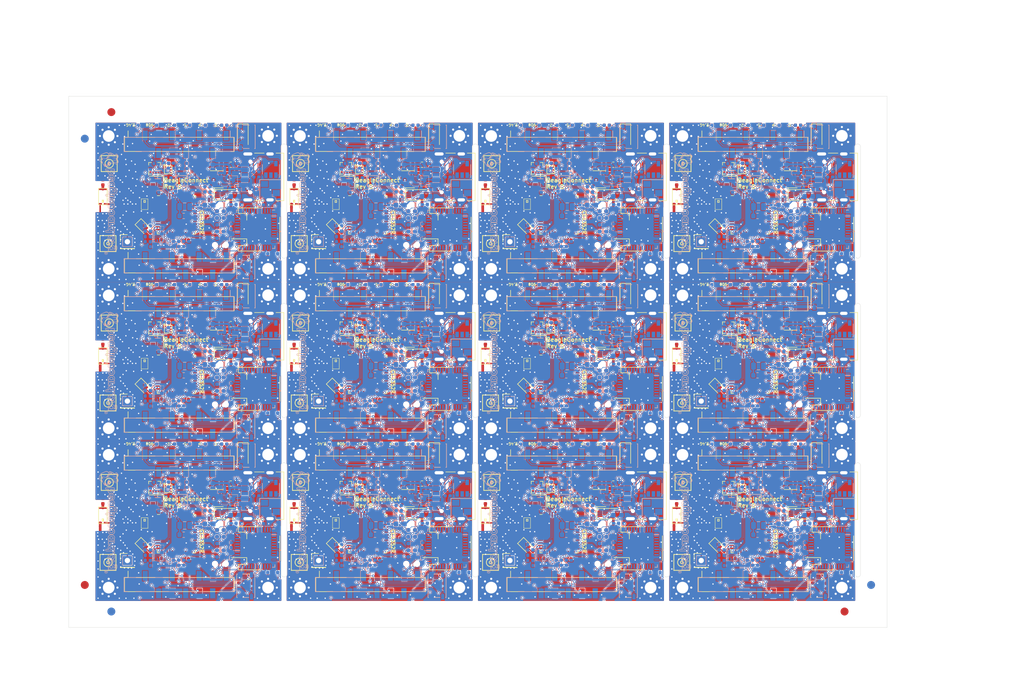
<source format=kicad_pcb>
(kicad_pcb (version 20171130) (host pcbnew 5.1.5-52549c5~84~ubuntu19.04.1)

  (general
    (thickness 1.6)
    (drawings 180)
    (tracks 22534)
    (zones 0)
    (modules 1510)
    (nets 110)
  )

  (page USLedger)
  (layers
    (0 F.Cu signal)
    (1 GND power)
    (2 PWR power)
    (31 B.Cu signal)
    (32 B.Adhes user)
    (33 F.Adhes user)
    (34 B.Paste user)
    (35 F.Paste user)
    (36 B.SilkS user)
    (37 F.SilkS user)
    (38 B.Mask user)
    (39 F.Mask user)
    (40 Dwgs.User user)
    (41 Cmts.User user)
    (42 Eco1.User user)
    (43 Eco2.User user)
    (44 Edge.Cuts user)
    (45 Margin user)
    (46 B.CrtYd user)
    (47 F.CrtYd user)
    (48 B.Fab user hide)
    (49 F.Fab user hide)
  )

  (setup
    (last_trace_width 0.29337)
    (user_trace_width 0.15)
    (user_trace_width 0.2)
    (user_trace_width 0.25)
    (user_trace_width 0.29337)
    (user_trace_width 0.3)
    (user_trace_width 0.4)
    (user_trace_width 0.5)
    (trace_clearance 0.0889)
    (zone_clearance 0.1)
    (zone_45_only no)
    (trace_min 0.0889)
    (via_size 0.5)
    (via_drill 0.25)
    (via_min_size 0.45)
    (via_min_drill 0.2)
    (user_via 0.45 0.2)
    (uvia_size 0.3)
    (uvia_drill 0.1)
    (uvias_allowed no)
    (uvia_min_size 0.2)
    (uvia_min_drill 0.1)
    (edge_width 0.05)
    (segment_width 0.2)
    (pcb_text_width 0.3)
    (pcb_text_size 1.5 1.5)
    (mod_edge_width 0.12)
    (mod_text_size 1 1)
    (mod_text_width 0.15)
    (pad_size 5.15 5.15)
    (pad_drill 0)
    (pad_to_mask_clearance 0)
    (aux_axis_origin 0 0)
    (visible_elements 7FFFF77F)
    (pcbplotparams
      (layerselection 0x010fc_ffffffff)
      (usegerberextensions false)
      (usegerberattributes false)
      (usegerberadvancedattributes false)
      (creategerberjobfile false)
      (excludeedgelayer true)
      (linewidth 0.100000)
      (plotframeref false)
      (viasonmask false)
      (mode 1)
      (useauxorigin false)
      (hpglpennumber 1)
      (hpglpenspeed 20)
      (hpglpendiameter 15.000000)
      (psnegative false)
      (psa4output false)
      (plotreference true)
      (plotvalue true)
      (plotinvisibletext false)
      (padsonsilk false)
      (subtractmaskfromsilk false)
      (outputformat 1)
      (mirror false)
      (drillshape 0)
      (scaleselection 1)
      (outputdirectory "gerber/revA/"))
  )

  (net 0 "")
  (net 1 GND)
  (net 2 /RF/VDDR)
  (net 3 /RF/RX_TX)
  (net 4 "/Boost Converters/3V3_BUCK_VOUT")
  (net 5 /RF/DCDC_SW)
  (net 6 VDD)
  (net 7 "/USB Input/MSP430_TCK")
  (net 8 "/USB Input/MSP430_TDO")
  (net 9 "/USB Input/MSP430_TMS")
  (net 10 "/USB Input/MSP430_TDI")
  (net 11 /RF/RF_2_4GHZ_P)
  (net 12 /RF/RF_2_4GHZ_N)
  (net 13 /RF/RF_SUB_1GHZ_P)
  (net 14 /RF/RF_SUB_1GHZ_N)
  (net 15 "/USB Input/D-")
  (net 16 "/USB Input/D+")
  (net 17 RESET_N)
  (net 18 "Net-(AE801-Pad1)")
  (net 19 VDDS)
  (net 20 3V3)
  (net 21 "Net-(C803-Pad2)")
  (net 22 USER1)
  (net 23 V_ALT)
  (net 24 LED1)
  (net 25 LED2)
  (net 26 900M)
  (net 27 2.4G)
  (net 28 5V)
  (net 29 CC1352_TDI)
  (net 30 CC1352_TMS)
  (net 31 CC1352_TDO)
  (net 32 CC1352_TCK)
  (net 33 MISO)
  (net 34 CS_MB2)
  (net 35 SCK)
  (net 36 AN_MB2)
  (net 37 RST_MB2)
  (net 38 MOSI)
  (net 39 INT_MB2)
  (net 40 CC1352_RX_MB2_TX)
  (net 41 SDA)
  (net 42 PWM_MB2)
  (net 43 CC1352_TX_MB2_RX)
  (net 44 SCL)
  (net 45 CC1352_TX_MB1_RX)
  (net 46 PWM_MB1)
  (net 47 CC1352_RX_MB1_TX)
  (net 48 INT_MB1)
  (net 49 RST_MB1)
  (net 50 AN_MB1)
  (net 51 CS_MB1)
  (net 52 "Net-(R802-Pad1)")
  (net 53 CC1352_TX_MSP430_RX)
  (net 54 CC1352_RX_MSP430_TX)
  (net 55 "Net-(AE801-Pad3)")
  (net 56 "Net-(AE802-Pad1)")
  (net 57 "Net-(B801-Pad1)")
  (net 58 "Net-(B801-Pad4)")
  (net 59 "Net-(C602-Pad2)")
  (net 60 "Net-(C801-Pad1)")
  (net 61 "Net-(C802-Pad1)")
  (net 62 "Net-(C811-Pad2)")
  (net 63 "Net-(C813-Pad2)")
  (net 64 "Net-(C816-Pad2)")
  (net 65 "Net-(C817-Pad1)")
  (net 66 "Net-(C818-Pad2)")
  (net 67 "Net-(C821-Pad2)")
  (net 68 "Net-(D401-Pad1)")
  (net 69 "Net-(D402-Pad1)")
  (net 70 "Net-(D403-Pad1)")
  (net 71 "Net-(D404-Pad1)")
  (net 72 "Net-(D405-Pad1)")
  (net 73 "Net-(L601-Pad1)")
  (net 74 "Net-(R601-Pad1)")
  (net 75 "Net-(R803-Pad1)")
  (net 76 "Net-(R809-Pad2)")
  (net 77 "Net-(U801-Pad46)")
  (net 78 "Net-(U801-Pad47)")
  (net 79 "/USB Input/VBUS")
  (net 80 "Net-(C501-Pad2)")
  (net 81 "Net-(C504-Pad2)")
  (net 82 "Net-(C505-Pad2)")
  (net 83 "Net-(P501-PadB5)")
  (net 84 "Net-(P501-PadA5)")
  (net 85 "/USB Input/MSP_PUR")
  (net 86 "Net-(R509-Pad2)")
  (net 87 "Net-(R510-Pad2)")
  (net 88 "/USB Input/XTAL1")
  (net 89 "/USB Input/XTAL2")
  (net 90 "/USB Input/D_N")
  (net 91 "/USB Input/D_P")
  (net 92 "Net-(R1003-Pad2)")
  (net 93 "Net-(R1003-Pad1)")
  (net 94 INT_SENSOR)
  (net 95 INT_HDC2010)
  (net 96 "Net-(R1004-Pad1)")
  (net 97 "Net-(R1005-Pad1)")
  (net 98 "Net-(R1006-Pad2)")
  (net 99 INT_LIS2DE12_2)
  (net 100 INT_OPT3001)
  (net 101 "Net-(R1008-Pad2)")
  (net 102 ALT_IN)
  (net 103 "Net-(D406-Pad1)")
  (net 104 ~CHG)
  (net 105 "Net-(R506-Pad1)")
  (net 106 "/USB Input/MSP430_RST_N")
  (net 107 "Net-(R507-Pad2)")
  (net 108 "Net-(R511-Pad2)")
  (net 109 ~FLASH_CS)

  (net_class Default "This is the default net class."
    (clearance 0.0889)
    (trace_width 0.0889)
    (via_dia 0.5)
    (via_drill 0.25)
    (uvia_dia 0.3)
    (uvia_drill 0.1)
    (diff_pair_width 0.1524)
    (diff_pair_gap 0.1524)
    (add_net "/Boost Converters/3V3_BUCK_VOUT")
    (add_net /RF/DCDC_SW)
    (add_net /RF/RF_2_4GHZ_N)
    (add_net /RF/RF_2_4GHZ_P)
    (add_net /RF/RF_SUB_1GHZ_N)
    (add_net /RF/RF_SUB_1GHZ_P)
    (add_net /RF/RX_TX)
    (add_net /RF/VDDR)
    (add_net "/USB Input/D+")
    (add_net "/USB Input/D-")
    (add_net "/USB Input/D_N")
    (add_net "/USB Input/D_P")
    (add_net "/USB Input/MSP430_RST_N")
    (add_net "/USB Input/MSP430_TCK")
    (add_net "/USB Input/MSP430_TDI")
    (add_net "/USB Input/MSP430_TDO")
    (add_net "/USB Input/MSP430_TMS")
    (add_net "/USB Input/MSP_PUR")
    (add_net "/USB Input/VBUS")
    (add_net "/USB Input/XTAL1")
    (add_net "/USB Input/XTAL2")
    (add_net 2.4G)
    (add_net 3V3)
    (add_net 5V)
    (add_net 900M)
    (add_net ALT_IN)
    (add_net AN_MB1)
    (add_net AN_MB2)
    (add_net CC1352_RX_MB1_TX)
    (add_net CC1352_RX_MB2_TX)
    (add_net CC1352_RX_MSP430_TX)
    (add_net CC1352_TCK)
    (add_net CC1352_TDI)
    (add_net CC1352_TDO)
    (add_net CC1352_TMS)
    (add_net CC1352_TX_MB1_RX)
    (add_net CC1352_TX_MB2_RX)
    (add_net CC1352_TX_MSP430_RX)
    (add_net CS_MB1)
    (add_net CS_MB2)
    (add_net GND)
    (add_net INT_HDC2010)
    (add_net INT_LIS2DE12_2)
    (add_net INT_MB1)
    (add_net INT_MB2)
    (add_net INT_OPT3001)
    (add_net INT_SENSOR)
    (add_net LED1)
    (add_net LED2)
    (add_net MISO)
    (add_net MOSI)
    (add_net "Net-(AE801-Pad1)")
    (add_net "Net-(AE801-Pad3)")
    (add_net "Net-(AE802-Pad1)")
    (add_net "Net-(B801-Pad1)")
    (add_net "Net-(B801-Pad4)")
    (add_net "Net-(C501-Pad2)")
    (add_net "Net-(C504-Pad2)")
    (add_net "Net-(C505-Pad2)")
    (add_net "Net-(C602-Pad2)")
    (add_net "Net-(C801-Pad1)")
    (add_net "Net-(C802-Pad1)")
    (add_net "Net-(C803-Pad2)")
    (add_net "Net-(C811-Pad2)")
    (add_net "Net-(C813-Pad2)")
    (add_net "Net-(C816-Pad2)")
    (add_net "Net-(C817-Pad1)")
    (add_net "Net-(C818-Pad2)")
    (add_net "Net-(C821-Pad2)")
    (add_net "Net-(D401-Pad1)")
    (add_net "Net-(D402-Pad1)")
    (add_net "Net-(D403-Pad1)")
    (add_net "Net-(D404-Pad1)")
    (add_net "Net-(D405-Pad1)")
    (add_net "Net-(D406-Pad1)")
    (add_net "Net-(L601-Pad1)")
    (add_net "Net-(P501-PadA5)")
    (add_net "Net-(P501-PadB5)")
    (add_net "Net-(R1003-Pad1)")
    (add_net "Net-(R1003-Pad2)")
    (add_net "Net-(R1004-Pad1)")
    (add_net "Net-(R1005-Pad1)")
    (add_net "Net-(R1006-Pad2)")
    (add_net "Net-(R1008-Pad2)")
    (add_net "Net-(R506-Pad1)")
    (add_net "Net-(R507-Pad2)")
    (add_net "Net-(R509-Pad2)")
    (add_net "Net-(R510-Pad2)")
    (add_net "Net-(R511-Pad2)")
    (add_net "Net-(R601-Pad1)")
    (add_net "Net-(R802-Pad1)")
    (add_net "Net-(R803-Pad1)")
    (add_net "Net-(R809-Pad2)")
    (add_net "Net-(U801-Pad46)")
    (add_net "Net-(U801-Pad47)")
    (add_net PWM_MB1)
    (add_net PWM_MB2)
    (add_net RESET_N)
    (add_net RST_MB1)
    (add_net RST_MB2)
    (add_net SCK)
    (add_net SCL)
    (add_net SDA)
    (add_net USER1)
    (add_net VDD)
    (add_net VDDS)
    (add_net V_ALT)
    (add_net ~CHG)
    (add_net ~FLASH_CS)
  )

  (module MountingHole:MountingHole_2.2mm_M2 (layer F.Cu) (tedit 56D1B4CB) (tstamp 5E5C557C)
    (at 214.88 142.1)
    (descr "Mounting Hole 2.2mm, no annular, M2")
    (tags "mounting hole 2.2mm no annular m2")
    (attr virtual)
    (fp_text reference REF** (at 0 -3.7) (layer F.SilkS) hide
      (effects (font (size 1 1) (thickness 0.15)))
    )
    (fp_text value MountingHole_2.2mm_M2 (at 0 3.7) (layer F.Fab)
      (effects (font (size 1 1) (thickness 0.15)))
    )
    (fp_circle (center 0 0) (end 2.45 0) (layer F.CrtYd) (width 0.05))
    (fp_circle (center 0 0) (end 2.2 0) (layer Cmts.User) (width 0.15))
    (fp_text user %R (at 0.3 0) (layer F.Fab)
      (effects (font (size 1 1) (thickness 0.15)))
    )
    (pad 1 np_thru_hole circle (at 0 0) (size 2.2 2.2) (drill 2.2) (layers *.Cu *.Mask))
  )

  (module MountingHole:MountingHole_2.2mm_M2 (layer F.Cu) (tedit 56D1B4CB) (tstamp 5E5C556E)
    (at 66.88 142.1)
    (descr "Mounting Hole 2.2mm, no annular, M2")
    (tags "mounting hole 2.2mm no annular m2")
    (attr virtual)
    (fp_text reference REF** (at 0 -3.7) (layer F.SilkS) hide
      (effects (font (size 1 1) (thickness 0.15)))
    )
    (fp_text value MountingHole_2.2mm_M2 (at 0 3.7) (layer F.Fab)
      (effects (font (size 1 1) (thickness 0.15)))
    )
    (fp_circle (center 0 0) (end 2.45 0) (layer F.CrtYd) (width 0.05))
    (fp_circle (center 0 0) (end 2.2 0) (layer Cmts.User) (width 0.15))
    (fp_text user %R (at 0.3 0) (layer F.Fab)
      (effects (font (size 1 1) (thickness 0.15)))
    )
    (pad 1 np_thru_hole circle (at 0 0) (size 2.2 2.2) (drill 2.2) (layers *.Cu *.Mask))
  )

  (module MountingHole:MountingHole_2.2mm_M2 (layer F.Cu) (tedit 56D1B4CB) (tstamp 5E5C5560)
    (at 66.88 48.1)
    (descr "Mounting Hole 2.2mm, no annular, M2")
    (tags "mounting hole 2.2mm no annular m2")
    (attr virtual)
    (fp_text reference REF** (at 0 -3.7) (layer F.SilkS) hide
      (effects (font (size 1 1) (thickness 0.15)))
    )
    (fp_text value MountingHole_2.2mm_M2 (at 0 3.7) (layer F.Fab)
      (effects (font (size 1 1) (thickness 0.15)))
    )
    (fp_circle (center 0 0) (end 2.45 0) (layer F.CrtYd) (width 0.05))
    (fp_circle (center 0 0) (end 2.2 0) (layer Cmts.User) (width 0.15))
    (fp_text user %R (at 0.3 0) (layer F.Fab)
      (effects (font (size 1 1) (thickness 0.15)))
    )
    (pad 1 np_thru_hole circle (at 0 0) (size 2.2 2.2) (drill 2.2) (layers *.Cu *.Mask))
  )

  (module MountingHole:MountingHole_2.2mm_M2 (layer F.Cu) (tedit 56D1B4CB) (tstamp 5E5C5557)
    (at 214.88 48.1)
    (descr "Mounting Hole 2.2mm, no annular, M2")
    (tags "mounting hole 2.2mm no annular m2")
    (attr virtual)
    (fp_text reference REF** (at 0 -3.7) (layer F.SilkS) hide
      (effects (font (size 1 1) (thickness 0.15)))
    )
    (fp_text value MountingHole_2.2mm_M2 (at 0 3.7) (layer F.Fab)
      (effects (font (size 1 1) (thickness 0.15)))
    )
    (fp_circle (center 0 0) (end 2.45 0) (layer F.CrtYd) (width 0.05))
    (fp_circle (center 0 0) (end 2.2 0) (layer Cmts.User) (width 0.15))
    (fp_text user %R (at 0.3 0) (layer F.Fab)
      (effects (font (size 1 1) (thickness 0.15)))
    )
    (pad 1 np_thru_hole circle (at 0 0) (size 2.2 2.2) (drill 2.2) (layers *.Cu *.Mask))
  )

  (module Fiducial:Fiducial_1.5mm_Mask3mm (layer F.Cu) (tedit 5C18CB26) (tstamp 5E5C7E35)
    (at 209.88 142.1)
    (descr "Circular Fiducial, 1.5mm bare copper, 3mm soldermask opening")
    (tags fiducial)
    (attr smd)
    (fp_text reference REF** (at 0 -2.4765) (layer F.SilkS) hide
      (effects (font (size 1 1) (thickness 0.15)))
    )
    (fp_text value Fiducial_1.5mm_Mask3mm (at 0 2.6035) (layer F.Fab)
      (effects (font (size 1 1) (thickness 0.15)))
    )
    (fp_circle (center 0 0) (end 1.5 0) (layer F.Fab) (width 0.1))
    (fp_text user %R (at 0 0) (layer F.Fab)
      (effects (font (size 0.4 0.4) (thickness 0.06)))
    )
    (fp_circle (center 0 0) (end 1.75 0) (layer F.CrtYd) (width 0.05))
    (pad "" smd circle (at 0 0) (size 1.5 1.5) (layers F.Cu F.Mask)
      (solder_mask_margin 0.75) (clearance 0.75))
  )

  (module Fiducial:Fiducial_1.5mm_Mask3mm (layer B.Cu) (tedit 5C18CB26) (tstamp 5E5C7E27)
    (at 214.88 137.1)
    (descr "Circular Fiducial, 1.5mm bare copper, 3mm soldermask opening")
    (tags fiducial)
    (attr smd)
    (fp_text reference REF** (at 0 2.4765) (layer B.SilkS) hide
      (effects (font (size 1 1) (thickness 0.15)) (justify mirror))
    )
    (fp_text value Fiducial_1.5mm_Mask3mm (at 0 -2.6035) (layer B.Fab)
      (effects (font (size 1 1) (thickness 0.15)) (justify mirror))
    )
    (fp_circle (center 0 0) (end 1.75 0) (layer B.CrtYd) (width 0.05))
    (fp_text user %R (at 0 0) (layer B.Fab)
      (effects (font (size 0.4 0.4) (thickness 0.06)) (justify mirror))
    )
    (fp_circle (center 0 0) (end 1.5 0) (layer B.Fab) (width 0.1))
    (pad "" smd circle (at 0 0) (size 1.5 1.5) (layers B.Cu B.Mask)
      (solder_mask_margin 0.75) (clearance 0.75))
  )

  (module Fiducial:Fiducial_1.5mm_Mask3mm (layer B.Cu) (tedit 5C18CB26) (tstamp 5E5C7E19)
    (at 66.88 53.1)
    (descr "Circular Fiducial, 1.5mm bare copper, 3mm soldermask opening")
    (tags fiducial)
    (attr smd)
    (fp_text reference REF** (at 0 2.4765) (layer B.SilkS) hide
      (effects (font (size 1 1) (thickness 0.15)) (justify mirror))
    )
    (fp_text value Fiducial_1.5mm_Mask3mm (at 0 -2.6035) (layer B.Fab)
      (effects (font (size 1 1) (thickness 0.15)) (justify mirror))
    )
    (fp_circle (center 0 0) (end 1.5 0) (layer B.Fab) (width 0.1))
    (fp_text user %R (at 0 0) (layer B.Fab)
      (effects (font (size 0.4 0.4) (thickness 0.06)) (justify mirror))
    )
    (fp_circle (center 0 0) (end 1.75 0) (layer B.CrtYd) (width 0.05))
    (pad "" smd circle (at 0 0) (size 1.5 1.5) (layers B.Cu B.Mask)
      (solder_mask_margin 0.75) (clearance 0.75))
  )

  (module Fiducial:Fiducial_1.5mm_Mask3mm (layer F.Cu) (tedit 5C18CB26) (tstamp 5E5C7E0B)
    (at 71.88 48.1)
    (descr "Circular Fiducial, 1.5mm bare copper, 3mm soldermask opening")
    (tags fiducial)
    (attr smd)
    (fp_text reference REF** (at 0 -2.4765) (layer F.SilkS) hide
      (effects (font (size 1 1) (thickness 0.15)))
    )
    (fp_text value Fiducial_1.5mm_Mask3mm (at 0 2.6035) (layer F.Fab)
      (effects (font (size 1 1) (thickness 0.15)))
    )
    (fp_circle (center 0 0) (end 1.75 0) (layer F.CrtYd) (width 0.05))
    (fp_text user %R (at 0 0) (layer F.Fab)
      (effects (font (size 0.4 0.4) (thickness 0.06)))
    )
    (fp_circle (center 0 0) (end 1.5 0) (layer F.Fab) (width 0.1))
    (pad "" smd circle (at 0 0) (size 1.5 1.5) (layers F.Cu F.Mask)
      (solder_mask_margin 0.75) (clearance 0.75))
  )

  (module Fiducial:Fiducial_1.5mm_Mask3mm (layer F.Cu) (tedit 5C18CB26) (tstamp 5E5C7DFD)
    (at 66.88 137.1)
    (descr "Circular Fiducial, 1.5mm bare copper, 3mm soldermask opening")
    (tags fiducial)
    (attr smd)
    (fp_text reference REF** (at 0 -2.4765) (layer F.SilkS) hide
      (effects (font (size 1 1) (thickness 0.15)))
    )
    (fp_text value Fiducial_1.5mm_Mask3mm (at 0 2.6035) (layer F.Fab)
      (effects (font (size 1 1) (thickness 0.15)))
    )
    (fp_circle (center 0 0) (end 1.5 0) (layer F.Fab) (width 0.1))
    (fp_text user %R (at 0 0) (layer F.Fab)
      (effects (font (size 0.4 0.4) (thickness 0.06)))
    )
    (fp_circle (center 0 0) (end 1.75 0) (layer F.CrtYd) (width 0.05))
    (pad "" smd circle (at 0 0) (size 1.5 1.5) (layers F.Cu F.Mask)
      (solder_mask_margin 0.75) (clearance 0.75))
  )

  (module Fiducial:Fiducial_1.5mm_Mask3mm (layer B.Cu) (tedit 5C18CB26) (tstamp 5E5C7DEC)
    (at 71.88 142.1)
    (descr "Circular Fiducial, 1.5mm bare copper, 3mm soldermask opening")
    (tags fiducial)
    (attr smd)
    (fp_text reference REF** (at 0 2.4765) (layer B.SilkS) hide
      (effects (font (size 1 1) (thickness 0.15)) (justify mirror))
    )
    (fp_text value Fiducial_1.5mm_Mask3mm (at 0 -2.6035) (layer B.Fab)
      (effects (font (size 1 1) (thickness 0.15)) (justify mirror))
    )
    (fp_circle (center 0 0) (end 1.75 0) (layer B.CrtYd) (width 0.05))
    (fp_text user %R (at 0 0) (layer B.Fab)
      (effects (font (size 0.4 0.4) (thickness 0.06)) (justify mirror))
    )
    (fp_circle (center 0 0) (end 1.5 0) (layer B.Fab) (width 0.1))
    (pad "" smd circle (at 0 0) (size 1.5 1.5) (layers B.Cu B.Mask)
      (solder_mask_margin 0.75) (clearance 0.75))
  )

  (module leash:MikroBus-SMD locked (layer F.Cu) (tedit 5E541D62) (tstamp 5E5B236C)
    (at 156.68 65.6 90)
    (path /5D066680/5D092D9C)
    (fp_text reference J701 (at -0.074182 -1.275144 90) (layer F.SilkS) hide
      (effects (font (size 1 1) (thickness 0.15)))
    )
    (fp_text value mikroBUS (at -0.074182 -0.005144 90) (layer F.Fab)
      (effects (font (size 1 1) (thickness 0.15)))
    )
    (fp_line (start -8.33 -10.8) (end -8.33 10.75) (layer F.CrtYd) (width 0.05))
    (fp_line (start -14.53 -10.8) (end -8.33 -10.8) (layer F.CrtYd) (width 0.05))
    (fp_line (start -14.53 10.75) (end -14.53 -10.8) (layer F.CrtYd) (width 0.05))
    (fp_line (start -8.33 10.75) (end -14.53 10.75) (layer F.CrtYd) (width 0.05))
    (fp_line (start -12.7 9.19) (end -13.7 9.19) (layer F.Fab) (width 0.1))
    (fp_line (start -10.1 -8.13) (end -10.1 -4.57) (layer F.SilkS) (width 0.12))
    (fp_line (start -13.7 9.19) (end -13.7 8.59) (layer F.Fab) (width 0.1))
    (fp_line (start -9.16 0.97) (end -9.16 1.57) (layer F.Fab) (width 0.1))
    (fp_line (start -12.7 10.26) (end -12.7 -10.26) (layer F.Fab) (width 0.1))
    (fp_line (start -10.16 -9.19) (end -9.16 -9.19) (layer F.Fab) (width 0.1))
    (fp_line (start -9.16 -8.59) (end -10.16 -8.59) (layer F.Fab) (width 0.1))
    (fp_line (start -13.7 -1.57) (end -12.7 -1.57) (layer F.Fab) (width 0.1))
    (fp_line (start -10.1 -10.32) (end -10.1 -9.65) (layer F.SilkS) (width 0.12))
    (fp_line (start -13.7 -6.65) (end -12.7 -6.65) (layer F.Fab) (width 0.1))
    (fp_line (start -9.16 1.57) (end -10.16 1.57) (layer F.Fab) (width 0.1))
    (fp_line (start -12.76 9.65) (end -12.76 10.32) (layer F.SilkS) (width 0.12))
    (fp_line (start -13.7 4.11) (end -13.7 3.51) (layer F.Fab) (width 0.1))
    (fp_line (start -12.7 -0.97) (end -13.7 -0.97) (layer F.Fab) (width 0.1))
    (fp_text user %R (at 11.355818 -0.005144 180) (layer F.Fab) hide
      (effects (font (size 1 1) (thickness 0.15)))
    )
    (fp_line (start -10.16 6.05) (end -9.16 6.05) (layer F.Fab) (width 0.1))
    (fp_line (start -10.795 -10.26) (end -10.16 -9.625) (layer F.Fab) (width 0.1))
    (fp_line (start -10.1 -9.65) (end -8.89 -9.65) (layer F.SilkS) (width 0.12))
    (fp_line (start -12.7 -6.05) (end -13.7 -6.05) (layer F.Fab) (width 0.1))
    (fp_line (start -12.76 4.57) (end -12.76 8.13) (layer F.SilkS) (width 0.12))
    (fp_line (start -12.76 -5.59) (end -12.76 -2.03) (layer F.SilkS) (width 0.12))
    (fp_line (start -12.76 -10.32) (end -10.1 -10.32) (layer F.SilkS) (width 0.12))
    (fp_line (start -12.7 4.11) (end -13.7 4.11) (layer F.Fab) (width 0.1))
    (fp_line (start -10.16 -4.11) (end -9.16 -4.11) (layer F.Fab) (width 0.1))
    (fp_line (start -9.16 -3.51) (end -10.16 -3.51) (layer F.Fab) (width 0.1))
    (fp_line (start -10.1 7.11) (end -10.1 10.32) (layer F.SilkS) (width 0.12))
    (fp_line (start -9.16 6.65) (end -10.16 6.65) (layer F.Fab) (width 0.1))
    (fp_line (start -10.1 2.03) (end -10.1 5.59) (layer F.SilkS) (width 0.12))
    (fp_line (start -13.7 -0.97) (end -13.7 -1.57) (layer F.Fab) (width 0.1))
    (fp_line (start -12.76 -10.32) (end -12.76 -7.11) (layer F.SilkS) (width 0.12))
    (fp_line (start -10.16 10.26) (end -12.7 10.26) (layer F.Fab) (width 0.1))
    (fp_line (start -9.16 6.05) (end -9.16 6.65) (layer F.Fab) (width 0.1))
    (fp_line (start -12.76 -0.51) (end -12.76 3.05) (layer F.SilkS) (width 0.12))
    (fp_line (start -13.7 3.51) (end -12.7 3.51) (layer F.Fab) (width 0.1))
    (fp_line (start -10.16 0.97) (end -9.16 0.97) (layer F.Fab) (width 0.1))
    (fp_line (start -12.76 10.32) (end -10.1 10.32) (layer F.SilkS) (width 0.12))
    (fp_line (start -10.16 -9.625) (end -10.16 10.26) (layer F.Fab) (width 0.1))
    (fp_line (start -13.7 -6.05) (end -13.7 -6.65) (layer F.Fab) (width 0.1))
    (fp_line (start -13.7 8.59) (end -12.7 8.59) (layer F.Fab) (width 0.1))
    (fp_line (start -12.7 -10.26) (end -10.795 -10.26) (layer F.Fab) (width 0.1))
    (fp_line (start -9.16 -9.19) (end -9.16 -8.59) (layer F.Fab) (width 0.1))
    (fp_line (start -9.16 -4.11) (end -9.16 -3.51) (layer F.Fab) (width 0.1))
    (fp_line (start -10.1 -3.05) (end -10.1 0.51) (layer F.SilkS) (width 0.12))
    (fp_line (start 10.1 -10.32) (end 12.76 -10.32) (layer F.SilkS) (width 0.12))
    (fp_line (start 12.76 -10.32) (end 12.76 -9.65) (layer F.SilkS) (width 0.12))
    (fp_line (start 12.76 -8.13) (end 12.76 -4.57) (layer F.SilkS) (width 0.12))
    (fp_line (start 12.76 -3.05) (end 12.76 0.51) (layer F.SilkS) (width 0.12))
    (fp_line (start 12.76 2.03) (end 12.76 5.59) (layer F.SilkS) (width 0.12))
    (fp_line (start 12.76 7.11) (end 12.76 10.32) (layer F.SilkS) (width 0.12))
    (fp_line (start 10.1 10.32) (end 12.76 10.32) (layer F.SilkS) (width 0.12))
    (fp_line (start 10.1 -10.32) (end 10.1 -7.11) (layer F.SilkS) (width 0.12))
    (fp_line (start 10.1 -5.59) (end 10.1 -2.03) (layer F.SilkS) (width 0.12))
    (fp_line (start 10.1 -0.51) (end 10.1 3.05) (layer F.SilkS) (width 0.12))
    (fp_line (start 10.1 4.57) (end 10.1 8.13) (layer F.SilkS) (width 0.12))
    (fp_line (start 10.1 9.65) (end 10.1 10.32) (layer F.SilkS) (width 0.12))
    (fp_line (start 12.76 -9.65) (end 13.97 -9.65) (layer F.SilkS) (width 0.12))
    (fp_line (start 10.16 -10.26) (end 12.065 -10.26) (layer F.Fab) (width 0.1))
    (fp_line (start 12.065 -10.26) (end 12.7 -9.625) (layer F.Fab) (width 0.1))
    (fp_line (start 12.7 -9.625) (end 12.7 10.26) (layer F.Fab) (width 0.1))
    (fp_line (start 12.7 10.26) (end 10.16 10.26) (layer F.Fab) (width 0.1))
    (fp_line (start 10.16 10.26) (end 10.16 -10.26) (layer F.Fab) (width 0.1))
    (fp_line (start 12.7 -9.19) (end 13.7 -9.19) (layer F.Fab) (width 0.1))
    (fp_line (start 13.7 -9.19) (end 13.7 -8.59) (layer F.Fab) (width 0.1))
    (fp_line (start 13.7 -8.59) (end 12.7 -8.59) (layer F.Fab) (width 0.1))
    (fp_line (start 9.16 -6.65) (end 10.16 -6.65) (layer F.Fab) (width 0.1))
    (fp_line (start 10.16 -6.05) (end 9.16 -6.05) (layer F.Fab) (width 0.1))
    (fp_line (start 9.16 -6.05) (end 9.16 -6.65) (layer F.Fab) (width 0.1))
    (fp_line (start 12.7 -4.11) (end 13.7 -4.11) (layer F.Fab) (width 0.1))
    (fp_line (start 13.7 -4.11) (end 13.7 -3.51) (layer F.Fab) (width 0.1))
    (fp_line (start 13.7 -3.51) (end 12.7 -3.51) (layer F.Fab) (width 0.1))
    (fp_line (start 9.16 -1.57) (end 10.16 -1.57) (layer F.Fab) (width 0.1))
    (fp_line (start 10.16 -0.97) (end 9.16 -0.97) (layer F.Fab) (width 0.1))
    (fp_line (start 9.16 -0.97) (end 9.16 -1.57) (layer F.Fab) (width 0.1))
    (fp_line (start 12.7 0.97) (end 13.7 0.97) (layer F.Fab) (width 0.1))
    (fp_line (start 13.7 0.97) (end 13.7 1.57) (layer F.Fab) (width 0.1))
    (fp_line (start 13.7 1.57) (end 12.7 1.57) (layer F.Fab) (width 0.1))
    (fp_line (start 9.16 3.51) (end 10.16 3.51) (layer F.Fab) (width 0.1))
    (fp_line (start 10.16 4.11) (end 9.16 4.11) (layer F.Fab) (width 0.1))
    (fp_line (start 9.16 4.11) (end 9.16 3.51) (layer F.Fab) (width 0.1))
    (fp_line (start 12.7 6.05) (end 13.7 6.05) (layer F.Fab) (width 0.1))
    (fp_line (start 13.7 6.05) (end 13.7 6.65) (layer F.Fab) (width 0.1))
    (fp_line (start 13.7 6.65) (end 12.7 6.65) (layer F.Fab) (width 0.1))
    (fp_line (start 9.16 8.59) (end 10.16 8.59) (layer F.Fab) (width 0.1))
    (fp_line (start 10.16 9.19) (end 9.16 9.19) (layer F.Fab) (width 0.1))
    (fp_line (start 9.16 9.19) (end 9.16 8.59) (layer F.Fab) (width 0.1))
    (fp_line (start 8.33 -10.8) (end 14.53 -10.8) (layer F.CrtYd) (width 0.05))
    (fp_line (start 14.53 -10.8) (end 14.53 10.75) (layer F.CrtYd) (width 0.05))
    (fp_line (start 14.53 10.75) (end 8.33 10.75) (layer F.CrtYd) (width 0.05))
    (fp_line (start 8.33 10.75) (end 8.33 -10.8) (layer F.CrtYd) (width 0.05))
    (fp_text user %R (at 11.43 0 180) (layer F.Fab)
      (effects (font (size 1 1) (thickness 0.15)))
    )
    (pad 5 smd rect (at -9.78 1.27 90) (size 1.9 1) (layers F.Cu F.Paste F.Mask)
      (net 33 MISO))
    (pad 3 smd rect (at -9.78 -3.81 90) (size 1.9 1) (layers F.Cu F.Paste F.Mask)
      (net 51 CS_MB1))
    (pad 7 smd rect (at -9.78 6.35 90) (size 1.9 1) (layers F.Cu F.Paste F.Mask)
      (net 20 3V3))
    (pad 4 smd rect (at -13.08 -1.27 90) (size 1.9 1) (layers F.Cu F.Paste F.Mask)
      (net 35 SCK))
    (pad 1 smd rect (at -9.78 -8.89 90) (size 1.9 1) (layers F.Cu F.Paste F.Mask)
      (net 50 AN_MB1))
    (pad 2 smd rect (at -13.08 -6.35 90) (size 1.9 1) (layers F.Cu F.Paste F.Mask)
      (net 49 RST_MB1))
    (pad 6 smd rect (at -13.08 3.81 90) (size 1.9 1) (layers F.Cu F.Paste F.Mask)
      (net 38 MOSI))
    (pad 8 smd rect (at -13.08 8.89 90) (size 1.9 1) (layers F.Cu F.Paste F.Mask)
      (net 1 GND))
    (pad 15 smd rect (at 9.78 -6.35 90) (size 1.9 1) (layers F.Cu F.Paste F.Mask)
      (net 48 INT_MB1))
    (pad 13 smd rect (at 9.78 -1.27 90) (size 1.9 1) (layers F.Cu F.Paste F.Mask)
      (net 47 CC1352_RX_MB1_TX))
    (pad 11 smd rect (at 9.78 3.81 90) (size 1.9 1) (layers F.Cu F.Paste F.Mask)
      (net 41 SDA))
    (pad 9 smd rect (at 9.78 8.89 90) (size 1.9 1) (layers F.Cu F.Paste F.Mask)
      (net 1 GND))
    (pad 16 smd rect (at 13.08 -8.89 90) (size 1.9 1) (layers F.Cu F.Paste F.Mask)
      (net 46 PWM_MB1))
    (pad 14 smd rect (at 13.08 -3.81 90) (size 1.9 1) (layers F.Cu F.Paste F.Mask)
      (net 45 CC1352_TX_MB1_RX))
    (pad 12 smd rect (at 13.08 1.27 90) (size 1.9 1) (layers F.Cu F.Paste F.Mask)
      (net 44 SCL))
    (pad 10 smd rect (at 13.08 6.35 90) (size 1.9 1) (layers F.Cu F.Paste F.Mask)
      (net 28 5V))
    (model ${KISYS3DMOD}/Connector_PinSocket_2.54mm.3dshapes/PinSocket_1x08_P2.54mm_Vertical_SMD_Pin1Right.wrl
      (offset (xyz 11.43 0 0))
      (scale (xyz 1 1 1))
      (rotate (xyz 0 0 0))
    )
    (model ${KISYS3DMOD}/Connector_PinSocket_2.54mm.3dshapes/PinSocket_1x08_P2.54mm_Vertical_SMD_Pin1Right.wrl
      (offset (xyz -11.43 0 0))
      (scale (xyz 1 1 1))
      (rotate (xyz 0 0 0))
    )
  )

  (module Capacitor_SMD:C_0402_1005Metric (layer B.Cu) (tedit 5B301BBE) (tstamp 5E5B22CC)
    (at 211.39 65.09 90)
    (descr "Capacitor SMD 0402 (1005 Metric), square (rectangular) end terminal, IPC_7351 nominal, (Body size source: http://www.tortai-tech.com/upload/download/2011102023233369053.pdf), generated with kicad-footprint-generator")
    (tags capacitor)
    (path /5D1A71BB/5E721D41)
    (attr smd)
    (fp_text reference C506 (at 0 1.17 90) (layer B.SilkS) hide
      (effects (font (size 1 1) (thickness 0.15)) (justify mirror))
    )
    (fp_text value 18P (at 0 -1.17 90) (layer B.Fab)
      (effects (font (size 1 1) (thickness 0.15)) (justify mirror))
    )
    (fp_text user %R (at 0 0 90) (layer B.Fab)
      (effects (font (size 0.25 0.25) (thickness 0.04)) (justify mirror))
    )
    (fp_line (start 0.93 -0.47) (end -0.93 -0.47) (layer B.CrtYd) (width 0.05))
    (fp_line (start 0.93 0.47) (end 0.93 -0.47) (layer B.CrtYd) (width 0.05))
    (fp_line (start -0.93 0.47) (end 0.93 0.47) (layer B.CrtYd) (width 0.05))
    (fp_line (start -0.93 -0.47) (end -0.93 0.47) (layer B.CrtYd) (width 0.05))
    (fp_line (start 0.5 -0.25) (end -0.5 -0.25) (layer B.Fab) (width 0.1))
    (fp_line (start 0.5 0.25) (end 0.5 -0.25) (layer B.Fab) (width 0.1))
    (fp_line (start -0.5 0.25) (end 0.5 0.25) (layer B.Fab) (width 0.1))
    (fp_line (start -0.5 -0.25) (end -0.5 0.25) (layer B.Fab) (width 0.1))
    (pad 2 smd roundrect (at 0.485 0 90) (size 0.59 0.64) (layers B.Cu B.Paste B.Mask) (roundrect_rratio 0.25)
      (net 89 "/USB Input/XTAL2"))
    (pad 1 smd roundrect (at -0.485 0 90) (size 0.59 0.64) (layers B.Cu B.Paste B.Mask) (roundrect_rratio 0.25)
      (net 1 GND))
    (model ${KISYS3DMOD}/Capacitor_SMD.3dshapes/C_0402_1005Metric.wrl
      (at (xyz 0 0 0))
      (scale (xyz 1 1 1))
      (rotate (xyz 0 0 0))
    )
  )

  (module Resistor_SMD:R_0402_1005Metric (layer F.Cu) (tedit 5B301BBD) (tstamp 5E5B22B9)
    (at 202.96 59.22 180)
    (descr "Resistor SMD 0402 (1005 Metric), square (rectangular) end terminal, IPC_7351 nominal, (Body size source: http://www.tortai-tech.com/upload/download/2011102023233369053.pdf), generated with kicad-footprint-generator")
    (tags resistor)
    (path /5D1A71BB/5E537971)
    (attr smd)
    (fp_text reference R501 (at 0 -1.17) (layer F.SilkS) hide
      (effects (font (size 1 1) (thickness 0.15)))
    )
    (fp_text value 5.1K (at 0 1.17) (layer F.Fab)
      (effects (font (size 1 1) (thickness 0.15)))
    )
    (fp_text user %R (at 0 0) (layer F.Fab)
      (effects (font (size 0.25 0.25) (thickness 0.04)))
    )
    (fp_line (start 0.93 0.47) (end -0.93 0.47) (layer F.CrtYd) (width 0.05))
    (fp_line (start 0.93 -0.47) (end 0.93 0.47) (layer F.CrtYd) (width 0.05))
    (fp_line (start -0.93 -0.47) (end 0.93 -0.47) (layer F.CrtYd) (width 0.05))
    (fp_line (start -0.93 0.47) (end -0.93 -0.47) (layer F.CrtYd) (width 0.05))
    (fp_line (start 0.5 0.25) (end -0.5 0.25) (layer F.Fab) (width 0.1))
    (fp_line (start 0.5 -0.25) (end 0.5 0.25) (layer F.Fab) (width 0.1))
    (fp_line (start -0.5 -0.25) (end 0.5 -0.25) (layer F.Fab) (width 0.1))
    (fp_line (start -0.5 0.25) (end -0.5 -0.25) (layer F.Fab) (width 0.1))
    (pad 2 smd roundrect (at 0.485 0 180) (size 0.59 0.64) (layers F.Cu F.Paste F.Mask) (roundrect_rratio 0.25)
      (net 1 GND))
    (pad 1 smd roundrect (at -0.485 0 180) (size 0.59 0.64) (layers F.Cu F.Paste F.Mask) (roundrect_rratio 0.25)
      (net 83 "Net-(P501-PadB5)"))
    (model ${KISYS3DMOD}/Resistor_SMD.3dshapes/R_0402_1005Metric.wrl
      (at (xyz 0 0 0))
      (scale (xyz 1 1 1))
      (rotate (xyz 0 0 0))
    )
  )

  (module Package_DFN_QFN:Texas_S-PVQFN-N48_EP5.15x5.15mm (layer B.Cu) (tedit 5E4C745D) (tstamp 5E5B223C)
    (at 171.05 100.15 180)
    (descr "QFN, 48 Pin (http://www.ti.com/lit/ds/symlink/msp430f5232.pdf#page=112), generated with kicad-footprint-generator ipc_noLead_generator.py")
    (tags "QFN NoLead")
    (path /5D1A71BB/5E3DABDD)
    (attr smd)
    (fp_text reference U501 (at 0 4.82) (layer B.SilkS) hide
      (effects (font (size 1 1) (thickness 0.15)) (justify mirror))
    )
    (fp_text value MSP430F5500IRGZ (at 0 -4.82) (layer B.Fab)
      (effects (font (size 1 1) (thickness 0.15)) (justify mirror))
    )
    (fp_text user %R (at 0 0) (layer B.Fab)
      (effects (font (size 1 1) (thickness 0.15)) (justify mirror))
    )
    (fp_line (start 4.12 4.12) (end -4.12 4.12) (layer B.CrtYd) (width 0.05))
    (fp_line (start 4.12 -4.12) (end 4.12 4.12) (layer B.CrtYd) (width 0.05))
    (fp_line (start -4.12 -4.12) (end 4.12 -4.12) (layer B.CrtYd) (width 0.05))
    (fp_line (start -4.12 4.12) (end -4.12 -4.12) (layer B.CrtYd) (width 0.05))
    (fp_line (start -3.5 2.5) (end -2.5 3.5) (layer B.Fab) (width 0.1))
    (fp_line (start -3.5 -3.5) (end -3.5 2.5) (layer B.Fab) (width 0.1))
    (fp_line (start 3.5 -3.5) (end -3.5 -3.5) (layer B.Fab) (width 0.1))
    (fp_line (start 3.5 3.5) (end 3.5 -3.5) (layer B.Fab) (width 0.1))
    (fp_line (start -2.5 3.5) (end 3.5 3.5) (layer B.Fab) (width 0.1))
    (fp_line (start -3.135 3.61) (end -3.61 3.61) (layer B.SilkS) (width 0.12))
    (fp_line (start 3.61 -3.61) (end 3.61 -3.135) (layer B.SilkS) (width 0.12))
    (fp_line (start 3.135 -3.61) (end 3.61 -3.61) (layer B.SilkS) (width 0.12))
    (fp_line (start -3.61 -3.61) (end -3.61 -3.135) (layer B.SilkS) (width 0.12))
    (fp_line (start -3.135 -3.61) (end -3.61 -3.61) (layer B.SilkS) (width 0.12))
    (fp_line (start 3.61 3.61) (end 3.61 3.135) (layer B.SilkS) (width 0.12))
    (fp_line (start 3.135 3.61) (end 3.61 3.61) (layer B.SilkS) (width 0.12))
    (pad 48 smd roundrect (at -2.75 3.4375 180) (size 0.25 0.875) (layers B.Cu B.Paste B.Mask) (roundrect_rratio 0.25)
      (net 106 "/USB Input/MSP430_RST_N"))
    (pad 47 smd roundrect (at -2.25 3.4375 180) (size 0.25 0.875) (layers B.Cu B.Paste B.Mask) (roundrect_rratio 0.25))
    (pad 46 smd roundrect (at -1.75 3.4375 180) (size 0.25 0.875) (layers B.Cu B.Paste B.Mask) (roundrect_rratio 0.25)
      (net 89 "/USB Input/XTAL2"))
    (pad 45 smd roundrect (at -1.25 3.4375 180) (size 0.25 0.875) (layers B.Cu B.Paste B.Mask) (roundrect_rratio 0.25)
      (net 88 "/USB Input/XTAL1"))
    (pad 44 smd roundrect (at -0.75 3.4375 180) (size 0.25 0.875) (layers B.Cu B.Paste B.Mask) (roundrect_rratio 0.25)
      (net 1 GND))
    (pad 43 smd roundrect (at -0.25 3.4375 180) (size 0.25 0.875) (layers B.Cu B.Paste B.Mask) (roundrect_rratio 0.25)
      (net 81 "Net-(C504-Pad2)"))
    (pad 42 smd roundrect (at 0.25 3.4375 180) (size 0.25 0.875) (layers B.Cu B.Paste B.Mask) (roundrect_rratio 0.25)
      (net 79 "/USB Input/VBUS"))
    (pad 41 smd roundrect (at 0.75 3.4375 180) (size 0.25 0.875) (layers B.Cu B.Paste B.Mask) (roundrect_rratio 0.25)
      (net 79 "/USB Input/VBUS"))
    (pad 40 smd roundrect (at 1.25 3.4375 180) (size 0.25 0.875) (layers B.Cu B.Paste B.Mask) (roundrect_rratio 0.25)
      (net 15 "/USB Input/D-"))
    (pad 39 smd roundrect (at 1.75 3.4375 180) (size 0.25 0.875) (layers B.Cu B.Paste B.Mask) (roundrect_rratio 0.25)
      (net 85 "/USB Input/MSP_PUR"))
    (pad 38 smd roundrect (at 2.25 3.4375 180) (size 0.25 0.875) (layers B.Cu B.Paste B.Mask) (roundrect_rratio 0.25)
      (net 16 "/USB Input/D+"))
    (pad 37 smd roundrect (at 2.75 3.4375 180) (size 0.25 0.875) (layers B.Cu B.Paste B.Mask) (roundrect_rratio 0.25)
      (net 1 GND))
    (pad 36 smd roundrect (at 3.4375 2.75 180) (size 0.875 0.25) (layers B.Cu B.Paste B.Mask) (roundrect_rratio 0.25))
    (pad 35 smd roundrect (at 3.4375 2.25 180) (size 0.875 0.25) (layers B.Cu B.Paste B.Mask) (roundrect_rratio 0.25))
    (pad 34 smd roundrect (at 3.4375 1.75 180) (size 0.875 0.25) (layers B.Cu B.Paste B.Mask) (roundrect_rratio 0.25))
    (pad 33 smd roundrect (at 3.4375 1.25 180) (size 0.875 0.25) (layers B.Cu B.Paste B.Mask) (roundrect_rratio 0.25))
    (pad 32 smd roundrect (at 3.4375 0.75 180) (size 0.875 0.25) (layers B.Cu B.Paste B.Mask) (roundrect_rratio 0.25))
    (pad 31 smd roundrect (at 3.4375 0.25 180) (size 0.875 0.25) (layers B.Cu B.Paste B.Mask) (roundrect_rratio 0.25))
    (pad 30 smd roundrect (at 3.4375 -0.25 180) (size 0.875 0.25) (layers B.Cu B.Paste B.Mask) (roundrect_rratio 0.25)
      (net 87 "Net-(R510-Pad2)"))
    (pad 29 smd roundrect (at 3.4375 -0.75 180) (size 0.875 0.25) (layers B.Cu B.Paste B.Mask) (roundrect_rratio 0.25)
      (net 86 "Net-(R509-Pad2)"))
    (pad 28 smd roundrect (at 3.4375 -1.25 180) (size 0.875 0.25) (layers B.Cu B.Paste B.Mask) (roundrect_rratio 0.25)
      (net 20 3V3))
    (pad 27 smd roundrect (at 3.4375 -1.75 180) (size 0.875 0.25) (layers B.Cu B.Paste B.Mask) (roundrect_rratio 0.25)
      (net 1 GND))
    (pad 26 smd roundrect (at 3.4375 -2.25 180) (size 0.875 0.25) (layers B.Cu B.Paste B.Mask) (roundrect_rratio 0.25)
      (net 7 "/USB Input/MSP430_TCK"))
    (pad 25 smd roundrect (at 3.4375 -2.75 180) (size 0.875 0.25) (layers B.Cu B.Paste B.Mask) (roundrect_rratio 0.25)
      (net 9 "/USB Input/MSP430_TMS"))
    (pad 24 smd roundrect (at 2.75 -3.4375 180) (size 0.25 0.875) (layers B.Cu B.Paste B.Mask) (roundrect_rratio 0.25)
      (net 10 "/USB Input/MSP430_TDI"))
    (pad 23 smd roundrect (at 2.25 -3.4375 180) (size 0.25 0.875) (layers B.Cu B.Paste B.Mask) (roundrect_rratio 0.25)
      (net 8 "/USB Input/MSP430_TDO"))
    (pad 22 smd roundrect (at 1.75 -3.4375 180) (size 0.25 0.875) (layers B.Cu B.Paste B.Mask) (roundrect_rratio 0.25)
      (net 108 "Net-(R511-Pad2)"))
    (pad 21 smd roundrect (at 1.25 -3.4375 180) (size 0.25 0.875) (layers B.Cu B.Paste B.Mask) (roundrect_rratio 0.25)
      (net 109 ~FLASH_CS))
    (pad 20 smd roundrect (at 0.75 -3.4375 180) (size 0.25 0.875) (layers B.Cu B.Paste B.Mask) (roundrect_rratio 0.25)
      (net 35 SCK))
    (pad 19 smd roundrect (at 0.25 -3.4375 180) (size 0.25 0.875) (layers B.Cu B.Paste B.Mask) (roundrect_rratio 0.25)
      (net 38 MOSI))
    (pad 18 smd roundrect (at -0.25 -3.4375 180) (size 0.25 0.875) (layers B.Cu B.Paste B.Mask) (roundrect_rratio 0.25)
      (net 33 MISO))
    (pad 17 smd roundrect (at -0.75 -3.4375 180) (size 0.25 0.875) (layers B.Cu B.Paste B.Mask) (roundrect_rratio 0.25)
      (net 107 "Net-(R507-Pad2)"))
    (pad 16 smd roundrect (at -1.25 -3.4375 180) (size 0.25 0.875) (layers B.Cu B.Paste B.Mask) (roundrect_rratio 0.25)
      (net 53 CC1352_TX_MSP430_RX))
    (pad 15 smd roundrect (at -1.75 -3.4375 180) (size 0.25 0.875) (layers B.Cu B.Paste B.Mask) (roundrect_rratio 0.25)
      (net 54 CC1352_RX_MSP430_TX))
    (pad 14 smd roundrect (at -2.25 -3.4375 180) (size 0.25 0.875) (layers B.Cu B.Paste B.Mask) (roundrect_rratio 0.25))
    (pad 13 smd roundrect (at -2.75 -3.4375 180) (size 0.25 0.875) (layers B.Cu B.Paste B.Mask) (roundrect_rratio 0.25)
      (net 82 "Net-(C505-Pad2)"))
    (pad 12 smd roundrect (at -3.4375 -2.75 180) (size 0.875 0.25) (layers B.Cu B.Paste B.Mask) (roundrect_rratio 0.25)
      (net 1 GND))
    (pad 11 smd roundrect (at -3.4375 -2.25 180) (size 0.875 0.25) (layers B.Cu B.Paste B.Mask) (roundrect_rratio 0.25)
      (net 20 3V3))
    (pad 10 smd roundrect (at -3.4375 -1.75 180) (size 0.875 0.25) (layers B.Cu B.Paste B.Mask) (roundrect_rratio 0.25)
      (net 1 GND))
    (pad 9 smd roundrect (at -3.4375 -1.25 180) (size 0.875 0.25) (layers B.Cu B.Paste B.Mask) (roundrect_rratio 0.25))
    (pad 8 smd roundrect (at -3.4375 -0.75 180) (size 0.875 0.25) (layers B.Cu B.Paste B.Mask) (roundrect_rratio 0.25))
    (pad 7 smd roundrect (at -3.4375 -0.25 180) (size 0.875 0.25) (layers B.Cu B.Paste B.Mask) (roundrect_rratio 0.25)
      (net 80 "Net-(C501-Pad2)"))
    (pad 6 smd roundrect (at -3.4375 0.25 180) (size 0.875 0.25) (layers B.Cu B.Paste B.Mask) (roundrect_rratio 0.25))
    (pad 5 smd roundrect (at -3.4375 0.75 180) (size 0.875 0.25) (layers B.Cu B.Paste B.Mask) (roundrect_rratio 0.25))
    (pad 4 smd roundrect (at -3.4375 1.25 180) (size 0.875 0.25) (layers B.Cu B.Paste B.Mask) (roundrect_rratio 0.25))
    (pad 3 smd roundrect (at -3.4375 1.75 180) (size 0.875 0.25) (layers B.Cu B.Paste B.Mask) (roundrect_rratio 0.25))
    (pad 2 smd roundrect (at -3.4375 2.25 180) (size 0.875 0.25) (layers B.Cu B.Paste B.Mask) (roundrect_rratio 0.25))
    (pad 1 smd roundrect (at -3.4375 2.75 180) (size 0.875 0.25) (layers B.Cu B.Paste B.Mask) (roundrect_rratio 0.25))
    (pad "" smd roundrect (at 1.935 -1.935 180) (size 1.04 1.04) (layers B.Paste) (roundrect_rratio 0.240385))
    (pad "" smd roundrect (at 1.935 -0.645 180) (size 1.04 1.04) (layers B.Paste) (roundrect_rratio 0.240385))
    (pad "" smd roundrect (at 1.935 0.645 180) (size 1.04 1.04) (layers B.Paste) (roundrect_rratio 0.240385))
    (pad "" smd roundrect (at 1.935 1.935 180) (size 1.04 1.04) (layers B.Paste) (roundrect_rratio 0.240385))
    (pad "" smd roundrect (at 0.645 -1.935 180) (size 1.04 1.04) (layers B.Paste) (roundrect_rratio 0.240385))
    (pad "" smd roundrect (at 0.645 -0.645 180) (size 1.04 1.04) (layers B.Paste) (roundrect_rratio 0.240385))
    (pad "" smd roundrect (at 0.645 0.645 180) (size 1.04 1.04) (layers B.Paste) (roundrect_rratio 0.240385))
    (pad "" smd roundrect (at 0.645 1.935 180) (size 1.04 1.04) (layers B.Paste) (roundrect_rratio 0.240385))
    (pad "" smd roundrect (at -0.645 -1.935 180) (size 1.04 1.04) (layers B.Paste) (roundrect_rratio 0.240385))
    (pad "" smd roundrect (at -0.645 -0.645 180) (size 1.04 1.04) (layers B.Paste) (roundrect_rratio 0.240385))
    (pad "" smd roundrect (at -0.645 0.645 180) (size 1.04 1.04) (layers B.Paste) (roundrect_rratio 0.240385))
    (pad "" smd roundrect (at -0.645 1.935 180) (size 1.04 1.04) (layers B.Paste) (roundrect_rratio 0.240385))
    (pad "" smd roundrect (at -1.935 -1.935 180) (size 1.04 1.04) (layers B.Paste) (roundrect_rratio 0.240385))
    (pad "" smd roundrect (at -1.935 -0.645 180) (size 1.04 1.04) (layers B.Paste) (roundrect_rratio 0.240385))
    (pad "" smd roundrect (at -1.935 0.645 180) (size 1.04 1.04) (layers B.Paste) (roundrect_rratio 0.240385))
    (pad "" smd roundrect (at -1.935 1.935 180) (size 1.04 1.04) (layers B.Paste) (roundrect_rratio 0.240385))
    (pad 49 smd roundrect (at 0 0 180) (size 5.15 5.15) (layers B.Cu B.Mask) (roundrect_rratio 0.049)
      (net 1 GND))
    (model ${KISYS3DMOD}/Package_DFN_QFN.3dshapes/Texas_S-PVQFN-N48_EP5.15x5.15mm.wrl
      (at (xyz 0 0 0))
      (scale (xyz 1 1 1))
      (rotate (xyz 0 0 0))
    )
  )

  (module leash:0900PC15A0036 (layer F.Cu) (tedit 5E41EA1D) (tstamp 5E5B2225)
    (at 150.14 95.44 270)
    (path /5D062750/5E453DAB)
    (fp_text reference B801 (at 0.025 4.2 90) (layer F.SilkS) hide
      (effects (font (size 1 1) (thickness 0.15)))
    )
    (fp_text value 0900PC15A0036E (at -0.05 -3.025 90) (layer F.Fab)
      (effects (font (size 1 1) (thickness 0.15)))
    )
    (fp_line (start -0.35 -0.15) (end -0.7 -0.15) (layer F.SilkS) (width 0.12))
    (fp_line (start -0.35 0.15) (end -0.35 -0.15) (layer F.SilkS) (width 0.12))
    (fp_line (start -0.7 0.15) (end -0.35 0.15) (layer F.SilkS) (width 0.12))
    (fp_line (start -0.7 -0.15) (end -0.7 0.15) (layer F.SilkS) (width 0.12))
    (fp_line (start -1 0.625) (end -1 -0.625) (layer F.SilkS) (width 0.08))
    (fp_line (start 1 0.625) (end -1 0.625) (layer F.SilkS) (width 0.08))
    (fp_line (start 1 -0.625) (end 1 0.625) (layer F.SilkS) (width 0.08))
    (fp_line (start -1 -0.625) (end 1 -0.625) (layer F.SilkS) (width 0.08))
    (pad 10 smd roundrect (at -1.15 0) (size 0.3 0.75) (layers F.Cu F.Paste F.Mask) (roundrect_rratio 0.25)
      (net 1 GND))
    (pad 5 smd roundrect (at 1.15 0) (size 0.3 0.75) (layers F.Cu F.Paste F.Mask) (roundrect_rratio 0.25)
      (net 3 /RF/RX_TX))
    (pad 9 smd roundrect (at -0.75 -0.8 270) (size 0.25 0.75) (layers F.Cu F.Paste F.Mask) (roundrect_rratio 0.25)
      (net 11 /RF/RF_2_4GHZ_P))
    (pad 8 smd roundrect (at -0.25 -0.8 270) (size 0.25 0.75) (layers F.Cu F.Paste F.Mask) (roundrect_rratio 0.25)
      (net 12 /RF/RF_2_4GHZ_N))
    (pad 7 smd roundrect (at 0.25 -0.8 270) (size 0.25 0.75) (layers F.Cu F.Paste F.Mask) (roundrect_rratio 0.25)
      (net 13 /RF/RF_SUB_1GHZ_P))
    (pad 6 smd roundrect (at 0.75 -0.8 270) (size 0.25 0.75) (layers F.Cu F.Paste F.Mask) (roundrect_rratio 0.25)
      (net 14 /RF/RF_SUB_1GHZ_N))
    (pad 1 smd roundrect (at -0.75 0.8 270) (size 0.25 0.75) (layers F.Cu F.Paste F.Mask) (roundrect_rratio 0.25)
      (net 57 "Net-(B801-Pad1)"))
    (pad 2 smd roundrect (at -0.25 0.8 270) (size 0.25 0.75) (layers F.Cu F.Paste F.Mask) (roundrect_rratio 0.25)
      (net 1 GND))
    (pad 3 smd roundrect (at 0.25 0.8 270) (size 0.25 0.75) (layers F.Cu F.Paste F.Mask) (roundrect_rratio 0.25)
      (net 1 GND))
    (pad 4 smd roundrect (at 0.75 0.8 270) (size 0.25 0.75) (layers F.Cu F.Paste F.Mask) (roundrect_rratio 0.25)
      (net 58 "Net-(B801-Pad4)"))
    (model ${KIPRJMOD}/mech/0900PC15J0013.STEP
      (at (xyz 0 0 0))
      (scale (xyz 1 1 0.8))
      (rotate (xyz 0 0 0))
    )
  )

  (module MountingHole:MountingHole_2.2mm_M2_Pad_Via locked (layer F.Cu) (tedit 56DDB9C7) (tstamp 5E5B2215)
    (at 143.38 82.6)
    (descr "Mounting Hole 2.2mm, M2")
    (tags "mounting hole 2.2mm m2")
    (path /5E43589E)
    (attr virtual)
    (fp_text reference H103 (at 0 -3.2) (layer F.SilkS) hide
      (effects (font (size 1 1) (thickness 0.15)))
    )
    (fp_text value "Mounting Hole" (at 0 3.2) (layer F.Fab)
      (effects (font (size 1 1) (thickness 0.15)))
    )
    (fp_circle (center 0 0) (end 2.45 0) (layer F.CrtYd) (width 0.05))
    (fp_circle (center 0 0) (end 2.2 0) (layer Cmts.User) (width 0.15))
    (fp_text user %R (at 0.3 0) (layer F.Fab)
      (effects (font (size 1 1) (thickness 0.15)))
    )
    (pad 1 thru_hole circle (at 1.166726 -1.166726) (size 0.7 0.7) (drill 0.4) (layers *.Cu *.Mask)
      (net 1 GND))
    (pad 1 thru_hole circle (at 0 -1.65) (size 0.7 0.7) (drill 0.4) (layers *.Cu *.Mask)
      (net 1 GND))
    (pad 1 thru_hole circle (at -1.166726 -1.166726) (size 0.7 0.7) (drill 0.4) (layers *.Cu *.Mask)
      (net 1 GND))
    (pad 1 thru_hole circle (at -1.65 0) (size 0.7 0.7) (drill 0.4) (layers *.Cu *.Mask)
      (net 1 GND))
    (pad 1 thru_hole circle (at -1.166726 1.166726) (size 0.7 0.7) (drill 0.4) (layers *.Cu *.Mask)
      (net 1 GND))
    (pad 1 thru_hole circle (at 0 1.65) (size 0.7 0.7) (drill 0.4) (layers *.Cu *.Mask)
      (net 1 GND))
    (pad 1 thru_hole circle (at 1.166726 1.166726) (size 0.7 0.7) (drill 0.4) (layers *.Cu *.Mask)
      (net 1 GND))
    (pad 1 thru_hole circle (at 1.65 0) (size 0.7 0.7) (drill 0.4) (layers *.Cu *.Mask)
      (net 1 GND))
    (pad 1 thru_hole circle (at 0 0) (size 4.4 4.4) (drill 2.2) (layers *.Cu *.Mask)
      (net 1 GND))
  )

  (module Resistor_SMD:R_0402_1005Metric (layer F.Cu) (tedit 5B301BBD) (tstamp 5E5B2207)
    (at 181.2 67.3 45)
    (descr "Resistor SMD 0402 (1005 Metric), square (rectangular) end terminal, IPC_7351 nominal, (Body size source: http://www.tortai-tech.com/upload/download/2011102023233369053.pdf), generated with kicad-footprint-generator")
    (tags resistor)
    (path /5D062750/5D3937AE)
    (attr smd)
    (fp_text reference L804 (at 0 -1.17 45) (layer F.SilkS) hide
      (effects (font (size 1 1) (thickness 0.15)))
    )
    (fp_text value 0 (at 0 1.17 45) (layer F.Fab)
      (effects (font (size 1 1) (thickness 0.15)))
    )
    (fp_text user %R (at 0 0 45) (layer F.Fab)
      (effects (font (size 0.25 0.25) (thickness 0.04)))
    )
    (fp_line (start 0.93 0.47) (end -0.93 0.47) (layer F.CrtYd) (width 0.05))
    (fp_line (start 0.93 -0.47) (end 0.93 0.47) (layer F.CrtYd) (width 0.05))
    (fp_line (start -0.93 -0.47) (end 0.93 -0.47) (layer F.CrtYd) (width 0.05))
    (fp_line (start -0.93 0.47) (end -0.93 -0.47) (layer F.CrtYd) (width 0.05))
    (fp_line (start 0.5 0.25) (end -0.5 0.25) (layer F.Fab) (width 0.1))
    (fp_line (start 0.5 -0.25) (end 0.5 0.25) (layer F.Fab) (width 0.1))
    (fp_line (start -0.5 -0.25) (end 0.5 -0.25) (layer F.Fab) (width 0.1))
    (fp_line (start -0.5 0.25) (end -0.5 -0.25) (layer F.Fab) (width 0.1))
    (pad 2 smd roundrect (at 0.485 0 45) (size 0.59 0.64) (layers F.Cu F.Paste F.Mask) (roundrect_rratio 0.25)
      (net 63 "Net-(C813-Pad2)"))
    (pad 1 smd roundrect (at -0.485 0 45) (size 0.59 0.64) (layers F.Cu F.Paste F.Mask) (roundrect_rratio 0.25)
      (net 65 "Net-(C817-Pad1)"))
    (model ${KISYS3DMOD}/Resistor_SMD.3dshapes/R_0402_1005Metric.wrl
      (at (xyz 0 0 0))
      (scale (xyz 1 1 1))
      (rotate (xyz 0 0 0))
    )
  )

  (module Package_SON:X2SON-8_1.4x1mm_P0.35mm (layer B.Cu) (tedit 5A02F1D8) (tstamp 5E5B21F0)
    (at 188.63 59.85 180)
    (descr "X2SON-8 1.4x1mm Pitch0.35mm http://www.ti.com/lit/ds/symlink/pca9306.pdf")
    (tags "X2SON-8 1.4x1mm Pitch0.35mm")
    (path /5E6C68DD/5E6E2CF3)
    (attr smd)
    (fp_text reference U1002 (at 0 2) (layer B.SilkS) hide
      (effects (font (size 1 1) (thickness 0.15)) (justify mirror))
    )
    (fp_text value SN74AUP2G32 (at 0 -2) (layer B.Fab)
      (effects (font (size 1 1) (thickness 0.15)) (justify mirror))
    )
    (fp_line (start 0.5 0.7) (end 0.5 -0.7) (layer B.Fab) (width 0.1))
    (fp_line (start 0.5 -0.7) (end -0.5 -0.7) (layer B.Fab) (width 0.1))
    (fp_line (start -0.5 -0.7) (end -0.5 0.2) (layer B.Fab) (width 0.1))
    (fp_line (start 0 0.7) (end 0.5 0.7) (layer B.Fab) (width 0.1))
    (fp_line (start 0 0.7) (end -0.5 0.2) (layer B.Fab) (width 0.1))
    (fp_line (start 0.5 0.8) (end -0.7 0.8) (layer B.SilkS) (width 0.12))
    (fp_line (start 0.5 -0.8) (end -0.5 -0.8) (layer B.SilkS) (width 0.12))
    (fp_line (start 0.85 0.95) (end 0.85 -0.95) (layer B.CrtYd) (width 0.05))
    (fp_line (start 0.85 -0.95) (end -0.85 -0.95) (layer B.CrtYd) (width 0.05))
    (fp_line (start -0.85 -0.95) (end -0.85 0.95) (layer B.CrtYd) (width 0.05))
    (fp_line (start -0.85 0.95) (end 0.85 0.95) (layer B.CrtYd) (width 0.05))
    (fp_text user %R (at 0 0 270) (layer B.Fab)
      (effects (font (size 0.3 0.3) (thickness 0.05)) (justify mirror))
    )
    (pad 8 smd rect (at 0.335 0.525 270) (size 0.2 0.53) (layers B.Cu B.Paste B.Mask)
      (net 19 VDDS))
    (pad 7 smd rect (at 0.335 0.175 270) (size 0.2 0.53) (layers B.Cu B.Paste B.Mask)
      (net 93 "Net-(R1003-Pad1)"))
    (pad 6 smd rect (at 0.335 -0.175 270) (size 0.2 0.53) (layers B.Cu B.Paste B.Mask)
      (net 92 "Net-(R1003-Pad2)"))
    (pad 5 smd rect (at 0.335 -0.525 270) (size 0.2 0.53) (layers B.Cu B.Paste B.Mask))
    (pad 4 smd rect (at -0.335 -0.525 270) (size 0.2 0.53) (layers B.Cu B.Paste B.Mask)
      (net 1 GND))
    (pad 3 smd rect (at -0.335 -0.175 270) (size 0.2 0.53) (layers B.Cu B.Paste B.Mask)
      (net 94 INT_SENSOR))
    (pad 2 smd rect (at -0.335 0.175 270) (size 0.2 0.53) (layers B.Cu B.Paste B.Mask)
      (net 98 "Net-(R1006-Pad2)"))
    (pad 1 smd rect (at -0.335 0.525 270) (size 0.2 0.53) (layers B.Cu B.Paste B.Mask)
      (net 95 INT_HDC2010))
    (model ${KISYS3DMOD}/Package_SON.3dshapes/X2SON-8_1.4x1mm_P0.35mm.wrl
      (at (xyz 0 0 0))
      (scale (xyz 1 1 1))
      (rotate (xyz 0 0 0))
    )
  )

  (module Capacitor_SMD:C_0402_1005Metric (layer F.Cu) (tedit 5B301BBE) (tstamp 5E5B21E2)
    (at 186.21 58.29 270)
    (descr "Capacitor SMD 0402 (1005 Metric), square (rectangular) end terminal, IPC_7351 nominal, (Body size source: http://www.tortai-tech.com/upload/download/2011102023233369053.pdf), generated with kicad-footprint-generator")
    (tags capacitor)
    (path /5E6C68DD/5E6E5EA9)
    (attr smd)
    (fp_text reference C1002 (at 0 -1.17 90) (layer F.SilkS) hide
      (effects (font (size 1 1) (thickness 0.15)))
    )
    (fp_text value "0.1 uF" (at 0 1.17 90) (layer F.Fab)
      (effects (font (size 1 1) (thickness 0.15)))
    )
    (fp_text user %R (at 0 0 90) (layer F.Fab)
      (effects (font (size 0.25 0.25) (thickness 0.04)))
    )
    (fp_line (start 0.93 0.47) (end -0.93 0.47) (layer F.CrtYd) (width 0.05))
    (fp_line (start 0.93 -0.47) (end 0.93 0.47) (layer F.CrtYd) (width 0.05))
    (fp_line (start -0.93 -0.47) (end 0.93 -0.47) (layer F.CrtYd) (width 0.05))
    (fp_line (start -0.93 0.47) (end -0.93 -0.47) (layer F.CrtYd) (width 0.05))
    (fp_line (start 0.5 0.25) (end -0.5 0.25) (layer F.Fab) (width 0.1))
    (fp_line (start 0.5 -0.25) (end 0.5 0.25) (layer F.Fab) (width 0.1))
    (fp_line (start -0.5 -0.25) (end 0.5 -0.25) (layer F.Fab) (width 0.1))
    (fp_line (start -0.5 0.25) (end -0.5 -0.25) (layer F.Fab) (width 0.1))
    (pad 2 smd roundrect (at 0.485 0 270) (size 0.59 0.64) (layers F.Cu F.Paste F.Mask) (roundrect_rratio 0.25)
      (net 19 VDDS))
    (pad 1 smd roundrect (at -0.485 0 270) (size 0.59 0.64) (layers F.Cu F.Paste F.Mask) (roundrect_rratio 0.25)
      (net 1 GND))
    (model ${KISYS3DMOD}/Capacitor_SMD.3dshapes/C_0402_1005Metric.wrl
      (at (xyz 0 0 0))
      (scale (xyz 1 1 1))
      (rotate (xyz 0 0 0))
    )
  )

  (module leash:Tag-Connect-10 locked (layer F.Cu) (tedit 5E4C72AA) (tstamp 5E5B21D4)
    (at 200.4 65.5 270)
    (path /5D062DFA/5D471BC7)
    (attr virtual)
    (fp_text reference J301 (at 0.302285 2.603303 270) (layer F.SilkS) hide
      (effects (font (size 0.508 0.508) (thickness 0.0889)))
    )
    (fp_text value TAG-CONNECT-10 (at -0.967715 -2.222697 270) (layer F.Fab)
      (effects (font (size 0.508 0.508) (thickness 0.0889)))
    )
    (pad 4 smd circle (at 5.08 0.635 270) (size 0.7874 0.7874) (layers F.Cu F.Mask)
      (net 32 CC1352_TCK))
    (pad 5 smd circle (at 6.35 0.635 270) (size 0.7874 0.7874) (layers F.Cu F.Mask)
      (net 1 GND))
    (pad 6 smd circle (at 6.35 -0.635 270) (size 0.7874 0.7874) (layers F.Cu F.Mask)
      (net 31 CC1352_TDO))
    (pad 7 smd circle (at 5.08 -0.635 270) (size 0.7874 0.7874) (layers F.Cu F.Mask))
    (pad 1 smd circle (at 1.27 0.635 270) (size 0.7874 0.7874) (layers F.Cu F.Mask)
      (net 20 3V3))
    (pad 10 smd circle (at 1.27 -0.635 270) (size 0.7874 0.7874) (layers F.Cu F.Mask)
      (net 17 RESET_N))
    (pad 2 smd circle (at 2.54 0.635 270) (size 0.7874 0.7874) (layers F.Cu F.Mask)
      (net 30 CC1352_TMS))
    (pad 9 smd circle (at 2.54 -0.635 270) (size 0.7874 0.7874) (layers F.Cu F.Mask))
    (pad 3 smd circle (at 3.81 0.635 270) (size 0.7874 0.7874) (layers F.Cu F.Mask)
      (net 1 GND))
    (pad 8 smd circle (at 3.81 -0.635 270) (size 0.7874 0.7874) (layers F.Cu F.Mask)
      (net 29 CC1352_TDI))
  )

  (module leash:MX25R8035FZUIL0 (layer B.Cu) (tedit 5E42FFC6) (tstamp 5E5B2188)
    (at 152.775 101.08 270)
    (path /5D062750/5D645DE7)
    (fp_text reference U802 (at 0 2 90) (layer B.SilkS) hide
      (effects (font (size 1 1) (thickness 0.15)) (justify mirror))
    )
    (fp_text value MX25R8035FZUIL0 (at 0 -2 90) (layer B.Fab)
      (effects (font (size 1 1) (thickness 0.15)) (justify mirror))
    )
    (fp_line (start -1.55 -1.05) (end -1.55 1.05) (layer B.CrtYd) (width 0.12))
    (fp_line (start 1.55 -1.05) (end -1.55 -1.05) (layer B.CrtYd) (width 0.12))
    (fp_line (start 1.55 1.05) (end 1.55 -1.05) (layer B.CrtYd) (width 0.12))
    (fp_line (start -1.55 1.05) (end 1.55 1.05) (layer B.CrtYd) (width 0.12))
    (fp_circle (center -1.65 1.2) (end -1.6 1.15) (layer B.SilkS) (width 0.05))
    (fp_line (start -1.5 -1) (end -1.5 1) (layer B.SilkS) (width 0.05))
    (fp_line (start 1.5 -1) (end -1.5 -1) (layer B.SilkS) (width 0.05))
    (fp_line (start 1.5 1) (end 1.5 -1) (layer B.SilkS) (width 0.05))
    (fp_line (start -1.5 1) (end 1.5 1) (layer B.SilkS) (width 0.05))
    (pad 9 smd custom (at 0 0 270) (size 0.2 1) (layers B.Cu B.Paste B.Mask)
      (net 1 GND) (zone_connect 2)
      (options (clearance outline) (anchor rect))
      (primitives
        (gr_poly (pts
           (xy 0 0.8) (xy 0.1 0.8) (xy 0.1 -0.8) (xy -0.1 -0.8) (xy -0.1 0.7)
) (width 0))
      ))
    (pad 8 smd rect (at 1.2 0.75 270) (size 0.3 0.25) (layers B.Cu B.Paste B.Mask)
      (net 62 "Net-(C811-Pad2)"))
    (pad 7 smd rect (at 1.2 0.25 270) (size 0.3 0.25) (layers B.Cu B.Paste B.Mask)
      (net 17 RESET_N))
    (pad 6 smd rect (at 1.2 -0.25 270) (size 0.3 0.25) (layers B.Cu B.Paste B.Mask)
      (net 35 SCK))
    (pad 5 smd rect (at 1.2 -0.75 270) (size 0.3 0.25) (layers B.Cu B.Paste B.Mask)
      (net 38 MOSI))
    (pad 4 smd rect (at -1.2 -0.75 270) (size 0.3 0.25) (layers B.Cu B.Paste B.Mask)
      (net 1 GND))
    (pad 3 smd rect (at -1.2 -0.25 270) (size 0.3 0.25) (layers B.Cu B.Paste B.Mask)
      (net 76 "Net-(R809-Pad2)"))
    (pad 2 smd rect (at -1.2 0.25 270) (size 0.3 0.25) (layers B.Cu B.Paste B.Mask)
      (net 33 MISO))
    (pad 1 smd rect (at -1.2 0.75 270) (size 0.3 0.25) (layers B.Cu B.Paste B.Mask)
      (net 109 ~FLASH_CS))
    (model ${KISYS3DMOD}/Package_SON.3dshapes/WSON-8-1EP_2x2mm_P0.5mm_EP0.9x1.6mm.wrl
      (at (xyz 0 0 0))
      (scale (xyz 1.4 1 1))
      (rotate (xyz 0 0 0))
    )
  )

  (module LED_SMD:LED_0402_1005Metric (layer F.Cu) (tedit 5B301BBE) (tstamp 5E5B214F)
    (at 152.9 80.57)
    (descr "LED SMD 0402 (1005 Metric), square (rectangular) end terminal, IPC_7351 nominal, (Body size source: http://www.tortai-tech.com/upload/download/2011102023233369053.pdf), generated with kicad-footprint-generator")
    (tags LED)
    (path /5D099F02/5D1F7859)
    (attr smd)
    (fp_text reference D404 (at 0 -1.17) (layer F.SilkS) hide
      (effects (font (size 1 1) (thickness 0.15)))
    )
    (fp_text value LED (at 0 1.17) (layer F.Fab)
      (effects (font (size 1 1) (thickness 0.15)))
    )
    (fp_text user %R (at 0 0) (layer F.Fab) hide
      (effects (font (size 0.25 0.25) (thickness 0.04)))
    )
    (fp_line (start 0.93 0.47) (end -0.93 0.47) (layer F.CrtYd) (width 0.05))
    (fp_line (start 0.93 -0.47) (end 0.93 0.47) (layer F.CrtYd) (width 0.05))
    (fp_line (start -0.93 -0.47) (end 0.93 -0.47) (layer F.CrtYd) (width 0.05))
    (fp_line (start -0.93 0.47) (end -0.93 -0.47) (layer F.CrtYd) (width 0.05))
    (fp_line (start -0.3 0.25) (end -0.3 -0.25) (layer F.Fab) (width 0.1))
    (fp_line (start -0.4 0.25) (end -0.4 -0.25) (layer F.Fab) (width 0.1))
    (fp_line (start 0.5 0.25) (end -0.5 0.25) (layer F.Fab) (width 0.1))
    (fp_line (start 0.5 -0.25) (end 0.5 0.25) (layer F.Fab) (width 0.1))
    (fp_line (start -0.5 -0.25) (end 0.5 -0.25) (layer F.Fab) (width 0.1))
    (fp_line (start -0.5 0.25) (end -0.5 -0.25) (layer F.Fab) (width 0.1))
    (fp_circle (center -1.09 0) (end -1.04 0) (layer F.SilkS) (width 0.1))
    (pad 2 smd roundrect (at 0.485 0) (size 0.59 0.64) (layers F.Cu F.Paste F.Mask) (roundrect_rratio 0.25)
      (net 26 900M))
    (pad 1 smd roundrect (at -0.485 0) (size 0.59 0.64) (layers F.Cu F.Paste F.Mask) (roundrect_rratio 0.25)
      (net 71 "Net-(D404-Pad1)"))
    (model ${KISYS3DMOD}/LED_SMD.3dshapes/LED_0402_1005Metric.wrl
      (at (xyz 0 0 0))
      (scale (xyz 1 1 1))
      (rotate (xyz 0 0 0))
    )
  )

  (module Inductor_SMD:L_0603_1608Metric (layer B.Cu) (tedit 5B301BBE) (tstamp 5E5B213B)
    (at 162.25 95.625)
    (descr "Inductor SMD 0603 (1608 Metric), square (rectangular) end terminal, IPC_7351 nominal, (Body size source: http://www.tortai-tech.com/upload/download/2011102023233369053.pdf), generated with kicad-footprint-generator")
    (tags inductor)
    (path /5D062750/5D4C01F1)
    (attr smd)
    (fp_text reference L801 (at 0 1.43 180) (layer B.SilkS) hide
      (effects (font (size 1 1) (thickness 0.15)) (justify mirror))
    )
    (fp_text value "6.8 uH" (at 0 -1.43 180) (layer B.Fab)
      (effects (font (size 1 1) (thickness 0.15)) (justify mirror))
    )
    (fp_text user %R (at 0 0 180) (layer B.Fab)
      (effects (font (size 0.4 0.4) (thickness 0.06)) (justify mirror))
    )
    (fp_line (start 1.48 -0.73) (end -1.48 -0.73) (layer B.CrtYd) (width 0.05))
    (fp_line (start 1.48 0.73) (end 1.48 -0.73) (layer B.CrtYd) (width 0.05))
    (fp_line (start -1.48 0.73) (end 1.48 0.73) (layer B.CrtYd) (width 0.05))
    (fp_line (start -1.48 -0.73) (end -1.48 0.73) (layer B.CrtYd) (width 0.05))
    (fp_line (start -0.162779 -0.51) (end 0.162779 -0.51) (layer B.SilkS) (width 0.12))
    (fp_line (start -0.162779 0.51) (end 0.162779 0.51) (layer B.SilkS) (width 0.12))
    (fp_line (start 0.8 -0.4) (end -0.8 -0.4) (layer B.Fab) (width 0.1))
    (fp_line (start 0.8 0.4) (end 0.8 -0.4) (layer B.Fab) (width 0.1))
    (fp_line (start -0.8 0.4) (end 0.8 0.4) (layer B.Fab) (width 0.1))
    (fp_line (start -0.8 -0.4) (end -0.8 0.4) (layer B.Fab) (width 0.1))
    (pad 2 smd roundrect (at 0.7875 0) (size 0.875 0.95) (layers B.Cu B.Paste B.Mask) (roundrect_rratio 0.25)
      (net 6 VDD))
    (pad 1 smd roundrect (at -0.7875 0) (size 0.875 0.95) (layers B.Cu B.Paste B.Mask) (roundrect_rratio 0.25)
      (net 19 VDDS))
    (model ${KISYS3DMOD}/Inductor_SMD.3dshapes/L_0603_1608Metric.wrl
      (at (xyz 0 0 0))
      (scale (xyz 1 1 1))
      (rotate (xyz 0 0 0))
    )
  )

  (module Resistor_SMD:R_0402_1005Metric (layer B.Cu) (tedit 5B301BBD) (tstamp 5E5B2126)
    (at 186.725 71.525)
    (descr "Resistor SMD 0402 (1005 Metric), square (rectangular) end terminal, IPC_7351 nominal, (Body size source: http://www.tortai-tech.com/upload/download/2011102023233369053.pdf), generated with kicad-footprint-generator")
    (tags resistor)
    (path /5D062750/5D6AB67B)
    (attr smd)
    (fp_text reference R807 (at 0 1.17 180) (layer B.SilkS) hide
      (effects (font (size 1 1) (thickness 0.15)) (justify mirror))
    )
    (fp_text value 2.21K (at 0 -1.17 180) (layer B.Fab)
      (effects (font (size 1 1) (thickness 0.15)) (justify mirror))
    )
    (fp_text user %R (at 0 0 180) (layer B.Fab) hide
      (effects (font (size 0.25 0.25) (thickness 0.04)) (justify mirror))
    )
    (fp_line (start 0.93 -0.47) (end -0.93 -0.47) (layer B.CrtYd) (width 0.05))
    (fp_line (start 0.93 0.47) (end 0.93 -0.47) (layer B.CrtYd) (width 0.05))
    (fp_line (start -0.93 0.47) (end 0.93 0.47) (layer B.CrtYd) (width 0.05))
    (fp_line (start -0.93 -0.47) (end -0.93 0.47) (layer B.CrtYd) (width 0.05))
    (fp_line (start 0.5 -0.25) (end -0.5 -0.25) (layer B.Fab) (width 0.1))
    (fp_line (start 0.5 0.25) (end 0.5 -0.25) (layer B.Fab) (width 0.1))
    (fp_line (start -0.5 0.25) (end 0.5 0.25) (layer B.Fab) (width 0.1))
    (fp_line (start -0.5 -0.25) (end -0.5 0.25) (layer B.Fab) (width 0.1))
    (pad 2 smd roundrect (at 0.485 0) (size 0.59 0.64) (layers B.Cu B.Paste B.Mask) (roundrect_rratio 0.25)
      (net 17 RESET_N))
    (pad 1 smd roundrect (at -0.485 0) (size 0.59 0.64) (layers B.Cu B.Paste B.Mask) (roundrect_rratio 0.25)
      (net 19 VDDS))
    (model ${KISYS3DMOD}/Resistor_SMD.3dshapes/R_0402_1005Metric.wrl
      (at (xyz 0 0 0))
      (scale (xyz 1 1 1))
      (rotate (xyz 0 0 0))
    )
  )

  (module Capacitor_SMD:C_0402_1005Metric (layer F.Cu) (tedit 5B301BBE) (tstamp 5E5B2116)
    (at 179.85 67.95 135)
    (descr "Capacitor SMD 0402 (1005 Metric), square (rectangular) end terminal, IPC_7351 nominal, (Body size source: http://www.tortai-tech.com/upload/download/2011102023233369053.pdf), generated with kicad-footprint-generator")
    (tags capacitor)
    (path /5D062750/5D393D51)
    (attr smd)
    (fp_text reference C817 (at 0 -1.17 135) (layer F.SilkS) hide
      (effects (font (size 1 1) (thickness 0.15)))
    )
    (fp_text value "5.6 pF" (at 0 1.17 135) (layer F.Fab)
      (effects (font (size 1 1) (thickness 0.15)))
    )
    (fp_line (start -0.5 0.25) (end -0.5 -0.25) (layer F.Fab) (width 0.1))
    (fp_line (start -0.5 -0.25) (end 0.5 -0.25) (layer F.Fab) (width 0.1))
    (fp_line (start 0.5 -0.25) (end 0.5 0.25) (layer F.Fab) (width 0.1))
    (fp_line (start 0.5 0.25) (end -0.5 0.25) (layer F.Fab) (width 0.1))
    (fp_line (start -0.93 0.47) (end -0.93 -0.47) (layer F.CrtYd) (width 0.05))
    (fp_line (start -0.93 -0.47) (end 0.93 -0.47) (layer F.CrtYd) (width 0.05))
    (fp_line (start 0.93 -0.47) (end 0.93 0.47) (layer F.CrtYd) (width 0.05))
    (fp_line (start 0.93 0.47) (end -0.93 0.47) (layer F.CrtYd) (width 0.05))
    (fp_text user %R (at 0 0 135) (layer F.Fab) hide
      (effects (font (size 0.25 0.25) (thickness 0.04)))
    )
    (pad 1 smd roundrect (at -0.485 0 135) (size 0.59 0.64) (layers F.Cu F.Paste F.Mask) (roundrect_rratio 0.25)
      (net 65 "Net-(C817-Pad1)"))
    (pad 2 smd roundrect (at 0.485 0 135) (size 0.59 0.64) (layers F.Cu F.Paste F.Mask) (roundrect_rratio 0.25)
      (net 1 GND))
    (model ${KISYS3DMOD}/Capacitor_SMD.3dshapes/C_0402_1005Metric.wrl
      (at (xyz 0 0 0))
      (scale (xyz 1 1 1))
      (rotate (xyz 0 0 0))
    )
  )

  (module leash:MikroBus-SMD (layer B.Cu) (tedit 5E541D54) (tstamp 5E5B2090)
    (at 156.6 95.6 90)
    (path /5D066680/5E8910E4)
    (fp_text reference J702 (at 0 1.27 90) (layer B.SilkS) hide
      (effects (font (size 1 1) (thickness 0.15)) (justify mirror))
    )
    (fp_text value mikroBUS (at 0 0 90) (layer B.Fab)
      (effects (font (size 1 1) (thickness 0.15)) (justify mirror))
    )
    (fp_line (start -8.33 10.8) (end -8.33 -10.75) (layer B.CrtYd) (width 0.05))
    (fp_line (start -14.53 10.8) (end -8.33 10.8) (layer B.CrtYd) (width 0.05))
    (fp_line (start -14.53 -10.75) (end -14.53 10.8) (layer B.CrtYd) (width 0.05))
    (fp_line (start -8.33 -10.75) (end -14.53 -10.75) (layer B.CrtYd) (width 0.05))
    (fp_line (start -12.7 -9.19) (end -13.7 -9.19) (layer B.Fab) (width 0.1))
    (fp_line (start -10.1 8.13) (end -10.1 4.57) (layer B.SilkS) (width 0.12))
    (fp_line (start -13.7 -9.19) (end -13.7 -8.59) (layer B.Fab) (width 0.1))
    (fp_line (start -9.16 -0.97) (end -9.16 -1.57) (layer B.Fab) (width 0.1))
    (fp_line (start -12.7 -10.26) (end -12.7 10.26) (layer B.Fab) (width 0.1))
    (fp_line (start -10.16 9.19) (end -9.16 9.19) (layer B.Fab) (width 0.1))
    (fp_line (start -9.16 8.59) (end -10.16 8.59) (layer B.Fab) (width 0.1))
    (fp_line (start -13.7 1.57) (end -12.7 1.57) (layer B.Fab) (width 0.1))
    (fp_line (start -10.1 10.32) (end -10.1 9.65) (layer B.SilkS) (width 0.12))
    (fp_line (start -13.7 6.65) (end -12.7 6.65) (layer B.Fab) (width 0.1))
    (fp_line (start -9.16 -1.57) (end -10.16 -1.57) (layer B.Fab) (width 0.1))
    (fp_line (start -12.76 -9.65) (end -12.76 -10.32) (layer B.SilkS) (width 0.12))
    (fp_line (start -13.7 -4.11) (end -13.7 -3.51) (layer B.Fab) (width 0.1))
    (fp_line (start -12.7 0.97) (end -13.7 0.97) (layer B.Fab) (width 0.1))
    (fp_text user %R (at -11.43 0) (layer B.Fab)
      (effects (font (size 1 1) (thickness 0.15)) (justify mirror))
    )
    (fp_line (start -10.16 -6.05) (end -9.16 -6.05) (layer B.Fab) (width 0.1))
    (fp_line (start -10.795 10.26) (end -10.16 9.625) (layer B.Fab) (width 0.1))
    (fp_line (start -10.1 9.65) (end -8.89 9.65) (layer B.SilkS) (width 0.12))
    (fp_line (start -12.7 6.05) (end -13.7 6.05) (layer B.Fab) (width 0.1))
    (fp_line (start -12.76 -4.57) (end -12.76 -8.13) (layer B.SilkS) (width 0.12))
    (fp_line (start -12.76 5.59) (end -12.76 2.03) (layer B.SilkS) (width 0.12))
    (fp_line (start -12.76 10.32) (end -10.1 10.32) (layer B.SilkS) (width 0.12))
    (fp_line (start -12.7 -4.11) (end -13.7 -4.11) (layer B.Fab) (width 0.1))
    (fp_line (start -10.16 4.11) (end -9.16 4.11) (layer B.Fab) (width 0.1))
    (fp_line (start -9.16 3.51) (end -10.16 3.51) (layer B.Fab) (width 0.1))
    (fp_line (start -10.1 -7.11) (end -10.1 -10.32) (layer B.SilkS) (width 0.12))
    (fp_line (start -9.16 -6.65) (end -10.16 -6.65) (layer B.Fab) (width 0.1))
    (fp_line (start -10.1 -2.03) (end -10.1 -5.59) (layer B.SilkS) (width 0.12))
    (fp_line (start -13.7 0.97) (end -13.7 1.57) (layer B.Fab) (width 0.1))
    (fp_line (start -12.76 10.32) (end -12.76 7.11) (layer B.SilkS) (width 0.12))
    (fp_line (start -10.16 -10.26) (end -12.7 -10.26) (layer B.Fab) (width 0.1))
    (fp_line (start -9.16 -6.05) (end -9.16 -6.65) (layer B.Fab) (width 0.1))
    (fp_line (start -12.76 0.51) (end -12.76 -3.05) (layer B.SilkS) (width 0.12))
    (fp_line (start -13.7 -3.51) (end -12.7 -3.51) (layer B.Fab) (width 0.1))
    (fp_line (start -10.16 -0.97) (end -9.16 -0.97) (layer B.Fab) (width 0.1))
    (fp_line (start -12.76 -10.32) (end -10.1 -10.32) (layer B.SilkS) (width 0.12))
    (fp_line (start -10.16 9.625) (end -10.16 -10.26) (layer B.Fab) (width 0.1))
    (fp_line (start -13.7 6.05) (end -13.7 6.65) (layer B.Fab) (width 0.1))
    (fp_line (start -13.7 -8.59) (end -12.7 -8.59) (layer B.Fab) (width 0.1))
    (fp_line (start -12.7 10.26) (end -10.795 10.26) (layer B.Fab) (width 0.1))
    (fp_line (start -9.16 9.19) (end -9.16 8.59) (layer B.Fab) (width 0.1))
    (fp_line (start -9.16 4.11) (end -9.16 3.51) (layer B.Fab) (width 0.1))
    (fp_line (start -10.1 3.05) (end -10.1 -0.51) (layer B.SilkS) (width 0.12))
    (fp_line (start 10.1 10.32) (end 12.76 10.32) (layer B.SilkS) (width 0.12))
    (fp_line (start 12.76 10.32) (end 12.76 9.65) (layer B.SilkS) (width 0.12))
    (fp_line (start 12.76 8.13) (end 12.76 4.57) (layer B.SilkS) (width 0.12))
    (fp_line (start 12.76 3.05) (end 12.76 -0.51) (layer B.SilkS) (width 0.12))
    (fp_line (start 12.76 -2.03) (end 12.76 -5.59) (layer B.SilkS) (width 0.12))
    (fp_line (start 12.76 -7.11) (end 12.76 -10.32) (layer B.SilkS) (width 0.12))
    (fp_line (start 10.1 -10.32) (end 12.76 -10.32) (layer B.SilkS) (width 0.12))
    (fp_line (start 10.1 10.32) (end 10.1 7.11) (layer B.SilkS) (width 0.12))
    (fp_line (start 10.1 5.59) (end 10.1 2.03) (layer B.SilkS) (width 0.12))
    (fp_line (start 10.1 0.51) (end 10.1 -3.05) (layer B.SilkS) (width 0.12))
    (fp_line (start 10.1 -4.57) (end 10.1 -8.13) (layer B.SilkS) (width 0.12))
    (fp_line (start 10.1 -9.65) (end 10.1 -10.32) (layer B.SilkS) (width 0.12))
    (fp_line (start 12.76 9.65) (end 13.97 9.65) (layer B.SilkS) (width 0.12))
    (fp_line (start 10.16 10.26) (end 12.065 10.26) (layer B.Fab) (width 0.1))
    (fp_line (start 12.065 10.26) (end 12.7 9.625) (layer B.Fab) (width 0.1))
    (fp_line (start 12.7 9.625) (end 12.7 -10.26) (layer B.Fab) (width 0.1))
    (fp_line (start 12.7 -10.26) (end 10.16 -10.26) (layer B.Fab) (width 0.1))
    (fp_line (start 10.16 -10.26) (end 10.16 10.26) (layer B.Fab) (width 0.1))
    (fp_line (start 12.7 9.19) (end 13.7 9.19) (layer B.Fab) (width 0.1))
    (fp_line (start 13.7 9.19) (end 13.7 8.59) (layer B.Fab) (width 0.1))
    (fp_line (start 13.7 8.59) (end 12.7 8.59) (layer B.Fab) (width 0.1))
    (fp_line (start 9.16 6.65) (end 10.16 6.65) (layer B.Fab) (width 0.1))
    (fp_line (start 10.16 6.05) (end 9.16 6.05) (layer B.Fab) (width 0.1))
    (fp_line (start 9.16 6.05) (end 9.16 6.65) (layer B.Fab) (width 0.1))
    (fp_line (start 12.7 4.11) (end 13.7 4.11) (layer B.Fab) (width 0.1))
    (fp_line (start 13.7 4.11) (end 13.7 3.51) (layer B.Fab) (width 0.1))
    (fp_line (start 13.7 3.51) (end 12.7 3.51) (layer B.Fab) (width 0.1))
    (fp_line (start 9.16 1.57) (end 10.16 1.57) (layer B.Fab) (width 0.1))
    (fp_line (start 10.16 0.97) (end 9.16 0.97) (layer B.Fab) (width 0.1))
    (fp_line (start 9.16 0.97) (end 9.16 1.57) (layer B.Fab) (width 0.1))
    (fp_line (start 12.7 -0.97) (end 13.7 -0.97) (layer B.Fab) (width 0.1))
    (fp_line (start 13.7 -0.97) (end 13.7 -1.57) (layer B.Fab) (width 0.1))
    (fp_line (start 13.7 -1.57) (end 12.7 -1.57) (layer B.Fab) (width 0.1))
    (fp_line (start 9.16 -3.51) (end 10.16 -3.51) (layer B.Fab) (width 0.1))
    (fp_line (start 10.16 -4.11) (end 9.16 -4.11) (layer B.Fab) (width 0.1))
    (fp_line (start 9.16 -4.11) (end 9.16 -3.51) (layer B.Fab) (width 0.1))
    (fp_line (start 12.7 -6.05) (end 13.7 -6.05) (layer B.Fab) (width 0.1))
    (fp_line (start 13.7 -6.05) (end 13.7 -6.65) (layer B.Fab) (width 0.1))
    (fp_line (start 13.7 -6.65) (end 12.7 -6.65) (layer B.Fab) (width 0.1))
    (fp_line (start 9.16 -8.59) (end 10.16 -8.59) (layer B.Fab) (width 0.1))
    (fp_line (start 10.16 -9.19) (end 9.16 -9.19) (layer B.Fab) (width 0.1))
    (fp_line (start 9.16 -9.19) (end 9.16 -8.59) (layer B.Fab) (width 0.1))
    (fp_line (start 8.33 10.8) (end 14.53 10.8) (layer B.CrtYd) (width 0.05))
    (fp_line (start 14.53 10.8) (end 14.53 -10.75) (layer B.CrtYd) (width 0.05))
    (fp_line (start 14.53 -10.75) (end 8.33 -10.75) (layer B.CrtYd) (width 0.05))
    (fp_line (start 8.33 -10.75) (end 8.33 10.8) (layer B.CrtYd) (width 0.05))
    (fp_text user %R (at 11.43 0) (layer B.Fab)
      (effects (font (size 1 1) (thickness 0.15)) (justify mirror))
    )
    (pad 5 smd rect (at -9.78 -1.27 90) (size 1.9 1) (layers B.Cu B.Paste B.Mask)
      (net 33 MISO))
    (pad 3 smd rect (at -9.78 3.81 90) (size 1.9 1) (layers B.Cu B.Paste B.Mask)
      (net 34 CS_MB2))
    (pad 7 smd rect (at -9.78 -6.35 90) (size 1.9 1) (layers B.Cu B.Paste B.Mask)
      (net 20 3V3))
    (pad 4 smd rect (at -13.08 1.27 90) (size 1.9 1) (layers B.Cu B.Paste B.Mask)
      (net 35 SCK))
    (pad 1 smd rect (at -9.78 8.89 90) (size 1.9 1) (layers B.Cu B.Paste B.Mask)
      (net 36 AN_MB2))
    (pad 2 smd rect (at -13.08 6.35 90) (size 1.9 1) (layers B.Cu B.Paste B.Mask)
      (net 37 RST_MB2))
    (pad 6 smd rect (at -13.08 -3.81 90) (size 1.9 1) (layers B.Cu B.Paste B.Mask)
      (net 38 MOSI))
    (pad 8 smd rect (at -13.08 -8.89 90) (size 1.9 1) (layers B.Cu B.Paste B.Mask)
      (net 1 GND))
    (pad 15 smd rect (at 9.78 6.35 90) (size 1.9 1) (layers B.Cu B.Paste B.Mask)
      (net 39 INT_MB2))
    (pad 13 smd rect (at 9.78 1.27 90) (size 1.9 1) (layers B.Cu B.Paste B.Mask)
      (net 40 CC1352_RX_MB2_TX))
    (pad 11 smd rect (at 9.78 -3.81 90) (size 1.9 1) (layers B.Cu B.Paste B.Mask)
      (net 41 SDA))
    (pad 9 smd rect (at 9.78 -8.89 90) (size 1.9 1) (layers B.Cu B.Paste B.Mask)
      (net 1 GND))
    (pad 16 smd rect (at 13.08 8.89 90) (size 1.9 1) (layers B.Cu B.Paste B.Mask)
      (net 42 PWM_MB2))
    (pad 14 smd rect (at 13.08 3.81 90) (size 1.9 1) (layers B.Cu B.Paste B.Mask)
      (net 43 CC1352_TX_MB2_RX))
    (pad 12 smd rect (at 13.08 -1.27 90) (size 1.9 1) (layers B.Cu B.Paste B.Mask)
      (net 44 SCL))
    (pad 10 smd rect (at 13.08 -6.35 90) (size 1.9 1) (layers B.Cu B.Paste B.Mask)
      (net 28 5V))
    (model ${KISYS3DMOD}/Connector_PinSocket_2.54mm.3dshapes/PinSocket_1x08_P2.54mm_Vertical_SMD_Pin1Right.wrl
      (offset (xyz 11.43 0 0))
      (scale (xyz 1 1 1))
      (rotate (xyz 0 0 0))
    )
    (model ${KISYS3DMOD}/Connector_PinSocket_2.54mm.3dshapes/PinSocket_1x08_P2.54mm_Vertical_SMD_Pin1Right.wrl
      (offset (xyz -11.43 0 0))
      (scale (xyz 1 1 1))
      (rotate (xyz 0 0 0))
    )
  )

  (module Crystal:Crystal_SMD_3225-4Pin_3.2x2.5mm (layer B.Cu) (tedit 5A0FD1B2) (tstamp 5E5B2049)
    (at 209.805 62.475)
    (descr "SMD Crystal SERIES SMD3225/4 http://www.txccrystal.com/images/pdf/7m-accuracy.pdf, 3.2x2.5mm^2 package")
    (tags "SMD SMT crystal")
    (path /5D1A71BB/5E5687A3)
    (attr smd)
    (fp_text reference Y501 (at 0 2.45) (layer B.SilkS) hide
      (effects (font (size 1 1) (thickness 0.15)) (justify mirror))
    )
    (fp_text value 24MHz (at 0 -2.45) (layer B.Fab)
      (effects (font (size 1 1) (thickness 0.15)) (justify mirror))
    )
    (fp_line (start 2.1 1.7) (end -2.1 1.7) (layer B.CrtYd) (width 0.05))
    (fp_line (start 2.1 -1.7) (end 2.1 1.7) (layer B.CrtYd) (width 0.05))
    (fp_line (start -2.1 -1.7) (end 2.1 -1.7) (layer B.CrtYd) (width 0.05))
    (fp_line (start -2.1 1.7) (end -2.1 -1.7) (layer B.CrtYd) (width 0.05))
    (fp_line (start -2 -1.65) (end 2 -1.65) (layer B.SilkS) (width 0.12))
    (fp_line (start -2 1.65) (end -2 -1.65) (layer B.SilkS) (width 0.12))
    (fp_line (start -1.6 -0.25) (end -0.6 -1.25) (layer B.Fab) (width 0.1))
    (fp_line (start 1.6 1.25) (end -1.6 1.25) (layer B.Fab) (width 0.1))
    (fp_line (start 1.6 -1.25) (end 1.6 1.25) (layer B.Fab) (width 0.1))
    (fp_line (start -1.6 -1.25) (end 1.6 -1.25) (layer B.Fab) (width 0.1))
    (fp_line (start -1.6 1.25) (end -1.6 -1.25) (layer B.Fab) (width 0.1))
    (fp_text user %R (at 0 0) (layer B.Fab)
      (effects (font (size 0.7 0.7) (thickness 0.105)) (justify mirror))
    )
    (pad 4 smd rect (at -1.1 0.85) (size 1.4 1.2) (layers B.Cu B.Paste B.Mask)
      (net 1 GND))
    (pad 3 smd rect (at 1.1 0.85) (size 1.4 1.2) (layers B.Cu B.Paste B.Mask)
      (net 89 "/USB Input/XTAL2"))
    (pad 2 smd rect (at 1.1 -0.85) (size 1.4 1.2) (layers B.Cu B.Paste B.Mask)
      (net 1 GND))
    (pad 1 smd rect (at -1.1 -0.85) (size 1.4 1.2) (layers B.Cu B.Paste B.Mask)
      (net 88 "/USB Input/XTAL1"))
    (model ${KISYS3DMOD}/Crystal.3dshapes/Crystal_SMD_3225-4Pin_3.2x2.5mm.wrl
      (at (xyz 0 0 0))
      (scale (xyz 1 1 1))
      (rotate (xyz 0 0 0))
    )
  )

  (module Capacitor_SMD:C_0402_1005Metric (layer B.Cu) (tedit 5B301BBE) (tstamp 5E5B202A)
    (at 155.6 132.925 90)
    (descr "Capacitor SMD 0402 (1005 Metric), square (rectangular) end terminal, IPC_7351 nominal, (Body size source: http://www.tortai-tech.com/upload/download/2011102023233369053.pdf), generated with kicad-footprint-generator")
    (tags capacitor)
    (path /5D099F4C/5E811A75)
    (attr smd)
    (fp_text reference C901 (at 0 1.17 90) (layer B.SilkS) hide
      (effects (font (size 1 1) (thickness 0.15)) (justify mirror))
    )
    (fp_text value "0.1 uF" (at 0 -1.17 90) (layer B.Fab)
      (effects (font (size 1 1) (thickness 0.15)) (justify mirror))
    )
    (fp_line (start -0.5 -0.25) (end -0.5 0.25) (layer B.Fab) (width 0.1))
    (fp_line (start -0.5 0.25) (end 0.5 0.25) (layer B.Fab) (width 0.1))
    (fp_line (start 0.5 0.25) (end 0.5 -0.25) (layer B.Fab) (width 0.1))
    (fp_line (start 0.5 -0.25) (end -0.5 -0.25) (layer B.Fab) (width 0.1))
    (fp_line (start -0.93 -0.47) (end -0.93 0.47) (layer B.CrtYd) (width 0.05))
    (fp_line (start -0.93 0.47) (end 0.93 0.47) (layer B.CrtYd) (width 0.05))
    (fp_line (start 0.93 0.47) (end 0.93 -0.47) (layer B.CrtYd) (width 0.05))
    (fp_line (start 0.93 -0.47) (end -0.93 -0.47) (layer B.CrtYd) (width 0.05))
    (fp_text user %R (at 0 0 90) (layer B.Fab)
      (effects (font (size 0.25 0.25) (thickness 0.04)) (justify mirror))
    )
    (pad 1 smd roundrect (at -0.485 0 90) (size 0.59 0.64) (layers B.Cu B.Paste B.Mask) (roundrect_rratio 0.25)
      (net 1 GND))
    (pad 2 smd roundrect (at 0.485 0 90) (size 0.59 0.64) (layers B.Cu B.Paste B.Mask) (roundrect_rratio 0.25)
      (net 17 RESET_N))
    (model ${KISYS3DMOD}/Capacitor_SMD.3dshapes/C_0402_1005Metric.wrl
      (at (xyz 0 0 0))
      (scale (xyz 1 1 1))
      (rotate (xyz 0 0 0))
    )
  )

  (module leash:USON6 (layer B.Cu) (tedit 5E4DAB76) (tstamp 5E5B2016)
    (at 193.16 61.09 180)
    (path /5E6C68DD/5E7503C1)
    (fp_text reference U1003 (at 0.11 -3.68) (layer B.SilkS) hide
      (effects (font (size 1 1) (thickness 0.15)) (justify mirror))
    )
    (fp_text value OPT3001 (at -0.16 3.7) (layer B.Fab)
      (effects (font (size 1 1) (thickness 0.15)) (justify mirror))
    )
    (fp_circle (center -1.14 1.34) (end -1.06 1.28) (layer B.SilkS) (width 0.12))
    (fp_line (start -1.05 1.05) (end -1.05 1.04) (layer B.SilkS) (width 0.12))
    (fp_line (start 1.05 1.05) (end -1.05 1.05) (layer B.SilkS) (width 0.12))
    (fp_line (start 1.05 -1.05) (end 1.05 1.05) (layer B.SilkS) (width 0.12))
    (fp_line (start -1.05 -1.05) (end 1.05 -1.05) (layer B.SilkS) (width 0.12))
    (fp_line (start -1.05 1.05) (end -1.05 -1.05) (layer B.SilkS) (width 0.12))
    (pad 7 thru_hole circle (at 0 -0.4 180) (size 0.2 0.2) (drill 0.2) (layers *.Cu *.Mask)
      (solder_mask_margin 0.02))
    (pad 7 thru_hole circle (at 0 0.4 180) (size 0.2 0.2) (drill 0.2) (layers *.Cu *.Mask)
      (solder_mask_margin 0.02))
    (pad 7 smd rect (at 0 0 180) (size 0.65 1.35) (layers B.Cu B.Paste B.Mask)
      (solder_mask_margin 0.02))
    (pad 6 smd roundrect (at 0.95 0.65 180) (size 0.5 0.25) (layers B.Cu B.Paste B.Mask) (roundrect_rratio 0.5)
      (net 41 SDA) (solder_mask_margin 0.07))
    (pad 5 smd roundrect (at 0.95 0 180) (size 0.5 0.25) (layers B.Cu B.Paste B.Mask) (roundrect_rratio 0.5)
      (net 100 INT_OPT3001) (solder_mask_margin 0.07))
    (pad 4 smd roundrect (at 0.95 -0.65 180) (size 0.5 0.25) (layers B.Cu B.Paste B.Mask) (roundrect_rratio 0.5)
      (net 44 SCL) (solder_mask_margin 0.07))
    (pad 3 smd roundrect (at -0.95 -0.65 180) (size 0.5 0.25) (layers B.Cu B.Paste B.Mask) (roundrect_rratio 0.5)
      (net 1 GND) (solder_mask_margin 0.07))
    (pad 2 smd roundrect (at -0.95 0 180) (size 0.5 0.25) (layers B.Cu B.Paste B.Mask) (roundrect_rratio 0.5)
      (net 101 "Net-(R1008-Pad2)") (solder_mask_margin 0.07))
    (pad 1 smd roundrect (at -0.95 0.675 180) (size 0.5 0.25) (layers B.Cu B.Paste B.Mask) (roundrect_rratio 0.5)
      (net 19 VDDS) (solder_mask_margin 0.07))
  )

  (module Diode_SMD:D_SOD-123 (layer F.Cu) (tedit 58645DC7) (tstamp 5E5B1FFE)
    (at 168.63 82.575 270)
    (descr SOD-123)
    (tags SOD-123)
    (path /5D1A71BB/5D1A96A8)
    (attr smd)
    (fp_text reference D501 (at 0 -2 90) (layer F.SilkS) hide
      (effects (font (size 1 1) (thickness 0.15)))
    )
    (fp_text value BAT54 (at 0 2.1 90) (layer F.Fab)
      (effects (font (size 1 1) (thickness 0.15)))
    )
    (fp_text user %R (at 0 -2 90) (layer F.Fab)
      (effects (font (size 1 1) (thickness 0.15)))
    )
    (fp_line (start -2.25 -1) (end -2.25 1) (layer F.SilkS) (width 0.12))
    (fp_line (start 0.25 0) (end 0.75 0) (layer F.Fab) (width 0.1))
    (fp_line (start 0.25 0.4) (end -0.35 0) (layer F.Fab) (width 0.1))
    (fp_line (start 0.25 -0.4) (end 0.25 0.4) (layer F.Fab) (width 0.1))
    (fp_line (start -0.35 0) (end 0.25 -0.4) (layer F.Fab) (width 0.1))
    (fp_line (start -0.35 0) (end -0.35 0.55) (layer F.Fab) (width 0.1))
    (fp_line (start -0.35 0) (end -0.35 -0.55) (layer F.Fab) (width 0.1))
    (fp_line (start -0.75 0) (end -0.35 0) (layer F.Fab) (width 0.1))
    (fp_line (start -1.4 0.9) (end -1.4 -0.9) (layer F.Fab) (width 0.1))
    (fp_line (start 1.4 0.9) (end -1.4 0.9) (layer F.Fab) (width 0.1))
    (fp_line (start 1.4 -0.9) (end 1.4 0.9) (layer F.Fab) (width 0.1))
    (fp_line (start -1.4 -0.9) (end 1.4 -0.9) (layer F.Fab) (width 0.1))
    (fp_line (start -2.35 -1.15) (end 2.35 -1.15) (layer F.CrtYd) (width 0.05))
    (fp_line (start 2.35 -1.15) (end 2.35 1.15) (layer F.CrtYd) (width 0.05))
    (fp_line (start 2.35 1.15) (end -2.35 1.15) (layer F.CrtYd) (width 0.05))
    (fp_line (start -2.35 -1.15) (end -2.35 1.15) (layer F.CrtYd) (width 0.05))
    (fp_line (start -2.25 1) (end 1.65 1) (layer F.SilkS) (width 0.12))
    (fp_line (start -2.25 -1) (end 1.65 -1) (layer F.SilkS) (width 0.12))
    (pad 1 smd rect (at -1.65 0 270) (size 0.9 1.2) (layers F.Cu F.Paste F.Mask)
      (net 23 V_ALT))
    (pad 2 smd rect (at 1.65 0 270) (size 0.9 1.2) (layers F.Cu F.Paste F.Mask)
      (net 28 5V))
    (model ${KISYS3DMOD}/Diode_SMD.3dshapes/D_SOD-123.wrl
      (at (xyz 0 0 0))
      (scale (xyz 1 1 1))
      (rotate (xyz 0 0 0))
    )
  )

  (module Capacitor_SMD:C_0402_1005Metric (layer F.Cu) (tedit 5B301BBE) (tstamp 5E5B1FEF)
    (at 148.32 94.11 225)
    (descr "Capacitor SMD 0402 (1005 Metric), square (rectangular) end terminal, IPC_7351 nominal, (Body size source: http://www.tortai-tech.com/upload/download/2011102023233369053.pdf), generated with kicad-footprint-generator")
    (tags capacitor)
    (path /5D062750/5D31B912)
    (attr smd)
    (fp_text reference C814 (at 0 -1.17 45) (layer F.SilkS) hide
      (effects (font (size 1 1) (thickness 0.15)))
    )
    (fp_text value "1 pF" (at 0 1.17 45) (layer F.Fab)
      (effects (font (size 1 1) (thickness 0.15)))
    )
    (fp_line (start -0.5 0.25) (end -0.5 -0.25) (layer F.Fab) (width 0.1))
    (fp_line (start -0.5 -0.25) (end 0.5 -0.25) (layer F.Fab) (width 0.1))
    (fp_line (start 0.5 -0.25) (end 0.5 0.25) (layer F.Fab) (width 0.1))
    (fp_line (start 0.5 0.25) (end -0.5 0.25) (layer F.Fab) (width 0.1))
    (fp_line (start -0.93 0.47) (end -0.93 -0.47) (layer F.CrtYd) (width 0.05))
    (fp_line (start -0.93 -0.47) (end 0.93 -0.47) (layer F.CrtYd) (width 0.05))
    (fp_line (start 0.93 -0.47) (end 0.93 0.47) (layer F.CrtYd) (width 0.05))
    (fp_line (start 0.93 0.47) (end -0.93 0.47) (layer F.CrtYd) (width 0.05))
    (fp_text user %R (at 0 0 45) (layer F.Fab) hide
      (effects (font (size 0.25 0.25) (thickness 0.04)))
    )
    (pad 1 smd roundrect (at -0.485 0 225) (size 0.59 0.64) (layers F.Cu F.Paste F.Mask) (roundrect_rratio 0.25)
      (net 1 GND))
    (pad 2 smd roundrect (at 0.485 0 225) (size 0.59 0.64) (layers F.Cu F.Paste F.Mask) (roundrect_rratio 0.25)
      (net 57 "Net-(B801-Pad1)"))
    (model ${KISYS3DMOD}/Capacitor_SMD.3dshapes/C_0402_1005Metric.wrl
      (at (xyz 0 0 0))
      (scale (xyz 1 1 1))
      (rotate (xyz 0 0 0))
    )
  )

  (module Capacitor_SMD:C_0402_1005Metric (layer B.Cu) (tedit 5B301BBE) (tstamp 5E5B1FE1)
    (at 160.025 125.1 270)
    (descr "Capacitor SMD 0402 (1005 Metric), square (rectangular) end terminal, IPC_7351 nominal, (Body size source: http://www.tortai-tech.com/upload/download/2011102023233369053.pdf), generated with kicad-footprint-generator")
    (tags capacitor)
    (path /5D062750/5D4D466D)
    (attr smd)
    (fp_text reference C804 (at 0 1.17 270) (layer B.SilkS) hide
      (effects (font (size 1 1) (thickness 0.15)) (justify mirror))
    )
    (fp_text value "0.1 uF" (at 0 -1.17 270) (layer B.Fab)
      (effects (font (size 1 1) (thickness 0.15)) (justify mirror))
    )
    (fp_line (start -0.5 -0.25) (end -0.5 0.25) (layer B.Fab) (width 0.1))
    (fp_line (start -0.5 0.25) (end 0.5 0.25) (layer B.Fab) (width 0.1))
    (fp_line (start 0.5 0.25) (end 0.5 -0.25) (layer B.Fab) (width 0.1))
    (fp_line (start 0.5 -0.25) (end -0.5 -0.25) (layer B.Fab) (width 0.1))
    (fp_line (start -0.93 -0.47) (end -0.93 0.47) (layer B.CrtYd) (width 0.05))
    (fp_line (start -0.93 0.47) (end 0.93 0.47) (layer B.CrtYd) (width 0.05))
    (fp_line (start 0.93 0.47) (end 0.93 -0.47) (layer B.CrtYd) (width 0.05))
    (fp_line (start 0.93 -0.47) (end -0.93 -0.47) (layer B.CrtYd) (width 0.05))
    (fp_text user %R (at 0 0 270) (layer B.Fab) hide
      (effects (font (size 0.25 0.25) (thickness 0.04)) (justify mirror))
    )
    (pad 1 smd roundrect (at -0.485 0 270) (size 0.59 0.64) (layers B.Cu B.Paste B.Mask) (roundrect_rratio 0.25)
      (net 1 GND))
    (pad 2 smd roundrect (at 0.485 0 270) (size 0.59 0.64) (layers B.Cu B.Paste B.Mask) (roundrect_rratio 0.25)
      (net 19 VDDS))
    (model ${KISYS3DMOD}/Capacitor_SMD.3dshapes/C_0402_1005Metric.wrl
      (at (xyz 0 0 0))
      (scale (xyz 1 1 1))
      (rotate (xyz 0 0 0))
    )
  )

  (module Resistor_SMD:R_0402_1005Metric (layer F.Cu) (tedit 5B301BBD) (tstamp 5E5B1FD3)
    (at 191.21 57.74)
    (descr "Resistor SMD 0402 (1005 Metric), square (rectangular) end terminal, IPC_7351 nominal, (Body size source: http://www.tortai-tech.com/upload/download/2011102023233369053.pdf), generated with kicad-footprint-generator")
    (tags resistor)
    (path /5E6C68DD/5E76DB8C)
    (attr smd)
    (fp_text reference R1004 (at 0 -1.17) (layer F.SilkS) hide
      (effects (font (size 1 1) (thickness 0.15)))
    )
    (fp_text value 0 (at 0 1.17) (layer F.Fab)
      (effects (font (size 1 1) (thickness 0.15)))
    )
    (fp_text user %R (at 0 0) (layer F.Fab)
      (effects (font (size 0.25 0.25) (thickness 0.04)))
    )
    (fp_line (start 0.93 0.47) (end -0.93 0.47) (layer F.CrtYd) (width 0.05))
    (fp_line (start 0.93 -0.47) (end 0.93 0.47) (layer F.CrtYd) (width 0.05))
    (fp_line (start -0.93 -0.47) (end 0.93 -0.47) (layer F.CrtYd) (width 0.05))
    (fp_line (start -0.93 0.47) (end -0.93 -0.47) (layer F.CrtYd) (width 0.05))
    (fp_line (start 0.5 0.25) (end -0.5 0.25) (layer F.Fab) (width 0.1))
    (fp_line (start 0.5 -0.25) (end 0.5 0.25) (layer F.Fab) (width 0.1))
    (fp_line (start -0.5 -0.25) (end 0.5 -0.25) (layer F.Fab) (width 0.1))
    (fp_line (start -0.5 0.25) (end -0.5 -0.25) (layer F.Fab) (width 0.1))
    (pad 2 smd roundrect (at 0.485 0) (size 0.59 0.64) (layers F.Cu F.Paste F.Mask) (roundrect_rratio 0.25)
      (net 1 GND))
    (pad 1 smd roundrect (at -0.485 0) (size 0.59 0.64) (layers F.Cu F.Paste F.Mask) (roundrect_rratio 0.25)
      (net 96 "Net-(R1004-Pad1)"))
    (model ${KISYS3DMOD}/Resistor_SMD.3dshapes/R_0402_1005Metric.wrl
      (at (xyz 0 0 0))
      (scale (xyz 1 1 1))
      (rotate (xyz 0 0 0))
    )
  )

  (module leash:L_0806_2012Metric (layer B.Cu) (tedit 5D2F3EE6) (tstamp 5E5B1FA5)
    (at 168.985 89.9 90)
    (descr "Inductor SMD 0806 (2012 Metric), square (rectangular) end terminal, IPC_7351 nominal, (Body size source: https://docs.google.com/spreadsheets/d/1BsfQQcO9C6DZCsRaXUlFlo91Tg2WpOkGARC1WS5S8t0/edit?usp=sharing), generated with kicad-footprint-generator")
    (tags inductor)
    (path /5D0620A4/5D1D9D03)
    (attr smd)
    (fp_text reference L601 (at 0 1.65 90) (layer B.SilkS) hide
      (effects (font (size 1 1) (thickness 0.15)) (justify mirror))
    )
    (fp_text value INDUCTOR (at 0 -1.65 90) (layer B.Fab)
      (effects (font (size 1 1) (thickness 0.15)) (justify mirror))
    )
    (fp_text user %R (at 0 0 90) (layer B.Fab) hide
      (effects (font (size 0.5 0.5) (thickness 0.08)) (justify mirror))
    )
    (fp_line (start 1.68 -0.95) (end -1.68 -0.95) (layer B.CrtYd) (width 0.05))
    (fp_line (start 1.68 0.95) (end 1.68 -0.95) (layer B.CrtYd) (width 0.05))
    (fp_line (start -1.68 0.95) (end 1.68 0.95) (layer B.CrtYd) (width 0.05))
    (fp_line (start -1.68 -0.95) (end -1.68 0.95) (layer B.CrtYd) (width 0.05))
    (fp_line (start -0.258578 -0.71) (end 0.258578 -0.71) (layer B.SilkS) (width 0.12))
    (fp_line (start -0.258578 0.71) (end 0.258578 0.71) (layer B.SilkS) (width 0.12))
    (fp_line (start 1 -0.6) (end -1 -0.6) (layer B.Fab) (width 0.1))
    (fp_line (start 1 0.6) (end 1 -0.6) (layer B.Fab) (width 0.1))
    (fp_line (start -1 0.6) (end 1 0.6) (layer B.Fab) (width 0.1))
    (fp_line (start -1 -0.6) (end -1 0.6) (layer B.Fab) (width 0.1))
    (pad 2 smd roundrect (at 0.9375 0 90) (size 0.975 1.6) (layers B.Cu B.Paste B.Mask) (roundrect_rratio 0.25)
      (net 4 "/Boost Converters/3V3_BUCK_VOUT"))
    (pad 1 smd roundrect (at -0.9375 0 90) (size 0.975 1.6) (layers B.Cu B.Paste B.Mask) (roundrect_rratio 0.25)
      (net 73 "Net-(L601-Pad1)"))
    (model ${KISYS3DMOD}/Inductor_SMD.3dshapes/L_0805_2012Metric.wrl
      (at (xyz 0 0 0))
      (scale (xyz 1 1 1))
      (rotate (xyz 0 0 0))
    )
  )

  (module Resistor_SMD:R_0402_1005Metric (layer F.Cu) (tedit 5B301BBD) (tstamp 5E5B1F8D)
    (at 160.43 88.25 90)
    (descr "Resistor SMD 0402 (1005 Metric), square (rectangular) end terminal, IPC_7351 nominal, (Body size source: http://www.tortai-tech.com/upload/download/2011102023233369053.pdf), generated with kicad-footprint-generator")
    (tags resistor)
    (path /5D062750/5D62B256)
    (attr smd)
    (fp_text reference R802 (at 0 -1.17 90) (layer F.SilkS) hide
      (effects (font (size 1 1) (thickness 0.15)))
    )
    (fp_text value 0 (at 0 1.17 90) (layer F.Fab)
      (effects (font (size 1 1) (thickness 0.15)))
    )
    (fp_line (start -0.5 0.25) (end -0.5 -0.25) (layer F.Fab) (width 0.1))
    (fp_line (start -0.5 -0.25) (end 0.5 -0.25) (layer F.Fab) (width 0.1))
    (fp_line (start 0.5 -0.25) (end 0.5 0.25) (layer F.Fab) (width 0.1))
    (fp_line (start 0.5 0.25) (end -0.5 0.25) (layer F.Fab) (width 0.1))
    (fp_line (start -0.93 0.47) (end -0.93 -0.47) (layer F.CrtYd) (width 0.05))
    (fp_line (start -0.93 -0.47) (end 0.93 -0.47) (layer F.CrtYd) (width 0.05))
    (fp_line (start 0.93 -0.47) (end 0.93 0.47) (layer F.CrtYd) (width 0.05))
    (fp_line (start 0.93 0.47) (end -0.93 0.47) (layer F.CrtYd) (width 0.05))
    (fp_text user %R (at 0 0 90) (layer F.Fab) hide
      (effects (font (size 0.25 0.25) (thickness 0.04)))
    )
    (pad 1 smd roundrect (at -0.485 0 90) (size 0.59 0.64) (layers F.Cu F.Paste F.Mask) (roundrect_rratio 0.25)
      (net 52 "Net-(R802-Pad1)"))
    (pad 2 smd roundrect (at 0.485 0 90) (size 0.59 0.64) (layers F.Cu F.Paste F.Mask) (roundrect_rratio 0.25)
      (net 43 CC1352_TX_MB2_RX))
    (model ${KISYS3DMOD}/Resistor_SMD.3dshapes/R_0402_1005Metric.wrl
      (at (xyz 0 0 0))
      (scale (xyz 1 1 1))
      (rotate (xyz 0 0 0))
    )
  )

  (module Capacitor_SMD:C_0402_1005Metric (layer B.Cu) (tedit 5B301BBE) (tstamp 5E5B1F7C)
    (at 155.6 102.925 90)
    (descr "Capacitor SMD 0402 (1005 Metric), square (rectangular) end terminal, IPC_7351 nominal, (Body size source: http://www.tortai-tech.com/upload/download/2011102023233369053.pdf), generated with kicad-footprint-generator")
    (tags capacitor)
    (path /5D099F4C/5E811A75)
    (attr smd)
    (fp_text reference C901 (at 0 1.17 90) (layer B.SilkS) hide
      (effects (font (size 1 1) (thickness 0.15)) (justify mirror))
    )
    (fp_text value "0.1 uF" (at 0 -1.17 90) (layer B.Fab)
      (effects (font (size 1 1) (thickness 0.15)) (justify mirror))
    )
    (fp_text user %R (at 0 0 90) (layer B.Fab)
      (effects (font (size 0.25 0.25) (thickness 0.04)) (justify mirror))
    )
    (fp_line (start 0.93 -0.47) (end -0.93 -0.47) (layer B.CrtYd) (width 0.05))
    (fp_line (start 0.93 0.47) (end 0.93 -0.47) (layer B.CrtYd) (width 0.05))
    (fp_line (start -0.93 0.47) (end 0.93 0.47) (layer B.CrtYd) (width 0.05))
    (fp_line (start -0.93 -0.47) (end -0.93 0.47) (layer B.CrtYd) (width 0.05))
    (fp_line (start 0.5 -0.25) (end -0.5 -0.25) (layer B.Fab) (width 0.1))
    (fp_line (start 0.5 0.25) (end 0.5 -0.25) (layer B.Fab) (width 0.1))
    (fp_line (start -0.5 0.25) (end 0.5 0.25) (layer B.Fab) (width 0.1))
    (fp_line (start -0.5 -0.25) (end -0.5 0.25) (layer B.Fab) (width 0.1))
    (pad 2 smd roundrect (at 0.485 0 90) (size 0.59 0.64) (layers B.Cu B.Paste B.Mask) (roundrect_rratio 0.25)
      (net 17 RESET_N))
    (pad 1 smd roundrect (at -0.485 0 90) (size 0.59 0.64) (layers B.Cu B.Paste B.Mask) (roundrect_rratio 0.25)
      (net 1 GND))
    (model ${KISYS3DMOD}/Capacitor_SMD.3dshapes/C_0402_1005Metric.wrl
      (at (xyz 0 0 0))
      (scale (xyz 1 1 1))
      (rotate (xyz 0 0 0))
    )
  )

  (module leash:Tag-Connect-10 locked (layer B.Cu) (tedit 5D409D35) (tstamp 5E5B1F3D)
    (at 164.4 95.5 270)
    (path /5D1A71BB/5E5F2B1C)
    (attr virtual)
    (fp_text reference J501 (at 3.81 -2.413 90) (layer B.SilkS) hide
      (effects (font (size 0.508 0.508) (thickness 0.0889)) (justify mirror))
    )
    (fp_text value TAG-CONNECT-10 (at 2.54 2.413 90) (layer B.Fab)
      (effects (font (size 0.508 0.508) (thickness 0.0889)) (justify mirror))
    )
    (fp_poly (pts (xy 1.27 0.635) (xy 6.35 0.635) (xy 6.35 -0.635) (xy 1.27 -0.635)) (layer B.CrtYd) (width 0.15))
    (fp_poly (pts (xy 8.255 1.651) (xy 8.255 -1.524) (xy -0.508 -1.524) (xy -0.508 1.651)) (layer F.CrtYd) (width 0.15))
    (pad 4 smd circle (at 5.08 -0.635 270) (size 0.7874 0.7874) (layers B.Cu B.Mask)
      (net 7 "/USB Input/MSP430_TCK"))
    (pad 5 smd circle (at 6.35 -0.635 270) (size 0.7874 0.7874) (layers B.Cu B.Mask)
      (net 1 GND))
    (pad 6 smd circle (at 6.35 0.635 270) (size 0.7874 0.7874) (layers B.Cu B.Mask)
      (net 8 "/USB Input/MSP430_TDO"))
    (pad 7 smd circle (at 5.08 0.635 270) (size 0.7874 0.7874) (layers B.Cu B.Mask))
    (pad "" np_thru_hole circle (at 0 0 270) (size 0.9906 0.9906) (drill 0.9906) (layers *.Cu *.Mask))
    (pad "" np_thru_hole circle (at 7.62 1.016 270) (size 0.9906 0.9906) (drill 0.9906) (layers *.Cu *.Mask))
    (pad "" np_thru_hole circle (at 7.62 -1.016 270) (size 0.9906 0.9906) (drill 0.9906) (layers *.Cu *.Mask))
    (pad 1 smd circle (at 1.27 -0.635 270) (size 0.7874 0.7874) (layers B.Cu B.Mask)
      (net 20 3V3))
    (pad 10 smd circle (at 1.27 0.635 270) (size 0.7874 0.7874) (layers B.Cu B.Mask)
      (net 106 "/USB Input/MSP430_RST_N"))
    (pad 2 smd circle (at 2.54 -0.635 270) (size 0.7874 0.7874) (layers B.Cu B.Mask)
      (net 9 "/USB Input/MSP430_TMS"))
    (pad 9 smd circle (at 2.54 0.635 270) (size 0.7874 0.7874) (layers B.Cu B.Mask))
    (pad 3 smd circle (at 3.81 -0.635 270) (size 0.7874 0.7874) (layers B.Cu B.Mask)
      (net 1 GND))
    (pad 8 smd circle (at 3.81 0.635 270) (size 0.7874 0.7874) (layers B.Cu B.Mask)
      (net 10 "/USB Input/MSP430_TDI"))
  )

  (module Resistor_SMD:R_0402_1005Metric (layer B.Cu) (tedit 5B301BBD) (tstamp 5E5B1F2D)
    (at 167.84 95.49 180)
    (descr "Resistor SMD 0402 (1005 Metric), square (rectangular) end terminal, IPC_7351 nominal, (Body size source: http://www.tortai-tech.com/upload/download/2011102023233369053.pdf), generated with kicad-footprint-generator")
    (tags resistor)
    (path /5D1A71BB/5E5506C5)
    (attr smd)
    (fp_text reference R508 (at 0 1.17) (layer B.SilkS) hide
      (effects (font (size 1 1) (thickness 0.15)) (justify mirror))
    )
    (fp_text value 1.5K (at 0 -1.17) (layer B.Fab)
      (effects (font (size 1 1) (thickness 0.15)) (justify mirror))
    )
    (fp_text user %R (at 0 0) (layer B.Fab)
      (effects (font (size 0.25 0.25) (thickness 0.04)) (justify mirror))
    )
    (fp_line (start 0.93 -0.47) (end -0.93 -0.47) (layer B.CrtYd) (width 0.05))
    (fp_line (start 0.93 0.47) (end 0.93 -0.47) (layer B.CrtYd) (width 0.05))
    (fp_line (start -0.93 0.47) (end 0.93 0.47) (layer B.CrtYd) (width 0.05))
    (fp_line (start -0.93 -0.47) (end -0.93 0.47) (layer B.CrtYd) (width 0.05))
    (fp_line (start 0.5 -0.25) (end -0.5 -0.25) (layer B.Fab) (width 0.1))
    (fp_line (start 0.5 0.25) (end 0.5 -0.25) (layer B.Fab) (width 0.1))
    (fp_line (start -0.5 0.25) (end 0.5 0.25) (layer B.Fab) (width 0.1))
    (fp_line (start -0.5 -0.25) (end -0.5 0.25) (layer B.Fab) (width 0.1))
    (pad 2 smd roundrect (at 0.485 0 180) (size 0.59 0.64) (layers B.Cu B.Paste B.Mask) (roundrect_rratio 0.25)
      (net 16 "/USB Input/D+"))
    (pad 1 smd roundrect (at -0.485 0 180) (size 0.59 0.64) (layers B.Cu B.Paste B.Mask) (roundrect_rratio 0.25)
      (net 85 "/USB Input/MSP_PUR"))
    (model ${KISYS3DMOD}/Resistor_SMD.3dshapes/R_0402_1005Metric.wrl
      (at (xyz 0 0 0))
      (scale (xyz 1 1 1))
      (rotate (xyz 0 0 0))
    )
  )

  (module Capacitor_SMD:C_0402_1005Metric (layer F.Cu) (tedit 5B301BBE) (tstamp 5E5B1ECF)
    (at 147.825 96.175 180)
    (descr "Capacitor SMD 0402 (1005 Metric), square (rectangular) end terminal, IPC_7351 nominal, (Body size source: http://www.tortai-tech.com/upload/download/2011102023233369053.pdf), generated with kicad-footprint-generator")
    (tags capacitor)
    (path /5D062750/5E5C58EC)
    (attr smd)
    (fp_text reference C813 (at 0 -1.17) (layer F.SilkS) hide
      (effects (font (size 1 1) (thickness 0.15)))
    )
    (fp_text value 100P (at 0 1.17) (layer F.Fab)
      (effects (font (size 1 1) (thickness 0.15)))
    )
    (fp_line (start -0.5 0.25) (end -0.5 -0.25) (layer F.Fab) (width 0.1))
    (fp_line (start -0.5 -0.25) (end 0.5 -0.25) (layer F.Fab) (width 0.1))
    (fp_line (start 0.5 -0.25) (end 0.5 0.25) (layer F.Fab) (width 0.1))
    (fp_line (start 0.5 0.25) (end -0.5 0.25) (layer F.Fab) (width 0.1))
    (fp_line (start -0.93 0.47) (end -0.93 -0.47) (layer F.CrtYd) (width 0.05))
    (fp_line (start -0.93 -0.47) (end 0.93 -0.47) (layer F.CrtYd) (width 0.05))
    (fp_line (start 0.93 -0.47) (end 0.93 0.47) (layer F.CrtYd) (width 0.05))
    (fp_line (start 0.93 0.47) (end -0.93 0.47) (layer F.CrtYd) (width 0.05))
    (fp_text user %R (at 0 0) (layer F.Fab)
      (effects (font (size 0.25 0.25) (thickness 0.04)))
    )
    (pad 1 smd roundrect (at -0.485 0 180) (size 0.59 0.64) (layers F.Cu F.Paste F.Mask) (roundrect_rratio 0.25)
      (net 58 "Net-(B801-Pad4)"))
    (pad 2 smd roundrect (at 0.485 0 180) (size 0.59 0.64) (layers F.Cu F.Paste F.Mask) (roundrect_rratio 0.25)
      (net 63 "Net-(C813-Pad2)"))
    (model ${KISYS3DMOD}/Capacitor_SMD.3dshapes/C_0402_1005Metric.wrl
      (at (xyz 0 0 0))
      (scale (xyz 1 1 1))
      (rotate (xyz 0 0 0))
    )
  )

  (module Capacitor_SMD:C_0402_1005Metric (layer F.Cu) (tedit 5B301BBE) (tstamp 5E5B1EC1)
    (at 146.3 92.1 225)
    (descr "Capacitor SMD 0402 (1005 Metric), square (rectangular) end terminal, IPC_7351 nominal, (Body size source: http://www.tortai-tech.com/upload/download/2011102023233369053.pdf), generated with kicad-footprint-generator")
    (tags capacitor)
    (path /5D062750/5D31C6B3)
    (attr smd)
    (fp_text reference C816 (at 0 -1.17 45) (layer F.SilkS) hide
      (effects (font (size 1 1) (thickness 0.15)))
    )
    (fp_text value "1 pF" (at 0 1.17 45) (layer F.Fab)
      (effects (font (size 1 1) (thickness 0.15)))
    )
    (fp_line (start -0.5 0.25) (end -0.5 -0.25) (layer F.Fab) (width 0.1))
    (fp_line (start -0.5 -0.25) (end 0.5 -0.25) (layer F.Fab) (width 0.1))
    (fp_line (start 0.5 -0.25) (end 0.5 0.25) (layer F.Fab) (width 0.1))
    (fp_line (start 0.5 0.25) (end -0.5 0.25) (layer F.Fab) (width 0.1))
    (fp_line (start -0.93 0.47) (end -0.93 -0.47) (layer F.CrtYd) (width 0.05))
    (fp_line (start -0.93 -0.47) (end 0.93 -0.47) (layer F.CrtYd) (width 0.05))
    (fp_line (start 0.93 -0.47) (end 0.93 0.47) (layer F.CrtYd) (width 0.05))
    (fp_line (start 0.93 0.47) (end -0.93 0.47) (layer F.CrtYd) (width 0.05))
    (fp_text user %R (at 0 0 45) (layer F.Fab) hide
      (effects (font (size 0.25 0.25) (thickness 0.04)))
    )
    (pad 1 smd roundrect (at -0.485 0 225) (size 0.59 0.64) (layers F.Cu F.Paste F.Mask) (roundrect_rratio 0.25)
      (net 1 GND))
    (pad 2 smd roundrect (at 0.485 0 225) (size 0.59 0.64) (layers F.Cu F.Paste F.Mask) (roundrect_rratio 0.25)
      (net 64 "Net-(C816-Pad2)"))
    (model ${KISYS3DMOD}/Capacitor_SMD.3dshapes/C_0402_1005Metric.wrl
      (at (xyz 0 0 0))
      (scale (xyz 1 1 1))
      (rotate (xyz 0 0 0))
    )
  )

  (module Package_TO_SOT_SMD:SOT-23-6 (layer F.Cu) (tedit 5A02FF57) (tstamp 5E5B1E9A)
    (at 200.05 120.75)
    (descr "6-pin SOT-23 package")
    (tags SOT-23-6)
    (path /5D1A71BB/5E4FFC3D)
    (attr smd)
    (fp_text reference U502 (at 0 -2.9) (layer F.SilkS) hide
      (effects (font (size 1 1) (thickness 0.15)))
    )
    (fp_text value BQ21040 (at 0 2.9) (layer F.Fab)
      (effects (font (size 1 1) (thickness 0.15)))
    )
    (fp_line (start 0.9 -1.55) (end 0.9 1.55) (layer F.Fab) (width 0.1))
    (fp_line (start 0.9 1.55) (end -0.9 1.55) (layer F.Fab) (width 0.1))
    (fp_line (start -0.9 -0.9) (end -0.9 1.55) (layer F.Fab) (width 0.1))
    (fp_line (start 0.9 -1.55) (end -0.25 -1.55) (layer F.Fab) (width 0.1))
    (fp_line (start -0.9 -0.9) (end -0.25 -1.55) (layer F.Fab) (width 0.1))
    (fp_line (start -1.9 -1.8) (end -1.9 1.8) (layer F.CrtYd) (width 0.05))
    (fp_line (start -1.9 1.8) (end 1.9 1.8) (layer F.CrtYd) (width 0.05))
    (fp_line (start 1.9 1.8) (end 1.9 -1.8) (layer F.CrtYd) (width 0.05))
    (fp_line (start 1.9 -1.8) (end -1.9 -1.8) (layer F.CrtYd) (width 0.05))
    (fp_line (start 0.9 -1.61) (end -1.55 -1.61) (layer F.SilkS) (width 0.12))
    (fp_line (start -0.9 1.61) (end 0.9 1.61) (layer F.SilkS) (width 0.12))
    (fp_text user %R (at 0 0 90) (layer F.Fab)
      (effects (font (size 0.5 0.5) (thickness 0.075)))
    )
    (pad 5 smd rect (at 1.1 0) (size 1.06 0.65) (layers F.Cu F.Paste F.Mask)
      (net 1 GND))
    (pad 6 smd rect (at 1.1 -0.95) (size 1.06 0.65) (layers F.Cu F.Paste F.Mask)
      (net 28 5V))
    (pad 4 smd rect (at 1.1 0.95) (size 1.06 0.65) (layers F.Cu F.Paste F.Mask)
      (net 105 "Net-(R506-Pad1)"))
    (pad 3 smd rect (at -1.1 0.95) (size 1.06 0.65) (layers F.Cu F.Paste F.Mask)
      (net 104 ~CHG))
    (pad 2 smd rect (at -1.1 0) (size 1.06 0.65) (layers F.Cu F.Paste F.Mask)
      (net 102 ALT_IN))
    (pad 1 smd rect (at -1.1 -0.95) (size 1.06 0.65) (layers F.Cu F.Paste F.Mask))
    (model ${KISYS3DMOD}/Package_TO_SOT_SMD.3dshapes/SOT-23-6.wrl
      (at (xyz 0 0 0))
      (scale (xyz 1 1 1))
      (rotate (xyz 0 0 0))
    )
  )

  (module Resistor_SMD:R_0402_1005Metric (layer B.Cu) (tedit 5B301BBD) (tstamp 5E5B1E81)
    (at 158.05 88.25 90)
    (descr "Resistor SMD 0402 (1005 Metric), square (rectangular) end terminal, IPC_7351 nominal, (Body size source: http://www.tortai-tech.com/upload/download/2011102023233369053.pdf), generated with kicad-footprint-generator")
    (tags resistor)
    (path /5D062750/5D62B8DC)
    (attr smd)
    (fp_text reference R803 (at 0 1.17 270) (layer B.SilkS) hide
      (effects (font (size 1 1) (thickness 0.15)) (justify mirror))
    )
    (fp_text value 0 (at 0 -1.17 270) (layer B.Fab)
      (effects (font (size 1 1) (thickness 0.15)) (justify mirror))
    )
    (fp_line (start -0.5 -0.25) (end -0.5 0.25) (layer B.Fab) (width 0.1))
    (fp_line (start -0.5 0.25) (end 0.5 0.25) (layer B.Fab) (width 0.1))
    (fp_line (start 0.5 0.25) (end 0.5 -0.25) (layer B.Fab) (width 0.1))
    (fp_line (start 0.5 -0.25) (end -0.5 -0.25) (layer B.Fab) (width 0.1))
    (fp_line (start -0.93 -0.47) (end -0.93 0.47) (layer B.CrtYd) (width 0.05))
    (fp_line (start -0.93 0.47) (end 0.93 0.47) (layer B.CrtYd) (width 0.05))
    (fp_line (start 0.93 0.47) (end 0.93 -0.47) (layer B.CrtYd) (width 0.05))
    (fp_line (start 0.93 -0.47) (end -0.93 -0.47) (layer B.CrtYd) (width 0.05))
    (fp_text user %R (at 0 0 270) (layer B.Fab) hide
      (effects (font (size 0.25 0.25) (thickness 0.04)) (justify mirror))
    )
    (pad 1 smd roundrect (at -0.485 0 90) (size 0.59 0.64) (layers B.Cu B.Paste B.Mask) (roundrect_rratio 0.25)
      (net 75 "Net-(R803-Pad1)"))
    (pad 2 smd roundrect (at 0.485 0 90) (size 0.59 0.64) (layers B.Cu B.Paste B.Mask) (roundrect_rratio 0.25)
      (net 40 CC1352_RX_MB2_TX))
    (model ${KISYS3DMOD}/Resistor_SMD.3dshapes/R_0402_1005Metric.wrl
      (at (xyz 0 0 0))
      (scale (xyz 1 1 1))
      (rotate (xyz 0 0 0))
    )
  )

  (module leash:0900PC15A0036 (layer F.Cu) (tedit 5E41EA1D) (tstamp 5E5B1E6B)
    (at 186.14 125.44 270)
    (path /5D062750/5E453DAB)
    (fp_text reference B801 (at 0.025 4.2 90) (layer F.SilkS) hide
      (effects (font (size 1 1) (thickness 0.15)))
    )
    (fp_text value 0900PC15A0036E (at -0.05 -3.025 90) (layer F.Fab)
      (effects (font (size 1 1) (thickness 0.15)))
    )
    (fp_line (start -0.35 -0.15) (end -0.7 -0.15) (layer F.SilkS) (width 0.12))
    (fp_line (start -0.35 0.15) (end -0.35 -0.15) (layer F.SilkS) (width 0.12))
    (fp_line (start -0.7 0.15) (end -0.35 0.15) (layer F.SilkS) (width 0.12))
    (fp_line (start -0.7 -0.15) (end -0.7 0.15) (layer F.SilkS) (width 0.12))
    (fp_line (start -1 0.625) (end -1 -0.625) (layer F.SilkS) (width 0.08))
    (fp_line (start 1 0.625) (end -1 0.625) (layer F.SilkS) (width 0.08))
    (fp_line (start 1 -0.625) (end 1 0.625) (layer F.SilkS) (width 0.08))
    (fp_line (start -1 -0.625) (end 1 -0.625) (layer F.SilkS) (width 0.08))
    (pad 10 smd roundrect (at -1.15 0) (size 0.3 0.75) (layers F.Cu F.Paste F.Mask) (roundrect_rratio 0.25)
      (net 1 GND))
    (pad 5 smd roundrect (at 1.15 0) (size 0.3 0.75) (layers F.Cu F.Paste F.Mask) (roundrect_rratio 0.25)
      (net 3 /RF/RX_TX))
    (pad 9 smd roundrect (at -0.75 -0.8 270) (size 0.25 0.75) (layers F.Cu F.Paste F.Mask) (roundrect_rratio 0.25)
      (net 11 /RF/RF_2_4GHZ_P))
    (pad 8 smd roundrect (at -0.25 -0.8 270) (size 0.25 0.75) (layers F.Cu F.Paste F.Mask) (roundrect_rratio 0.25)
      (net 12 /RF/RF_2_4GHZ_N))
    (pad 7 smd roundrect (at 0.25 -0.8 270) (size 0.25 0.75) (layers F.Cu F.Paste F.Mask) (roundrect_rratio 0.25)
      (net 13 /RF/RF_SUB_1GHZ_P))
    (pad 6 smd roundrect (at 0.75 -0.8 270) (size 0.25 0.75) (layers F.Cu F.Paste F.Mask) (roundrect_rratio 0.25)
      (net 14 /RF/RF_SUB_1GHZ_N))
    (pad 1 smd roundrect (at -0.75 0.8 270) (size 0.25 0.75) (layers F.Cu F.Paste F.Mask) (roundrect_rratio 0.25)
      (net 57 "Net-(B801-Pad1)"))
    (pad 2 smd roundrect (at -0.25 0.8 270) (size 0.25 0.75) (layers F.Cu F.Paste F.Mask) (roundrect_rratio 0.25)
      (net 1 GND))
    (pad 3 smd roundrect (at 0.25 0.8 270) (size 0.25 0.75) (layers F.Cu F.Paste F.Mask) (roundrect_rratio 0.25)
      (net 1 GND))
    (pad 4 smd roundrect (at 0.75 0.8 270) (size 0.25 0.75) (layers F.Cu F.Paste F.Mask) (roundrect_rratio 0.25)
      (net 58 "Net-(B801-Pad4)"))
    (model ${KIPRJMOD}/mech/0900PC15J0013.STEP
      (at (xyz 0 0 0))
      (scale (xyz 1 1 0.8))
      (rotate (xyz 0 0 0))
    )
  )

  (module Capacitor_SMD:C_0402_1005Metric (layer F.Cu) (tedit 5B301BBE) (tstamp 5E5B1E59)
    (at 159.38 102.7 90)
    (descr "Capacitor SMD 0402 (1005 Metric), square (rectangular) end terminal, IPC_7351 nominal, (Body size source: http://www.tortai-tech.com/upload/download/2011102023233369053.pdf), generated with kicad-footprint-generator")
    (tags capacitor)
    (path /5D062750/5D58F0FC)
    (attr smd)
    (fp_text reference C803 (at 0 -1.17 90) (layer F.SilkS) hide
      (effects (font (size 1 1) (thickness 0.15)))
    )
    (fp_text value "1 uF" (at 0 1.17 90) (layer F.Fab)
      (effects (font (size 1 1) (thickness 0.15)))
    )
    (fp_text user %R (at 0 0 90) (layer F.Fab) hide
      (effects (font (size 0.25 0.25) (thickness 0.04)))
    )
    (fp_line (start 0.93 0.47) (end -0.93 0.47) (layer F.CrtYd) (width 0.05))
    (fp_line (start 0.93 -0.47) (end 0.93 0.47) (layer F.CrtYd) (width 0.05))
    (fp_line (start -0.93 -0.47) (end 0.93 -0.47) (layer F.CrtYd) (width 0.05))
    (fp_line (start -0.93 0.47) (end -0.93 -0.47) (layer F.CrtYd) (width 0.05))
    (fp_line (start 0.5 0.25) (end -0.5 0.25) (layer F.Fab) (width 0.1))
    (fp_line (start 0.5 -0.25) (end 0.5 0.25) (layer F.Fab) (width 0.1))
    (fp_line (start -0.5 -0.25) (end 0.5 -0.25) (layer F.Fab) (width 0.1))
    (fp_line (start -0.5 0.25) (end -0.5 -0.25) (layer F.Fab) (width 0.1))
    (pad 2 smd roundrect (at 0.485 0 90) (size 0.59 0.64) (layers F.Cu F.Paste F.Mask) (roundrect_rratio 0.25)
      (net 21 "Net-(C803-Pad2)"))
    (pad 1 smd roundrect (at -0.485 0 90) (size 0.59 0.64) (layers F.Cu F.Paste F.Mask) (roundrect_rratio 0.25)
      (net 1 GND))
    (model ${KISYS3DMOD}/Capacitor_SMD.3dshapes/C_0402_1005Metric.wrl
      (at (xyz 0 0 0))
      (scale (xyz 1 1 1))
      (rotate (xyz 0 0 0))
    )
  )

  (module Capacitor_SMD:C_0402_1005Metric (layer B.Cu) (tedit 5B301BBE) (tstamp 5E5B1E36)
    (at 173 95.57 180)
    (descr "Capacitor SMD 0402 (1005 Metric), square (rectangular) end terminal, IPC_7351 nominal, (Body size source: http://www.tortai-tech.com/upload/download/2011102023233369053.pdf), generated with kicad-footprint-generator")
    (tags capacitor)
    (path /5D1A71BB/5E5812BD)
    (attr smd)
    (fp_text reference C504 (at 0 1.17) (layer B.SilkS) hide
      (effects (font (size 1 1) (thickness 0.15)) (justify mirror))
    )
    (fp_text value 220N (at 0 -1.17) (layer B.Fab)
      (effects (font (size 1 1) (thickness 0.15)) (justify mirror))
    )
    (fp_text user %R (at 0 0) (layer B.Fab)
      (effects (font (size 0.25 0.25) (thickness 0.04)) (justify mirror))
    )
    (fp_line (start 0.93 -0.47) (end -0.93 -0.47) (layer B.CrtYd) (width 0.05))
    (fp_line (start 0.93 0.47) (end 0.93 -0.47) (layer B.CrtYd) (width 0.05))
    (fp_line (start -0.93 0.47) (end 0.93 0.47) (layer B.CrtYd) (width 0.05))
    (fp_line (start -0.93 -0.47) (end -0.93 0.47) (layer B.CrtYd) (width 0.05))
    (fp_line (start 0.5 -0.25) (end -0.5 -0.25) (layer B.Fab) (width 0.1))
    (fp_line (start 0.5 0.25) (end 0.5 -0.25) (layer B.Fab) (width 0.1))
    (fp_line (start -0.5 0.25) (end 0.5 0.25) (layer B.Fab) (width 0.1))
    (fp_line (start -0.5 -0.25) (end -0.5 0.25) (layer B.Fab) (width 0.1))
    (pad 2 smd roundrect (at 0.485 0 180) (size 0.59 0.64) (layers B.Cu B.Paste B.Mask) (roundrect_rratio 0.25)
      (net 81 "Net-(C504-Pad2)"))
    (pad 1 smd roundrect (at -0.485 0 180) (size 0.59 0.64) (layers B.Cu B.Paste B.Mask) (roundrect_rratio 0.25)
      (net 1 GND))
    (model ${KISYS3DMOD}/Capacitor_SMD.3dshapes/C_0402_1005Metric.wrl
      (at (xyz 0 0 0))
      (scale (xyz 1 1 1))
      (rotate (xyz 0 0 0))
    )
  )

  (module Capacitor_SMD:C_0402_1005Metric (layer F.Cu) (tedit 5B301BBE) (tstamp 5E5B1DED)
    (at 194.38 72.7 90)
    (descr "Capacitor SMD 0402 (1005 Metric), square (rectangular) end terminal, IPC_7351 nominal, (Body size source: http://www.tortai-tech.com/upload/download/2011102023233369053.pdf), generated with kicad-footprint-generator")
    (tags capacitor)
    (path /5D062750/5D436FD9)
    (attr smd)
    (fp_text reference C805 (at 0 -1.17 90) (layer F.SilkS) hide
      (effects (font (size 1 1) (thickness 0.15)))
    )
    (fp_text value "0.1 uF" (at 0 1.17 90) (layer F.Fab)
      (effects (font (size 1 1) (thickness 0.15)))
    )
    (fp_text user %R (at 0 0 90) (layer F.Fab) hide
      (effects (font (size 0.25 0.25) (thickness 0.04)))
    )
    (fp_line (start 0.93 0.47) (end -0.93 0.47) (layer F.CrtYd) (width 0.05))
    (fp_line (start 0.93 -0.47) (end 0.93 0.47) (layer F.CrtYd) (width 0.05))
    (fp_line (start -0.93 -0.47) (end 0.93 -0.47) (layer F.CrtYd) (width 0.05))
    (fp_line (start -0.93 0.47) (end -0.93 -0.47) (layer F.CrtYd) (width 0.05))
    (fp_line (start 0.5 0.25) (end -0.5 0.25) (layer F.Fab) (width 0.1))
    (fp_line (start 0.5 -0.25) (end 0.5 0.25) (layer F.Fab) (width 0.1))
    (fp_line (start -0.5 -0.25) (end 0.5 -0.25) (layer F.Fab) (width 0.1))
    (fp_line (start -0.5 0.25) (end -0.5 -0.25) (layer F.Fab) (width 0.1))
    (pad 2 smd roundrect (at 0.485 0 90) (size 0.59 0.64) (layers F.Cu F.Paste F.Mask) (roundrect_rratio 0.25)
      (net 19 VDDS))
    (pad 1 smd roundrect (at -0.485 0 90) (size 0.59 0.64) (layers F.Cu F.Paste F.Mask) (roundrect_rratio 0.25)
      (net 1 GND))
    (model ${KISYS3DMOD}/Capacitor_SMD.3dshapes/C_0402_1005Metric.wrl
      (at (xyz 0 0 0))
      (scale (xyz 1 1 1))
      (rotate (xyz 0 0 0))
    )
  )

  (module Resistor_SMD:R_0402_1005Metric (layer B.Cu) (tedit 5B301BBD) (tstamp 5E5B1DAD)
    (at 190.63 58.2 270)
    (descr "Resistor SMD 0402 (1005 Metric), square (rectangular) end terminal, IPC_7351 nominal, (Body size source: http://www.tortai-tech.com/upload/download/2011102023233369053.pdf), generated with kicad-footprint-generator")
    (tags resistor)
    (path /5E6C68DD/5E6DBE6D)
    (attr smd)
    (fp_text reference R1002 (at 0 1.17 270) (layer B.SilkS) hide
      (effects (font (size 1 1) (thickness 0.15)) (justify mirror))
    )
    (fp_text value 2.21K (at 0 -1.17 270) (layer B.Fab)
      (effects (font (size 1 1) (thickness 0.15)) (justify mirror))
    )
    (fp_line (start -0.5 -0.25) (end -0.5 0.25) (layer B.Fab) (width 0.1))
    (fp_line (start -0.5 0.25) (end 0.5 0.25) (layer B.Fab) (width 0.1))
    (fp_line (start 0.5 0.25) (end 0.5 -0.25) (layer B.Fab) (width 0.1))
    (fp_line (start 0.5 -0.25) (end -0.5 -0.25) (layer B.Fab) (width 0.1))
    (fp_line (start -0.93 -0.47) (end -0.93 0.47) (layer B.CrtYd) (width 0.05))
    (fp_line (start -0.93 0.47) (end 0.93 0.47) (layer B.CrtYd) (width 0.05))
    (fp_line (start 0.93 0.47) (end 0.93 -0.47) (layer B.CrtYd) (width 0.05))
    (fp_line (start 0.93 -0.47) (end -0.93 -0.47) (layer B.CrtYd) (width 0.05))
    (fp_text user %R (at 0 0 270) (layer B.Fab)
      (effects (font (size 0.25 0.25) (thickness 0.04)) (justify mirror))
    )
    (pad 1 smd roundrect (at -0.485 0 270) (size 0.59 0.64) (layers B.Cu B.Paste B.Mask) (roundrect_rratio 0.25)
      (net 19 VDDS))
    (pad 2 smd roundrect (at 0.485 0 270) (size 0.59 0.64) (layers B.Cu B.Paste B.Mask) (roundrect_rratio 0.25)
      (net 41 SDA))
    (model ${KISYS3DMOD}/Resistor_SMD.3dshapes/R_0402_1005Metric.wrl
      (at (xyz 0 0 0))
      (scale (xyz 1 1 1))
      (rotate (xyz 0 0 0))
    )
  )

  (module Resistor_SMD:R_0402_1005Metric (layer B.Cu) (tedit 5B301BBD) (tstamp 5E5B1D78)
    (at 186.725 99.505)
    (descr "Resistor SMD 0402 (1005 Metric), square (rectangular) end terminal, IPC_7351 nominal, (Body size source: http://www.tortai-tech.com/upload/download/2011102023233369053.pdf), generated with kicad-footprint-generator")
    (tags resistor)
    (path /5D062750/5D6AB0E0)
    (attr smd)
    (fp_text reference R809 (at 0 1.17 180) (layer B.SilkS) hide
      (effects (font (size 1 1) (thickness 0.15)) (justify mirror))
    )
    (fp_text value 2.21K (at 0 -1.17 180) (layer B.Fab)
      (effects (font (size 1 1) (thickness 0.15)) (justify mirror))
    )
    (fp_line (start -0.5 -0.25) (end -0.5 0.25) (layer B.Fab) (width 0.1))
    (fp_line (start -0.5 0.25) (end 0.5 0.25) (layer B.Fab) (width 0.1))
    (fp_line (start 0.5 0.25) (end 0.5 -0.25) (layer B.Fab) (width 0.1))
    (fp_line (start 0.5 -0.25) (end -0.5 -0.25) (layer B.Fab) (width 0.1))
    (fp_line (start -0.93 -0.47) (end -0.93 0.47) (layer B.CrtYd) (width 0.05))
    (fp_line (start -0.93 0.47) (end 0.93 0.47) (layer B.CrtYd) (width 0.05))
    (fp_line (start 0.93 0.47) (end 0.93 -0.47) (layer B.CrtYd) (width 0.05))
    (fp_line (start 0.93 -0.47) (end -0.93 -0.47) (layer B.CrtYd) (width 0.05))
    (fp_text user %R (at 0 0 180) (layer B.Fab) hide
      (effects (font (size 0.25 0.25) (thickness 0.04)) (justify mirror))
    )
    (pad 1 smd roundrect (at -0.485 0) (size 0.59 0.64) (layers B.Cu B.Paste B.Mask) (roundrect_rratio 0.25)
      (net 19 VDDS))
    (pad 2 smd roundrect (at 0.485 0) (size 0.59 0.64) (layers B.Cu B.Paste B.Mask) (roundrect_rratio 0.25)
      (net 76 "Net-(R809-Pad2)"))
    (model ${KISYS3DMOD}/Resistor_SMD.3dshapes/R_0402_1005Metric.wrl
      (at (xyz 0 0 0))
      (scale (xyz 1 1 1))
      (rotate (xyz 0 0 0))
    )
  )

  (module Resistor_SMD:R_0402_1005Metric (layer F.Cu) (tedit 5B301BBD) (tstamp 5E5B1D68)
    (at 169.98 107.8)
    (descr "Resistor SMD 0402 (1005 Metric), square (rectangular) end terminal, IPC_7351 nominal, (Body size source: http://www.tortai-tech.com/upload/download/2011102023233369053.pdf), generated with kicad-footprint-generator")
    (tags resistor)
    (path /5D1A71BB/5E572A75)
    (attr smd)
    (fp_text reference R507 (at 0 -1.17) (layer F.SilkS) hide
      (effects (font (size 1 1) (thickness 0.15)))
    )
    (fp_text value 0 (at 0 1.17) (layer F.Fab)
      (effects (font (size 1 1) (thickness 0.15)))
    )
    (fp_text user %R (at 0 0) (layer F.Fab)
      (effects (font (size 0.25 0.25) (thickness 0.04)))
    )
    (fp_line (start 0.93 0.47) (end -0.93 0.47) (layer F.CrtYd) (width 0.05))
    (fp_line (start 0.93 -0.47) (end 0.93 0.47) (layer F.CrtYd) (width 0.05))
    (fp_line (start -0.93 -0.47) (end 0.93 -0.47) (layer F.CrtYd) (width 0.05))
    (fp_line (start -0.93 0.47) (end -0.93 -0.47) (layer F.CrtYd) (width 0.05))
    (fp_line (start 0.5 0.25) (end -0.5 0.25) (layer F.Fab) (width 0.1))
    (fp_line (start 0.5 -0.25) (end 0.5 0.25) (layer F.Fab) (width 0.1))
    (fp_line (start -0.5 -0.25) (end 0.5 -0.25) (layer F.Fab) (width 0.1))
    (fp_line (start -0.5 0.25) (end -0.5 -0.25) (layer F.Fab) (width 0.1))
    (pad 2 smd roundrect (at 0.485 0) (size 0.59 0.64) (layers F.Cu F.Paste F.Mask) (roundrect_rratio 0.25)
      (net 107 "Net-(R507-Pad2)"))
    (pad 1 smd roundrect (at -0.485 0) (size 0.59 0.64) (layers F.Cu F.Paste F.Mask) (roundrect_rratio 0.25)
      (net 22 USER1))
    (model ${KISYS3DMOD}/Resistor_SMD.3dshapes/R_0402_1005Metric.wrl
      (at (xyz 0 0 0))
      (scale (xyz 1 1 1))
      (rotate (xyz 0 0 0))
    )
  )

  (module Capacitor_SMD:C_0402_1005Metric (layer F.Cu) (tedit 5B301BBE) (tstamp 5E5B1D32)
    (at 142.28 91.315 90)
    (descr "Capacitor SMD 0402 (1005 Metric), square (rectangular) end terminal, IPC_7351 nominal, (Body size source: http://www.tortai-tech.com/upload/download/2011102023233369053.pdf), generated with kicad-footprint-generator")
    (tags capacitor)
    (path /5D062750/5E4FB9CD)
    (attr smd)
    (fp_text reference C822 (at 0 -1.17 90) (layer F.SilkS) hide
      (effects (font (size 1 1) (thickness 0.15)))
    )
    (fp_text value "1 pF" (at 0 1.17 90) (layer F.Fab)
      (effects (font (size 1 1) (thickness 0.15)))
    )
    (fp_text user %R (at 0 0 90) (layer F.Fab)
      (effects (font (size 0.25 0.25) (thickness 0.04)))
    )
    (fp_line (start 0.93 0.47) (end -0.93 0.47) (layer F.CrtYd) (width 0.05))
    (fp_line (start 0.93 -0.47) (end 0.93 0.47) (layer F.CrtYd) (width 0.05))
    (fp_line (start -0.93 -0.47) (end 0.93 -0.47) (layer F.CrtYd) (width 0.05))
    (fp_line (start -0.93 0.47) (end -0.93 -0.47) (layer F.CrtYd) (width 0.05))
    (fp_line (start 0.5 0.25) (end -0.5 0.25) (layer F.Fab) (width 0.1))
    (fp_line (start 0.5 -0.25) (end 0.5 0.25) (layer F.Fab) (width 0.1))
    (fp_line (start -0.5 -0.25) (end 0.5 -0.25) (layer F.Fab) (width 0.1))
    (fp_line (start -0.5 0.25) (end -0.5 -0.25) (layer F.Fab) (width 0.1))
    (pad 2 smd roundrect (at 0.485 0 90) (size 0.59 0.64) (layers F.Cu F.Paste F.Mask) (roundrect_rratio 0.25)
      (net 1 GND))
    (pad 1 smd roundrect (at -0.485 0 90) (size 0.59 0.64) (layers F.Cu F.Paste F.Mask) (roundrect_rratio 0.25)
      (net 55 "Net-(AE801-Pad3)"))
    (model ${KISYS3DMOD}/Capacitor_SMD.3dshapes/C_0402_1005Metric.wrl
      (at (xyz 0 0 0))
      (scale (xyz 1 1 1))
      (rotate (xyz 0 0 0))
    )
  )

  (module Button_Switch_SMD:SW_SPST_PTS810 (layer B.Cu) (tedit 5B0610A8) (tstamp 5E5B1CC7)
    (at 205.255 52.75 270)
    (descr "C&K Components, PTS 810 Series, Microminiature SMT Top Actuated, http://www.ckswitches.com/media/1476/pts810.pdf")
    (tags "SPST Button Switch")
    (path /5D099F4C/5E6BAEE4)
    (attr smd)
    (fp_text reference SW901 (at 0 2.6 270) (layer B.SilkS) hide
      (effects (font (size 1 1) (thickness 0.15)) (justify mirror))
    )
    (fp_text value SW_SPST (at 0 -2.6 270) (layer B.Fab)
      (effects (font (size 1 1) (thickness 0.15)) (justify mirror))
    )
    (fp_line (start -2.85 1.85) (end 2.85 1.85) (layer B.CrtYd) (width 0.05))
    (fp_line (start -2.85 -1.85) (end -2.85 1.85) (layer B.CrtYd) (width 0.05))
    (fp_line (start 2.85 -1.85) (end -2.85 -1.85) (layer B.CrtYd) (width 0.05))
    (fp_line (start 2.85 1.85) (end 2.85 -1.85) (layer B.CrtYd) (width 0.05))
    (fp_text user %R (at 0 0 270) (layer B.Fab)
      (effects (font (size 0.6 0.6) (thickness 0.09)) (justify mirror))
    )
    (fp_line (start 2.2 1.58) (end 2.2 1.7) (layer B.SilkS) (width 0.12))
    (fp_line (start 2.2 -0.57) (end 2.2 0.57) (layer B.SilkS) (width 0.12))
    (fp_line (start 2.2 -1.7) (end 2.2 -1.58) (layer B.SilkS) (width 0.12))
    (fp_line (start -2.2 -1.7) (end 2.2 -1.7) (layer B.SilkS) (width 0.12))
    (fp_line (start -2.2 -1.58) (end -2.2 -1.7) (layer B.SilkS) (width 0.12))
    (fp_line (start -2.2 0.57) (end -2.2 -0.57) (layer B.SilkS) (width 0.12))
    (fp_line (start -2.2 1.7) (end -2.2 1.58) (layer B.SilkS) (width 0.12))
    (fp_line (start 2.2 1.7) (end -2.2 1.7) (layer B.SilkS) (width 0.12))
    (fp_line (start 0.4 -1.1) (end -0.4 -1.1) (layer B.Fab) (width 0.1))
    (fp_line (start -0.4 1.1) (end 0.4 1.1) (layer B.Fab) (width 0.1))
    (fp_arc (start -0.4 0) (end -0.4 -1.1) (angle -180) (layer B.Fab) (width 0.1))
    (fp_line (start -2.1 -1.6) (end 2.1 -1.6) (layer B.Fab) (width 0.1))
    (fp_line (start -2.1 1.6) (end -2.1 -1.6) (layer B.Fab) (width 0.1))
    (fp_line (start 2.1 1.6) (end -2.1 1.6) (layer B.Fab) (width 0.1))
    (fp_line (start 2.1 -1.6) (end 2.1 1.6) (layer B.Fab) (width 0.1))
    (fp_arc (start 0.4 0) (end 0.4 1.1) (angle -180) (layer B.Fab) (width 0.1))
    (pad 1 smd rect (at -2.075 1.075 270) (size 1.05 0.65) (layers B.Cu B.Paste B.Mask)
      (net 17 RESET_N))
    (pad 1 smd rect (at 2.075 1.075 270) (size 1.05 0.65) (layers B.Cu B.Paste B.Mask)
      (net 17 RESET_N))
    (pad 2 smd rect (at -2.075 -1.075 270) (size 1.05 0.65) (layers B.Cu B.Paste B.Mask)
      (net 1 GND))
    (pad 2 smd rect (at 2.075 -1.075 270) (size 1.05 0.65) (layers B.Cu B.Paste B.Mask)
      (net 1 GND))
    (model ${KISYS3DMOD}/Button_Switch_SMD.3dshapes/SW_SPST_PTS810.wrl
      (at (xyz 0 0 0))
      (scale (xyz 1 1 1))
      (rotate (xyz 0 0 0))
    )
    (model ${KIPRJMOD}/mech/PTS810.STEP
      (at (xyz 0 0 0))
      (scale (xyz 1 1 1))
      (rotate (xyz 0 0 0))
    )
  )

  (module Resistor_SMD:R_0402_1005Metric (layer B.Cu) (tedit 5B301BBD) (tstamp 5E5B1CA0)
    (at 187.39 57.76 180)
    (descr "Resistor SMD 0402 (1005 Metric), square (rectangular) end terminal, IPC_7351 nominal, (Body size source: http://www.tortai-tech.com/upload/download/2011102023233369053.pdf), generated with kicad-footprint-generator")
    (tags resistor)
    (path /5E6C68DD/5E771A45)
    (attr smd)
    (fp_text reference R1005 (at 0 1.17) (layer B.SilkS) hide
      (effects (font (size 1 1) (thickness 0.15)) (justify mirror))
    )
    (fp_text value 0 (at 0 -1.17) (layer B.Fab)
      (effects (font (size 1 1) (thickness 0.15)) (justify mirror))
    )
    (fp_text user %R (at 0 0) (layer B.Fab)
      (effects (font (size 0.25 0.25) (thickness 0.04)) (justify mirror))
    )
    (fp_line (start 0.93 -0.47) (end -0.93 -0.47) (layer B.CrtYd) (width 0.05))
    (fp_line (start 0.93 0.47) (end 0.93 -0.47) (layer B.CrtYd) (width 0.05))
    (fp_line (start -0.93 0.47) (end 0.93 0.47) (layer B.CrtYd) (width 0.05))
    (fp_line (start -0.93 -0.47) (end -0.93 0.47) (layer B.CrtYd) (width 0.05))
    (fp_line (start 0.5 -0.25) (end -0.5 -0.25) (layer B.Fab) (width 0.1))
    (fp_line (start 0.5 0.25) (end 0.5 -0.25) (layer B.Fab) (width 0.1))
    (fp_line (start -0.5 0.25) (end 0.5 0.25) (layer B.Fab) (width 0.1))
    (fp_line (start -0.5 -0.25) (end -0.5 0.25) (layer B.Fab) (width 0.1))
    (pad 2 smd roundrect (at 0.485 0 180) (size 0.59 0.64) (layers B.Cu B.Paste B.Mask) (roundrect_rratio 0.25)
      (net 1 GND))
    (pad 1 smd roundrect (at -0.485 0 180) (size 0.59 0.64) (layers B.Cu B.Paste B.Mask) (roundrect_rratio 0.25)
      (net 97 "Net-(R1005-Pad1)"))
    (model ${KISYS3DMOD}/Resistor_SMD.3dshapes/R_0402_1005Metric.wrl
      (at (xyz 0 0 0))
      (scale (xyz 1 1 1))
      (rotate (xyz 0 0 0))
    )
  )

  (module Resistor_SMD:R_0402_1005Metric (layer B.Cu) (tedit 5B301BBD) (tstamp 5E5B1C7E)
    (at 166.44 100.55 90)
    (descr "Resistor SMD 0402 (1005 Metric), square (rectangular) end terminal, IPC_7351 nominal, (Body size source: http://www.tortai-tech.com/upload/download/2011102023233369053.pdf), generated with kicad-footprint-generator")
    (tags resistor)
    (path /5D1A71BB/5E6054F3)
    (attr smd)
    (fp_text reference R509 (at 0 1.17 90) (layer B.SilkS) hide
      (effects (font (size 1 1) (thickness 0.15)) (justify mirror))
    )
    (fp_text value 0 (at 0 -1.17 90) (layer B.Fab)
      (effects (font (size 1 1) (thickness 0.15)) (justify mirror))
    )
    (fp_text user %R (at 0 0 90) (layer B.Fab)
      (effects (font (size 0.25 0.25) (thickness 0.04)) (justify mirror))
    )
    (fp_line (start 0.93 -0.47) (end -0.93 -0.47) (layer B.CrtYd) (width 0.05))
    (fp_line (start 0.93 0.47) (end 0.93 -0.47) (layer B.CrtYd) (width 0.05))
    (fp_line (start -0.93 0.47) (end 0.93 0.47) (layer B.CrtYd) (width 0.05))
    (fp_line (start -0.93 -0.47) (end -0.93 0.47) (layer B.CrtYd) (width 0.05))
    (fp_line (start 0.5 -0.25) (end -0.5 -0.25) (layer B.Fab) (width 0.1))
    (fp_line (start 0.5 0.25) (end 0.5 -0.25) (layer B.Fab) (width 0.1))
    (fp_line (start -0.5 0.25) (end 0.5 0.25) (layer B.Fab) (width 0.1))
    (fp_line (start -0.5 -0.25) (end -0.5 0.25) (layer B.Fab) (width 0.1))
    (pad 2 smd roundrect (at 0.485 0 90) (size 0.59 0.64) (layers B.Cu B.Paste B.Mask) (roundrect_rratio 0.25)
      (net 86 "Net-(R509-Pad2)"))
    (pad 1 smd roundrect (at -0.485 0 90) (size 0.59 0.64) (layers B.Cu B.Paste B.Mask) (roundrect_rratio 0.25)
      (net 1 GND))
    (model ${KISYS3DMOD}/Resistor_SMD.3dshapes/R_0402_1005Metric.wrl
      (at (xyz 0 0 0))
      (scale (xyz 1 1 1))
      (rotate (xyz 0 0 0))
    )
  )

  (module Button_Switch_SMD:SW_SPST_PTS810 (layer B.Cu) (tedit 5B0610A8) (tstamp 5E5B1C3D)
    (at 205.255 112.75 270)
    (descr "C&K Components, PTS 810 Series, Microminiature SMT Top Actuated, http://www.ckswitches.com/media/1476/pts810.pdf")
    (tags "SPST Button Switch")
    (path /5D099F4C/5E6BAEE4)
    (attr smd)
    (fp_text reference SW901 (at 0 2.6 270) (layer B.SilkS) hide
      (effects (font (size 1 1) (thickness 0.15)) (justify mirror))
    )
    (fp_text value SW_SPST (at 0 -2.6 270) (layer B.Fab)
      (effects (font (size 1 1) (thickness 0.15)) (justify mirror))
    )
    (fp_line (start -2.85 1.85) (end 2.85 1.85) (layer B.CrtYd) (width 0.05))
    (fp_line (start -2.85 -1.85) (end -2.85 1.85) (layer B.CrtYd) (width 0.05))
    (fp_line (start 2.85 -1.85) (end -2.85 -1.85) (layer B.CrtYd) (width 0.05))
    (fp_line (start 2.85 1.85) (end 2.85 -1.85) (layer B.CrtYd) (width 0.05))
    (fp_text user %R (at 0 0 270) (layer B.Fab)
      (effects (font (size 0.6 0.6) (thickness 0.09)) (justify mirror))
    )
    (fp_line (start 2.2 1.58) (end 2.2 1.7) (layer B.SilkS) (width 0.12))
    (fp_line (start 2.2 -0.57) (end 2.2 0.57) (layer B.SilkS) (width 0.12))
    (fp_line (start 2.2 -1.7) (end 2.2 -1.58) (layer B.SilkS) (width 0.12))
    (fp_line (start -2.2 -1.7) (end 2.2 -1.7) (layer B.SilkS) (width 0.12))
    (fp_line (start -2.2 -1.58) (end -2.2 -1.7) (layer B.SilkS) (width 0.12))
    (fp_line (start -2.2 0.57) (end -2.2 -0.57) (layer B.SilkS) (width 0.12))
    (fp_line (start -2.2 1.7) (end -2.2 1.58) (layer B.SilkS) (width 0.12))
    (fp_line (start 2.2 1.7) (end -2.2 1.7) (layer B.SilkS) (width 0.12))
    (fp_line (start 0.4 -1.1) (end -0.4 -1.1) (layer B.Fab) (width 0.1))
    (fp_line (start -0.4 1.1) (end 0.4 1.1) (layer B.Fab) (width 0.1))
    (fp_arc (start -0.4 0) (end -0.4 -1.1) (angle -180) (layer B.Fab) (width 0.1))
    (fp_line (start -2.1 -1.6) (end 2.1 -1.6) (layer B.Fab) (width 0.1))
    (fp_line (start -2.1 1.6) (end -2.1 -1.6) (layer B.Fab) (width 0.1))
    (fp_line (start 2.1 1.6) (end -2.1 1.6) (layer B.Fab) (width 0.1))
    (fp_line (start 2.1 -1.6) (end 2.1 1.6) (layer B.Fab) (width 0.1))
    (fp_arc (start 0.4 0) (end 0.4 1.1) (angle -180) (layer B.Fab) (width 0.1))
    (pad 1 smd rect (at -2.075 1.075 270) (size 1.05 0.65) (layers B.Cu B.Paste B.Mask)
      (net 17 RESET_N))
    (pad 1 smd rect (at 2.075 1.075 270) (size 1.05 0.65) (layers B.Cu B.Paste B.Mask)
      (net 17 RESET_N))
    (pad 2 smd rect (at -2.075 -1.075 270) (size 1.05 0.65) (layers B.Cu B.Paste B.Mask)
      (net 1 GND))
    (pad 2 smd rect (at 2.075 -1.075 270) (size 1.05 0.65) (layers B.Cu B.Paste B.Mask)
      (net 1 GND))
    (model ${KISYS3DMOD}/Button_Switch_SMD.3dshapes/SW_SPST_PTS810.wrl
      (at (xyz 0 0 0))
      (scale (xyz 1 1 1))
      (rotate (xyz 0 0 0))
    )
    (model ${KIPRJMOD}/mech/PTS810.STEP
      (at (xyz 0 0 0))
      (scale (xyz 1 1 1))
      (rotate (xyz 0 0 0))
    )
  )

  (module Inductor_SMD:L_0603_1608Metric (layer B.Cu) (tedit 5B301BBE) (tstamp 5E5B1C2B)
    (at 162.25 125.625)
    (descr "Inductor SMD 0603 (1608 Metric), square (rectangular) end terminal, IPC_7351 nominal, (Body size source: http://www.tortai-tech.com/upload/download/2011102023233369053.pdf), generated with kicad-footprint-generator")
    (tags inductor)
    (path /5D062750/5D4C01F1)
    (attr smd)
    (fp_text reference L801 (at 0 1.43 180) (layer B.SilkS) hide
      (effects (font (size 1 1) (thickness 0.15)) (justify mirror))
    )
    (fp_text value "6.8 uH" (at 0 -1.43 180) (layer B.Fab)
      (effects (font (size 1 1) (thickness 0.15)) (justify mirror))
    )
    (fp_line (start -0.8 -0.4) (end -0.8 0.4) (layer B.Fab) (width 0.1))
    (fp_line (start -0.8 0.4) (end 0.8 0.4) (layer B.Fab) (width 0.1))
    (fp_line (start 0.8 0.4) (end 0.8 -0.4) (layer B.Fab) (width 0.1))
    (fp_line (start 0.8 -0.4) (end -0.8 -0.4) (layer B.Fab) (width 0.1))
    (fp_line (start -0.162779 0.51) (end 0.162779 0.51) (layer B.SilkS) (width 0.12))
    (fp_line (start -0.162779 -0.51) (end 0.162779 -0.51) (layer B.SilkS) (width 0.12))
    (fp_line (start -1.48 -0.73) (end -1.48 0.73) (layer B.CrtYd) (width 0.05))
    (fp_line (start -1.48 0.73) (end 1.48 0.73) (layer B.CrtYd) (width 0.05))
    (fp_line (start 1.48 0.73) (end 1.48 -0.73) (layer B.CrtYd) (width 0.05))
    (fp_line (start 1.48 -0.73) (end -1.48 -0.73) (layer B.CrtYd) (width 0.05))
    (fp_text user %R (at 0 0 180) (layer B.Fab)
      (effects (font (size 0.4 0.4) (thickness 0.06)) (justify mirror))
    )
    (pad 1 smd roundrect (at -0.7875 0) (size 0.875 0.95) (layers B.Cu B.Paste B.Mask) (roundrect_rratio 0.25)
      (net 19 VDDS))
    (pad 2 smd roundrect (at 0.7875 0) (size 0.875 0.95) (layers B.Cu B.Paste B.Mask) (roundrect_rratio 0.25)
      (net 6 VDD))
    (model ${KISYS3DMOD}/Inductor_SMD.3dshapes/L_0603_1608Metric.wrl
      (at (xyz 0 0 0))
      (scale (xyz 1 1 1))
      (rotate (xyz 0 0 0))
    )
  )

  (module Capacitor_SMD:C_0402_1005Metric (layer F.Cu) (tedit 5B301BBE) (tstamp 5E5B1C15)
    (at 158.38 102.7 90)
    (descr "Capacitor SMD 0402 (1005 Metric), square (rectangular) end terminal, IPC_7351 nominal, (Body size source: http://www.tortai-tech.com/upload/download/2011102023233369053.pdf), generated with kicad-footprint-generator")
    (tags capacitor)
    (path /5D062750/5D436FD9)
    (attr smd)
    (fp_text reference C805 (at 0 -1.17 90) (layer F.SilkS) hide
      (effects (font (size 1 1) (thickness 0.15)))
    )
    (fp_text value "0.1 uF" (at 0 1.17 90) (layer F.Fab)
      (effects (font (size 1 1) (thickness 0.15)))
    )
    (fp_text user %R (at 0 0 90) (layer F.Fab) hide
      (effects (font (size 0.25 0.25) (thickness 0.04)))
    )
    (fp_line (start 0.93 0.47) (end -0.93 0.47) (layer F.CrtYd) (width 0.05))
    (fp_line (start 0.93 -0.47) (end 0.93 0.47) (layer F.CrtYd) (width 0.05))
    (fp_line (start -0.93 -0.47) (end 0.93 -0.47) (layer F.CrtYd) (width 0.05))
    (fp_line (start -0.93 0.47) (end -0.93 -0.47) (layer F.CrtYd) (width 0.05))
    (fp_line (start 0.5 0.25) (end -0.5 0.25) (layer F.Fab) (width 0.1))
    (fp_line (start 0.5 -0.25) (end 0.5 0.25) (layer F.Fab) (width 0.1))
    (fp_line (start -0.5 -0.25) (end 0.5 -0.25) (layer F.Fab) (width 0.1))
    (fp_line (start -0.5 0.25) (end -0.5 -0.25) (layer F.Fab) (width 0.1))
    (pad 2 smd roundrect (at 0.485 0 90) (size 0.59 0.64) (layers F.Cu F.Paste F.Mask) (roundrect_rratio 0.25)
      (net 19 VDDS))
    (pad 1 smd roundrect (at -0.485 0 90) (size 0.59 0.64) (layers F.Cu F.Paste F.Mask) (roundrect_rratio 0.25)
      (net 1 GND))
    (model ${KISYS3DMOD}/Capacitor_SMD.3dshapes/C_0402_1005Metric.wrl
      (at (xyz 0 0 0))
      (scale (xyz 1 1 1))
      (rotate (xyz 0 0 0))
    )
  )

  (module leash:A-1JB (layer F.Cu) (tedit 5C5DBBF1) (tstamp 5E5B1BA3)
    (at 143.25 102.85 90)
    (path /5D062750/5D40296D)
    (fp_text reference J802 (at 0.28 2.82 90) (layer F.SilkS) hide
      (effects (font (size 0.8 0.8) (thickness 0.12)))
    )
    (fp_text value UFL (at 0.31 -2.91 90) (layer F.Fab)
      (effects (font (size 0.8 0.8) (thickness 0.12)))
    )
    (fp_line (start -2.25 -2.25) (end -2.25 2.25) (layer F.CrtYd) (width 0.05))
    (fp_line (start -2.25 2.25) (end 2.25 2.25) (layer F.CrtYd) (width 0.05))
    (fp_line (start 2.25 2.25) (end 2.25 -2.25) (layer F.CrtYd) (width 0.05))
    (fp_line (start 2.25 -2.25) (end -2.25 -2.25) (layer F.CrtYd) (width 0.05))
    (fp_circle (center 0 0) (end 0.75 -0.25) (layer F.SilkS) (width 0.15))
    (fp_circle (center 0 0) (end 0.25 0) (layer F.SilkS) (width 0.15))
    (fp_line (start -1.5 -1.5) (end 1.5 -1.5) (layer F.SilkS) (width 0.15))
    (fp_line (start 1.5 -1.5) (end 1.5 1.5) (layer F.SilkS) (width 0.15))
    (fp_line (start 1.5 1.5) (end -1.5 1.5) (layer F.SilkS) (width 0.15))
    (fp_line (start -1.5 1.5) (end -1.5 -1.5) (layer F.SilkS) (width 0.15))
    (pad 1 smd rect (at 1.525 0 90) (size 1.05 1) (layers F.Cu F.Paste F.Mask)
      (net 67 "Net-(C821-Pad2)"))
    (pad 2 smd rect (at 0 -1.475 90) (size 2.2 1.05) (layers F.Cu F.Paste F.Mask)
      (net 1 GND))
    (pad 3 smd rect (at -1.525 0 90) (size 1.05 1) (layers F.Cu F.Paste F.Mask)
      (net 1 GND))
    (pad 4 smd rect (at 0 1.475 90) (size 2.2 1.05) (layers F.Cu F.Paste F.Mask)
      (net 1 GND))
    (model ${KIPRJMOD}/mech/a_1jb_3d_model_file.stp
      (offset (xyz 0 0 1.25))
      (scale (xyz 1 1 1))
      (rotate (xyz 0 -90 0))
    )
  )

  (module Capacitor_SMD:C_0402_1005Metric (layer F.Cu) (tedit 5B301BBE) (tstamp 5E5B1B85)
    (at 144.88 91.4 135)
    (descr "Capacitor SMD 0402 (1005 Metric), square (rectangular) end terminal, IPC_7351 nominal, (Body size source: http://www.tortai-tech.com/upload/download/2011102023233369053.pdf), generated with kicad-footprint-generator")
    (tags capacitor)
    (path /5D062750/5E48D471)
    (attr smd)
    (fp_text reference C818 (at 0 -1.17 135) (layer F.SilkS) hide
      (effects (font (size 1 1) (thickness 0.15)))
    )
    (fp_text value "1 pF" (at 0 1.17 135) (layer F.Fab)
      (effects (font (size 1 1) (thickness 0.15)))
    )
    (fp_text user %R (at 0 0 135) (layer F.Fab)
      (effects (font (size 0.25 0.25) (thickness 0.04)))
    )
    (fp_line (start 0.93 0.47) (end -0.93 0.47) (layer F.CrtYd) (width 0.05))
    (fp_line (start 0.93 -0.47) (end 0.93 0.47) (layer F.CrtYd) (width 0.05))
    (fp_line (start -0.93 -0.47) (end 0.93 -0.47) (layer F.CrtYd) (width 0.05))
    (fp_line (start -0.93 0.47) (end -0.93 -0.47) (layer F.CrtYd) (width 0.05))
    (fp_line (start 0.5 0.25) (end -0.5 0.25) (layer F.Fab) (width 0.1))
    (fp_line (start 0.5 -0.25) (end 0.5 0.25) (layer F.Fab) (width 0.1))
    (fp_line (start -0.5 -0.25) (end 0.5 -0.25) (layer F.Fab) (width 0.1))
    (fp_line (start -0.5 0.25) (end -0.5 -0.25) (layer F.Fab) (width 0.1))
    (pad 2 smd roundrect (at 0.485 0 135) (size 0.59 0.64) (layers F.Cu F.Paste F.Mask) (roundrect_rratio 0.25)
      (net 66 "Net-(C818-Pad2)"))
    (pad 1 smd roundrect (at -0.485 0 135) (size 0.59 0.64) (layers F.Cu F.Paste F.Mask) (roundrect_rratio 0.25)
      (net 64 "Net-(C816-Pad2)"))
    (model ${KISYS3DMOD}/Capacitor_SMD.3dshapes/C_0402_1005Metric.wrl
      (at (xyz 0 0 0))
      (scale (xyz 1 1 1))
      (rotate (xyz 0 0 0))
    )
  )

  (module Resistor_SMD:R_0402_1005Metric (layer B.Cu) (tedit 5B301BBD) (tstamp 5E5B1B65)
    (at 191.58 58.2 270)
    (descr "Resistor SMD 0402 (1005 Metric), square (rectangular) end terminal, IPC_7351 nominal, (Body size source: http://www.tortai-tech.com/upload/download/2011102023233369053.pdf), generated with kicad-footprint-generator")
    (tags resistor)
    (path /5E6C68DD/5E6D7582)
    (attr smd)
    (fp_text reference R1001 (at 0 1.17 90) (layer B.SilkS) hide
      (effects (font (size 1 1) (thickness 0.15)) (justify mirror))
    )
    (fp_text value 2.21K (at 0 -1.17 90) (layer B.Fab)
      (effects (font (size 1 1) (thickness 0.15)) (justify mirror))
    )
    (fp_text user %R (at 0 0 90) (layer B.Fab)
      (effects (font (size 0.25 0.25) (thickness 0.04)) (justify mirror))
    )
    (fp_line (start 0.93 -0.47) (end -0.93 -0.47) (layer B.CrtYd) (width 0.05))
    (fp_line (start 0.93 0.47) (end 0.93 -0.47) (layer B.CrtYd) (width 0.05))
    (fp_line (start -0.93 0.47) (end 0.93 0.47) (layer B.CrtYd) (width 0.05))
    (fp_line (start -0.93 -0.47) (end -0.93 0.47) (layer B.CrtYd) (width 0.05))
    (fp_line (start 0.5 -0.25) (end -0.5 -0.25) (layer B.Fab) (width 0.1))
    (fp_line (start 0.5 0.25) (end 0.5 -0.25) (layer B.Fab) (width 0.1))
    (fp_line (start -0.5 0.25) (end 0.5 0.25) (layer B.Fab) (width 0.1))
    (fp_line (start -0.5 -0.25) (end -0.5 0.25) (layer B.Fab) (width 0.1))
    (pad 2 smd roundrect (at 0.485 0 270) (size 0.59 0.64) (layers B.Cu B.Paste B.Mask) (roundrect_rratio 0.25)
      (net 44 SCL))
    (pad 1 smd roundrect (at -0.485 0 270) (size 0.59 0.64) (layers B.Cu B.Paste B.Mask) (roundrect_rratio 0.25)
      (net 19 VDDS))
    (model ${KISYS3DMOD}/Resistor_SMD.3dshapes/R_0402_1005Metric.wrl
      (at (xyz 0 0 0))
      (scale (xyz 1 1 1))
      (rotate (xyz 0 0 0))
    )
  )

  (module Resistor_SMD:R_0402_1005Metric (layer B.Cu) (tedit 5B301BBD) (tstamp 5E5B1B0B)
    (at 167.505 88.3 270)
    (descr "Resistor SMD 0402 (1005 Metric), square (rectangular) end terminal, IPC_7351 nominal, (Body size source: http://www.tortai-tech.com/upload/download/2011102023233369053.pdf), generated with kicad-footprint-generator")
    (tags resistor)
    (path /5D0620A4/5E38DA29)
    (attr smd)
    (fp_text reference R604 (at 0 1.17 90) (layer B.SilkS) hide
      (effects (font (size 1 1) (thickness 0.15)) (justify mirror))
    )
    (fp_text value 0 (at 0 -1.17 90) (layer B.Fab)
      (effects (font (size 1 1) (thickness 0.15)) (justify mirror))
    )
    (fp_text user %R (at 0 0 90) (layer B.Fab)
      (effects (font (size 0.25 0.25) (thickness 0.04)) (justify mirror))
    )
    (fp_line (start 0.93 -0.47) (end -0.93 -0.47) (layer B.CrtYd) (width 0.05))
    (fp_line (start 0.93 0.47) (end 0.93 -0.47) (layer B.CrtYd) (width 0.05))
    (fp_line (start -0.93 0.47) (end 0.93 0.47) (layer B.CrtYd) (width 0.05))
    (fp_line (start -0.93 -0.47) (end -0.93 0.47) (layer B.CrtYd) (width 0.05))
    (fp_line (start 0.5 -0.25) (end -0.5 -0.25) (layer B.Fab) (width 0.1))
    (fp_line (start 0.5 0.25) (end 0.5 -0.25) (layer B.Fab) (width 0.1))
    (fp_line (start -0.5 0.25) (end 0.5 0.25) (layer B.Fab) (width 0.1))
    (fp_line (start -0.5 -0.25) (end -0.5 0.25) (layer B.Fab) (width 0.1))
    (pad 2 smd roundrect (at 0.485 0 270) (size 0.59 0.64) (layers B.Cu B.Paste B.Mask) (roundrect_rratio 0.25)
      (net 4 "/Boost Converters/3V3_BUCK_VOUT"))
    (pad 1 smd roundrect (at -0.485 0 270) (size 0.59 0.64) (layers B.Cu B.Paste B.Mask) (roundrect_rratio 0.25)
      (net 20 3V3))
    (model ${KISYS3DMOD}/Resistor_SMD.3dshapes/R_0402_1005Metric.wrl
      (at (xyz 0 0 0))
      (scale (xyz 1 1 1))
      (rotate (xyz 0 0 0))
    )
  )

  (module Capacitor_SMD:C_0402_1005Metric (layer F.Cu) (tedit 5B301BBE) (tstamp 5E5B1AA1)
    (at 182.3 62.1 225)
    (descr "Capacitor SMD 0402 (1005 Metric), square (rectangular) end terminal, IPC_7351 nominal, (Body size source: http://www.tortai-tech.com/upload/download/2011102023233369053.pdf), generated with kicad-footprint-generator")
    (tags capacitor)
    (path /5D062750/5D31C6B3)
    (attr smd)
    (fp_text reference C816 (at 0 -1.17 45) (layer F.SilkS) hide
      (effects (font (size 1 1) (thickness 0.15)))
    )
    (fp_text value "1 pF" (at 0 1.17 45) (layer F.Fab)
      (effects (font (size 1 1) (thickness 0.15)))
    )
    (fp_line (start -0.5 0.25) (end -0.5 -0.25) (layer F.Fab) (width 0.1))
    (fp_line (start -0.5 -0.25) (end 0.5 -0.25) (layer F.Fab) (width 0.1))
    (fp_line (start 0.5 -0.25) (end 0.5 0.25) (layer F.Fab) (width 0.1))
    (fp_line (start 0.5 0.25) (end -0.5 0.25) (layer F.Fab) (width 0.1))
    (fp_line (start -0.93 0.47) (end -0.93 -0.47) (layer F.CrtYd) (width 0.05))
    (fp_line (start -0.93 -0.47) (end 0.93 -0.47) (layer F.CrtYd) (width 0.05))
    (fp_line (start 0.93 -0.47) (end 0.93 0.47) (layer F.CrtYd) (width 0.05))
    (fp_line (start 0.93 0.47) (end -0.93 0.47) (layer F.CrtYd) (width 0.05))
    (fp_text user %R (at 0 0 45) (layer F.Fab) hide
      (effects (font (size 0.25 0.25) (thickness 0.04)))
    )
    (pad 1 smd roundrect (at -0.485 0 225) (size 0.59 0.64) (layers F.Cu F.Paste F.Mask) (roundrect_rratio 0.25)
      (net 1 GND))
    (pad 2 smd roundrect (at 0.485 0 225) (size 0.59 0.64) (layers F.Cu F.Paste F.Mask) (roundrect_rratio 0.25)
      (net 64 "Net-(C816-Pad2)"))
    (model ${KISYS3DMOD}/Capacitor_SMD.3dshapes/C_0402_1005Metric.wrl
      (at (xyz 0 0 0))
      (scale (xyz 1 1 1))
      (rotate (xyz 0 0 0))
    )
  )

  (module Capacitor_SMD:C_0402_1005Metric (layer F.Cu) (tedit 5B301BBE) (tstamp 5E5B1A8A)
    (at 143.85 97.95 135)
    (descr "Capacitor SMD 0402 (1005 Metric), square (rectangular) end terminal, IPC_7351 nominal, (Body size source: http://www.tortai-tech.com/upload/download/2011102023233369053.pdf), generated with kicad-footprint-generator")
    (tags capacitor)
    (path /5D062750/5D393D51)
    (attr smd)
    (fp_text reference C817 (at 0 -1.17 135) (layer F.SilkS) hide
      (effects (font (size 1 1) (thickness 0.15)))
    )
    (fp_text value "5.6 pF" (at 0 1.17 135) (layer F.Fab)
      (effects (font (size 1 1) (thickness 0.15)))
    )
    (fp_line (start -0.5 0.25) (end -0.5 -0.25) (layer F.Fab) (width 0.1))
    (fp_line (start -0.5 -0.25) (end 0.5 -0.25) (layer F.Fab) (width 0.1))
    (fp_line (start 0.5 -0.25) (end 0.5 0.25) (layer F.Fab) (width 0.1))
    (fp_line (start 0.5 0.25) (end -0.5 0.25) (layer F.Fab) (width 0.1))
    (fp_line (start -0.93 0.47) (end -0.93 -0.47) (layer F.CrtYd) (width 0.05))
    (fp_line (start -0.93 -0.47) (end 0.93 -0.47) (layer F.CrtYd) (width 0.05))
    (fp_line (start 0.93 -0.47) (end 0.93 0.47) (layer F.CrtYd) (width 0.05))
    (fp_line (start 0.93 0.47) (end -0.93 0.47) (layer F.CrtYd) (width 0.05))
    (fp_text user %R (at 0 0 135) (layer F.Fab) hide
      (effects (font (size 0.25 0.25) (thickness 0.04)))
    )
    (pad 1 smd roundrect (at -0.485 0 135) (size 0.59 0.64) (layers F.Cu F.Paste F.Mask) (roundrect_rratio 0.25)
      (net 65 "Net-(C817-Pad1)"))
    (pad 2 smd roundrect (at 0.485 0 135) (size 0.59 0.64) (layers F.Cu F.Paste F.Mask) (roundrect_rratio 0.25)
      (net 1 GND))
    (model ${KISYS3DMOD}/Capacitor_SMD.3dshapes/C_0402_1005Metric.wrl
      (at (xyz 0 0 0))
      (scale (xyz 1 1 1))
      (rotate (xyz 0 0 0))
    )
  )

  (module Resistor_SMD:R_0402_1005Metric (layer B.Cu) (tedit 5B301BBD) (tstamp 5E5B1A5F)
    (at 155.58 88.2 270)
    (descr "Resistor SMD 0402 (1005 Metric), square (rectangular) end terminal, IPC_7351 nominal, (Body size source: http://www.tortai-tech.com/upload/download/2011102023233369053.pdf), generated with kicad-footprint-generator")
    (tags resistor)
    (path /5E6C68DD/5E6D7582)
    (attr smd)
    (fp_text reference R1001 (at 0 1.17 90) (layer B.SilkS) hide
      (effects (font (size 1 1) (thickness 0.15)) (justify mirror))
    )
    (fp_text value 2.21K (at 0 -1.17 90) (layer B.Fab)
      (effects (font (size 1 1) (thickness 0.15)) (justify mirror))
    )
    (fp_text user %R (at 0 0 90) (layer B.Fab)
      (effects (font (size 0.25 0.25) (thickness 0.04)) (justify mirror))
    )
    (fp_line (start 0.93 -0.47) (end -0.93 -0.47) (layer B.CrtYd) (width 0.05))
    (fp_line (start 0.93 0.47) (end 0.93 -0.47) (layer B.CrtYd) (width 0.05))
    (fp_line (start -0.93 0.47) (end 0.93 0.47) (layer B.CrtYd) (width 0.05))
    (fp_line (start -0.93 -0.47) (end -0.93 0.47) (layer B.CrtYd) (width 0.05))
    (fp_line (start 0.5 -0.25) (end -0.5 -0.25) (layer B.Fab) (width 0.1))
    (fp_line (start 0.5 0.25) (end 0.5 -0.25) (layer B.Fab) (width 0.1))
    (fp_line (start -0.5 0.25) (end 0.5 0.25) (layer B.Fab) (width 0.1))
    (fp_line (start -0.5 -0.25) (end -0.5 0.25) (layer B.Fab) (width 0.1))
    (pad 2 smd roundrect (at 0.485 0 270) (size 0.59 0.64) (layers B.Cu B.Paste B.Mask) (roundrect_rratio 0.25)
      (net 44 SCL))
    (pad 1 smd roundrect (at -0.485 0 270) (size 0.59 0.64) (layers B.Cu B.Paste B.Mask) (roundrect_rratio 0.25)
      (net 19 VDDS))
    (model ${KISYS3DMOD}/Resistor_SMD.3dshapes/R_0402_1005Metric.wrl
      (at (xyz 0 0 0))
      (scale (xyz 1 1 1))
      (rotate (xyz 0 0 0))
    )
  )

  (module leash:TPS62821DLC (layer B.Cu) (tedit 5D2676FA) (tstamp 5E5B19A8)
    (at 166.885 91.1)
    (path /5D0620A4/5D1D7726)
    (fp_text reference U601 (at 0.1 1.975 180) (layer B.SilkS) hide
      (effects (font (size 1 1) (thickness 0.15)) (justify mirror))
    )
    (fp_text value TPS62821DLC (at 0 0.5 180) (layer B.Fab)
      (effects (font (size 1 1) (thickness 0.15)) (justify mirror))
    )
    (fp_line (start 0.75 1) (end -0.75 1) (layer B.SilkS) (width 0.08))
    (fp_line (start 0.75 -1) (end 0.75 1) (layer B.SilkS) (width 0.08))
    (fp_line (start -0.75 -1) (end 0.75 -1) (layer B.SilkS) (width 0.08))
    (fp_line (start -0.75 1) (end -0.75 -1) (layer B.SilkS) (width 0.08))
    (pad 8 smd roundrect (at 0.675 0.75) (size 0.55 0.25) (layers B.Cu B.Paste B.Mask) (roundrect_rratio 0.2)
      (net 74 "Net-(R601-Pad1)"))
    (pad 7 smd roundrect (at 0.675 0.25) (size 0.55 0.25) (layers B.Cu B.Paste B.Mask) (roundrect_rratio 0.2)
      (net 23 V_ALT))
    (pad 6 smd roundrect (at 0.675 -0.25) (size 0.55 0.25) (layers B.Cu B.Paste B.Mask) (roundrect_rratio 0.2)
      (net 73 "Net-(L601-Pad1)"))
    (pad 5 smd roundrect (at 0.675 -0.75) (size 0.55 0.25) (layers B.Cu B.Paste B.Mask) (roundrect_rratio 0.2)
      (net 1 GND))
    (pad 4 smd roundrect (at -0.675 -0.75) (size 0.55 0.25) (layers B.Cu B.Paste B.Mask) (roundrect_rratio 0.2))
    (pad 3 smd roundrect (at -0.675 -0.25) (size 0.55 0.25) (layers B.Cu B.Paste B.Mask) (roundrect_rratio 0.2)
      (net 1 GND))
    (pad 2 smd roundrect (at -0.675 0.25) (size 0.55 0.25) (layers B.Cu B.Paste B.Mask) (roundrect_rratio 0.2)
      (net 59 "Net-(C602-Pad2)"))
    (pad 1 smd roundrect (at -0.675 0.75) (size 0.55 0.25) (layers B.Cu B.Paste B.Mask) (roundrect_rratio 0.2)
      (net 23 V_ALT))
    (model ${KISYS3DMOD}/Package_SON.3dshapes/X2SON-8_1.4x1mm_P0.35mm.step
      (at (xyz 0 0 0))
      (scale (xyz 1.4 1.3 1))
      (rotate (xyz 0 0 0))
    )
  )

  (module Capacitor_SMD:C_0402_1005Metric (layer F.Cu) (tedit 5B301BBE) (tstamp 5E5B1992)
    (at 145.875 95.925 135)
    (descr "Capacitor SMD 0402 (1005 Metric), square (rectangular) end terminal, IPC_7351 nominal, (Body size source: http://www.tortai-tech.com/upload/download/2011102023233369053.pdf), generated with kicad-footprint-generator")
    (tags capacitor)
    (path /5D062750/5D391FE2)
    (attr smd)
    (fp_text reference C815 (at 0 -1.17 135) (layer F.SilkS) hide
      (effects (font (size 1 1) (thickness 0.15)))
    )
    (fp_text value "2.7 pF" (at 0 1.17 135) (layer F.Fab)
      (effects (font (size 1 1) (thickness 0.15)))
    )
    (fp_line (start -0.5 0.25) (end -0.5 -0.25) (layer F.Fab) (width 0.1))
    (fp_line (start -0.5 -0.25) (end 0.5 -0.25) (layer F.Fab) (width 0.1))
    (fp_line (start 0.5 -0.25) (end 0.5 0.25) (layer F.Fab) (width 0.1))
    (fp_line (start 0.5 0.25) (end -0.5 0.25) (layer F.Fab) (width 0.1))
    (fp_line (start -0.93 0.47) (end -0.93 -0.47) (layer F.CrtYd) (width 0.05))
    (fp_line (start -0.93 -0.47) (end 0.93 -0.47) (layer F.CrtYd) (width 0.05))
    (fp_line (start 0.93 -0.47) (end 0.93 0.47) (layer F.CrtYd) (width 0.05))
    (fp_line (start 0.93 0.47) (end -0.93 0.47) (layer F.CrtYd) (width 0.05))
    (fp_text user %R (at 0 0 135) (layer F.Fab) hide
      (effects (font (size 0.25 0.25) (thickness 0.04)))
    )
    (pad 1 smd roundrect (at -0.485 0 135) (size 0.59 0.64) (layers F.Cu F.Paste F.Mask) (roundrect_rratio 0.25)
      (net 63 "Net-(C813-Pad2)"))
    (pad 2 smd roundrect (at 0.485 0 135) (size 0.59 0.64) (layers F.Cu F.Paste F.Mask) (roundrect_rratio 0.25)
      (net 1 GND))
    (model ${KISYS3DMOD}/Capacitor_SMD.3dshapes/C_0402_1005Metric.wrl
      (at (xyz 0 0 0))
      (scale (xyz 1 1 1))
      (rotate (xyz 0 0 0))
    )
  )

  (module Capacitor_SMD:C_0402_1005Metric (layer F.Cu) (tedit 5B301BBE) (tstamp 5E5B195E)
    (at 188.805 72.1)
    (descr "Capacitor SMD 0402 (1005 Metric), square (rectangular) end terminal, IPC_7351 nominal, (Body size source: http://www.tortai-tech.com/upload/download/2011102023233369053.pdf), generated with kicad-footprint-generator")
    (tags capacitor)
    (path /5D062750/5D4301FC)
    (attr smd)
    (fp_text reference C806 (at 0 -1.17) (layer F.SilkS) hide
      (effects (font (size 1 1) (thickness 0.15)))
    )
    (fp_text value "0.1 uF" (at 0 1.17) (layer F.Fab)
      (effects (font (size 1 1) (thickness 0.15)))
    )
    (fp_text user %R (at 0 0) (layer F.Fab) hide
      (effects (font (size 0.25 0.25) (thickness 0.04)))
    )
    (fp_line (start 0.93 0.47) (end -0.93 0.47) (layer F.CrtYd) (width 0.05))
    (fp_line (start 0.93 -0.47) (end 0.93 0.47) (layer F.CrtYd) (width 0.05))
    (fp_line (start -0.93 -0.47) (end 0.93 -0.47) (layer F.CrtYd) (width 0.05))
    (fp_line (start -0.93 0.47) (end -0.93 -0.47) (layer F.CrtYd) (width 0.05))
    (fp_line (start 0.5 0.25) (end -0.5 0.25) (layer F.Fab) (width 0.1))
    (fp_line (start 0.5 -0.25) (end 0.5 0.25) (layer F.Fab) (width 0.1))
    (fp_line (start -0.5 -0.25) (end 0.5 -0.25) (layer F.Fab) (width 0.1))
    (fp_line (start -0.5 0.25) (end -0.5 -0.25) (layer F.Fab) (width 0.1))
    (pad 2 smd roundrect (at 0.485 0) (size 0.59 0.64) (layers F.Cu F.Paste F.Mask) (roundrect_rratio 0.25)
      (net 19 VDDS))
    (pad 1 smd roundrect (at -0.485 0) (size 0.59 0.64) (layers F.Cu F.Paste F.Mask) (roundrect_rratio 0.25)
      (net 1 GND))
    (model ${KISYS3DMOD}/Capacitor_SMD.3dshapes/C_0402_1005Metric.wrl
      (at (xyz 0 0 0))
      (scale (xyz 1 1 1))
      (rotate (xyz 0 0 0))
    )
  )

  (module Capacitor_SMD:C_0402_1005Metric (layer F.Cu) (tedit 5B301BBE) (tstamp 5E5B1949)
    (at 186.855 131.125 225)
    (descr "Capacitor SMD 0402 (1005 Metric), square (rectangular) end terminal, IPC_7351 nominal, (Body size source: http://www.tortai-tech.com/upload/download/2011102023233369053.pdf), generated with kicad-footprint-generator")
    (tags capacitor)
    (path /5D062750/5D5ABA1D)
    (attr smd)
    (fp_text reference C802 (at 0 -1.17 45) (layer F.SilkS) hide
      (effects (font (size 1 1) (thickness 0.15)))
    )
    (fp_text value "12 pF" (at 0 1.17 45) (layer F.Fab)
      (effects (font (size 1 1) (thickness 0.15)))
    )
    (fp_text user %R (at 0 0 45) (layer F.Fab) hide
      (effects (font (size 0.25 0.25) (thickness 0.04)))
    )
    (fp_line (start 0.93 0.47) (end -0.93 0.47) (layer F.CrtYd) (width 0.05))
    (fp_line (start 0.93 -0.47) (end 0.93 0.47) (layer F.CrtYd) (width 0.05))
    (fp_line (start -0.93 -0.47) (end 0.93 -0.47) (layer F.CrtYd) (width 0.05))
    (fp_line (start -0.93 0.47) (end -0.93 -0.47) (layer F.CrtYd) (width 0.05))
    (fp_line (start 0.5 0.25) (end -0.5 0.25) (layer F.Fab) (width 0.1))
    (fp_line (start 0.5 -0.25) (end 0.5 0.25) (layer F.Fab) (width 0.1))
    (fp_line (start -0.5 -0.25) (end 0.5 -0.25) (layer F.Fab) (width 0.1))
    (fp_line (start -0.5 0.25) (end -0.5 -0.25) (layer F.Fab) (width 0.1))
    (pad 2 smd roundrect (at 0.485 0 225) (size 0.59 0.64) (layers F.Cu F.Paste F.Mask) (roundrect_rratio 0.25)
      (net 1 GND))
    (pad 1 smd roundrect (at -0.485 0 225) (size 0.59 0.64) (layers F.Cu F.Paste F.Mask) (roundrect_rratio 0.25)
      (net 61 "Net-(C802-Pad1)"))
    (model ${KISYS3DMOD}/Capacitor_SMD.3dshapes/C_0402_1005Metric.wrl
      (at (xyz 0 0 0))
      (scale (xyz 1 1 1))
      (rotate (xyz 0 0 0))
    )
  )

  (module Resistor_SMD:R_0402_1005Metric (layer B.Cu) (tedit 5B301BBD) (tstamp 5E5B1938)
    (at 156.55 102.925 90)
    (descr "Resistor SMD 0402 (1005 Metric), square (rectangular) end terminal, IPC_7351 nominal, (Body size source: http://www.tortai-tech.com/upload/download/2011102023233369053.pdf), generated with kicad-footprint-generator")
    (tags resistor)
    (path /5D099F4C/5E811A69)
    (attr smd)
    (fp_text reference R901 (at 0 1.17 90) (layer B.SilkS) hide
      (effects (font (size 1 1) (thickness 0.15)) (justify mirror))
    )
    (fp_text value 100K (at 0 -1.17 90) (layer B.Fab)
      (effects (font (size 1 1) (thickness 0.15)) (justify mirror))
    )
    (fp_text user %R (at 0 0 90) (layer B.Fab)
      (effects (font (size 0.25 0.25) (thickness 0.04)) (justify mirror))
    )
    (fp_line (start 0.93 -0.47) (end -0.93 -0.47) (layer B.CrtYd) (width 0.05))
    (fp_line (start 0.93 0.47) (end 0.93 -0.47) (layer B.CrtYd) (width 0.05))
    (fp_line (start -0.93 0.47) (end 0.93 0.47) (layer B.CrtYd) (width 0.05))
    (fp_line (start -0.93 -0.47) (end -0.93 0.47) (layer B.CrtYd) (width 0.05))
    (fp_line (start 0.5 -0.25) (end -0.5 -0.25) (layer B.Fab) (width 0.1))
    (fp_line (start 0.5 0.25) (end 0.5 -0.25) (layer B.Fab) (width 0.1))
    (fp_line (start -0.5 0.25) (end 0.5 0.25) (layer B.Fab) (width 0.1))
    (fp_line (start -0.5 -0.25) (end -0.5 0.25) (layer B.Fab) (width 0.1))
    (pad 2 smd roundrect (at 0.485 0 90) (size 0.59 0.64) (layers B.Cu B.Paste B.Mask) (roundrect_rratio 0.25)
      (net 17 RESET_N))
    (pad 1 smd roundrect (at -0.485 0 90) (size 0.59 0.64) (layers B.Cu B.Paste B.Mask) (roundrect_rratio 0.25)
      (net 19 VDDS))
    (model ${KISYS3DMOD}/Resistor_SMD.3dshapes/R_0402_1005Metric.wrl
      (at (xyz 0 0 0))
      (scale (xyz 1 1 1))
      (rotate (xyz 0 0 0))
    )
  )

  (module Button_Switch_SMD:SW_SPST_PTS810 (layer B.Cu) (tedit 5B0610A8) (tstamp 5E5B191C)
    (at 169.255 82.75 270)
    (descr "C&K Components, PTS 810 Series, Microminiature SMT Top Actuated, http://www.ckswitches.com/media/1476/pts810.pdf")
    (tags "SPST Button Switch")
    (path /5D099F4C/5E6BAEE4)
    (attr smd)
    (fp_text reference SW901 (at 0 2.6 270) (layer B.SilkS) hide
      (effects (font (size 1 1) (thickness 0.15)) (justify mirror))
    )
    (fp_text value SW_SPST (at 0 -2.6 270) (layer B.Fab)
      (effects (font (size 1 1) (thickness 0.15)) (justify mirror))
    )
    (fp_line (start -2.85 1.85) (end 2.85 1.85) (layer B.CrtYd) (width 0.05))
    (fp_line (start -2.85 -1.85) (end -2.85 1.85) (layer B.CrtYd) (width 0.05))
    (fp_line (start 2.85 -1.85) (end -2.85 -1.85) (layer B.CrtYd) (width 0.05))
    (fp_line (start 2.85 1.85) (end 2.85 -1.85) (layer B.CrtYd) (width 0.05))
    (fp_text user %R (at 0 0 270) (layer B.Fab)
      (effects (font (size 0.6 0.6) (thickness 0.09)) (justify mirror))
    )
    (fp_line (start 2.2 1.58) (end 2.2 1.7) (layer B.SilkS) (width 0.12))
    (fp_line (start 2.2 -0.57) (end 2.2 0.57) (layer B.SilkS) (width 0.12))
    (fp_line (start 2.2 -1.7) (end 2.2 -1.58) (layer B.SilkS) (width 0.12))
    (fp_line (start -2.2 -1.7) (end 2.2 -1.7) (layer B.SilkS) (width 0.12))
    (fp_line (start -2.2 -1.58) (end -2.2 -1.7) (layer B.SilkS) (width 0.12))
    (fp_line (start -2.2 0.57) (end -2.2 -0.57) (layer B.SilkS) (width 0.12))
    (fp_line (start -2.2 1.7) (end -2.2 1.58) (layer B.SilkS) (width 0.12))
    (fp_line (start 2.2 1.7) (end -2.2 1.7) (layer B.SilkS) (width 0.12))
    (fp_line (start 0.4 -1.1) (end -0.4 -1.1) (layer B.Fab) (width 0.1))
    (fp_line (start -0.4 1.1) (end 0.4 1.1) (layer B.Fab) (width 0.1))
    (fp_arc (start -0.4 0) (end -0.4 -1.1) (angle -180) (layer B.Fab) (width 0.1))
    (fp_line (start -2.1 -1.6) (end 2.1 -1.6) (layer B.Fab) (width 0.1))
    (fp_line (start -2.1 1.6) (end -2.1 -1.6) (layer B.Fab) (width 0.1))
    (fp_line (start 2.1 1.6) (end -2.1 1.6) (layer B.Fab) (width 0.1))
    (fp_line (start 2.1 -1.6) (end 2.1 1.6) (layer B.Fab) (width 0.1))
    (fp_arc (start 0.4 0) (end 0.4 1.1) (angle -180) (layer B.Fab) (width 0.1))
    (pad 1 smd rect (at -2.075 1.075 270) (size 1.05 0.65) (layers B.Cu B.Paste B.Mask)
      (net 17 RESET_N))
    (pad 1 smd rect (at 2.075 1.075 270) (size 1.05 0.65) (layers B.Cu B.Paste B.Mask)
      (net 17 RESET_N))
    (pad 2 smd rect (at -2.075 -1.075 270) (size 1.05 0.65) (layers B.Cu B.Paste B.Mask)
      (net 1 GND))
    (pad 2 smd rect (at 2.075 -1.075 270) (size 1.05 0.65) (layers B.Cu B.Paste B.Mask)
      (net 1 GND))
    (model ${KISYS3DMOD}/Button_Switch_SMD.3dshapes/SW_SPST_PTS810.wrl
      (at (xyz 0 0 0))
      (scale (xyz 1 1 1))
      (rotate (xyz 0 0 0))
    )
    (model ${KIPRJMOD}/mech/PTS810.STEP
      (at (xyz 0 0 0))
      (scale (xyz 1 1 1))
      (rotate (xyz 0 0 0))
    )
  )

  (module Resistor_SMD:R_0603_1608Metric (layer B.Cu) (tedit 5B301BBD) (tstamp 5E5B1909)
    (at 203.14 123.98)
    (descr "Resistor SMD 0603 (1608 Metric), square (rectangular) end terminal, IPC_7351 nominal, (Body size source: http://www.tortai-tech.com/upload/download/2011102023233369053.pdf), generated with kicad-footprint-generator")
    (tags resistor)
    (path /5D062750/5E7EC3D9)
    (attr smd)
    (fp_text reference F801 (at 0 1.43) (layer B.SilkS) hide
      (effects (font (size 1 1) (thickness 0.15)) (justify mirror))
    )
    (fp_text value Polyfuse (at 0 -1.43) (layer B.Fab)
      (effects (font (size 1 1) (thickness 0.15)) (justify mirror))
    )
    (fp_text user %R (at 0 0) (layer B.Fab)
      (effects (font (size 0.4 0.4) (thickness 0.06)) (justify mirror))
    )
    (fp_line (start 1.48 -0.73) (end -1.48 -0.73) (layer B.CrtYd) (width 0.05))
    (fp_line (start 1.48 0.73) (end 1.48 -0.73) (layer B.CrtYd) (width 0.05))
    (fp_line (start -1.48 0.73) (end 1.48 0.73) (layer B.CrtYd) (width 0.05))
    (fp_line (start -1.48 -0.73) (end -1.48 0.73) (layer B.CrtYd) (width 0.05))
    (fp_line (start -0.162779 -0.51) (end 0.162779 -0.51) (layer B.SilkS) (width 0.12))
    (fp_line (start -0.162779 0.51) (end 0.162779 0.51) (layer B.SilkS) (width 0.12))
    (fp_line (start 0.8 -0.4) (end -0.8 -0.4) (layer B.Fab) (width 0.1))
    (fp_line (start 0.8 0.4) (end 0.8 -0.4) (layer B.Fab) (width 0.1))
    (fp_line (start -0.8 0.4) (end 0.8 0.4) (layer B.Fab) (width 0.1))
    (fp_line (start -0.8 -0.4) (end -0.8 0.4) (layer B.Fab) (width 0.1))
    (pad 2 smd roundrect (at 0.7875 0) (size 0.875 0.95) (layers B.Cu B.Paste B.Mask) (roundrect_rratio 0.25)
      (net 20 3V3))
    (pad 1 smd roundrect (at -0.7875 0) (size 0.875 0.95) (layers B.Cu B.Paste B.Mask) (roundrect_rratio 0.25)
      (net 6 VDD))
    (model ${KISYS3DMOD}/Resistor_SMD.3dshapes/R_0603_1608Metric.wrl
      (at (xyz 0 0 0))
      (scale (xyz 1 1 1))
      (rotate (xyz 0 0 0))
    )
  )

  (module Resistor_SMD:R_0603_1608Metric (layer F.Cu) (tedit 5B301BBD) (tstamp 5E5B18F7)
    (at 166.36 118.01)
    (descr "Resistor SMD 0603 (1608 Metric), square (rectangular) end terminal, IPC_7351 nominal, (Body size source: http://www.tortai-tech.com/upload/download/2011102023233369053.pdf), generated with kicad-footprint-generator")
    (tags resistor)
    (path /5D1A71BB/5E57D147)
    (attr smd)
    (fp_text reference F501 (at 0 -1.43) (layer F.SilkS) hide
      (effects (font (size 1 1) (thickness 0.15)))
    )
    (fp_text value Polyfuse (at 0 1.43) (layer F.Fab)
      (effects (font (size 1 1) (thickness 0.15)))
    )
    (fp_line (start -0.8 0.4) (end -0.8 -0.4) (layer F.Fab) (width 0.1))
    (fp_line (start -0.8 -0.4) (end 0.8 -0.4) (layer F.Fab) (width 0.1))
    (fp_line (start 0.8 -0.4) (end 0.8 0.4) (layer F.Fab) (width 0.1))
    (fp_line (start 0.8 0.4) (end -0.8 0.4) (layer F.Fab) (width 0.1))
    (fp_line (start -0.162779 -0.51) (end 0.162779 -0.51) (layer F.SilkS) (width 0.12))
    (fp_line (start -0.162779 0.51) (end 0.162779 0.51) (layer F.SilkS) (width 0.12))
    (fp_line (start -1.48 0.73) (end -1.48 -0.73) (layer F.CrtYd) (width 0.05))
    (fp_line (start -1.48 -0.73) (end 1.48 -0.73) (layer F.CrtYd) (width 0.05))
    (fp_line (start 1.48 -0.73) (end 1.48 0.73) (layer F.CrtYd) (width 0.05))
    (fp_line (start 1.48 0.73) (end -1.48 0.73) (layer F.CrtYd) (width 0.05))
    (fp_text user %R (at 0 0) (layer F.Fab)
      (effects (font (size 0.4 0.4) (thickness 0.06)))
    )
    (pad 1 smd roundrect (at -0.7875 0) (size 0.875 0.95) (layers F.Cu F.Paste F.Mask) (roundrect_rratio 0.25)
      (net 28 5V))
    (pad 2 smd roundrect (at 0.7875 0) (size 0.875 0.95) (layers F.Cu F.Paste F.Mask) (roundrect_rratio 0.25)
      (net 79 "/USB Input/VBUS"))
    (model ${KISYS3DMOD}/Resistor_SMD.3dshapes/R_0603_1608Metric.wrl
      (at (xyz 0 0 0))
      (scale (xyz 1 1 1))
      (rotate (xyz 0 0 0))
    )
  )

  (module Capacitor_SMD:C_0402_1005Metric (layer F.Cu) (tedit 5B301BBE) (tstamp 5E5B18E1)
    (at 202.97 90.16 180)
    (descr "Capacitor SMD 0402 (1005 Metric), square (rectangular) end terminal, IPC_7351 nominal, (Body size source: http://www.tortai-tech.com/upload/download/2011102023233369053.pdf), generated with kicad-footprint-generator")
    (tags capacitor)
    (path /5D1A71BB/5E50AFF0)
    (attr smd)
    (fp_text reference C508 (at 0 -1.17) (layer F.SilkS) hide
      (effects (font (size 1 1) (thickness 0.15)))
    )
    (fp_text value 10U (at 0 1.17) (layer F.Fab)
      (effects (font (size 1 1) (thickness 0.15)))
    )
    (fp_line (start -0.5 0.25) (end -0.5 -0.25) (layer F.Fab) (width 0.1))
    (fp_line (start -0.5 -0.25) (end 0.5 -0.25) (layer F.Fab) (width 0.1))
    (fp_line (start 0.5 -0.25) (end 0.5 0.25) (layer F.Fab) (width 0.1))
    (fp_line (start 0.5 0.25) (end -0.5 0.25) (layer F.Fab) (width 0.1))
    (fp_line (start -0.93 0.47) (end -0.93 -0.47) (layer F.CrtYd) (width 0.05))
    (fp_line (start -0.93 -0.47) (end 0.93 -0.47) (layer F.CrtYd) (width 0.05))
    (fp_line (start 0.93 -0.47) (end 0.93 0.47) (layer F.CrtYd) (width 0.05))
    (fp_line (start 0.93 0.47) (end -0.93 0.47) (layer F.CrtYd) (width 0.05))
    (fp_text user %R (at 0 0) (layer F.Fab)
      (effects (font (size 0.25 0.25) (thickness 0.04)))
    )
    (pad 1 smd roundrect (at -0.485 0 180) (size 0.59 0.64) (layers F.Cu F.Paste F.Mask) (roundrect_rratio 0.25)
      (net 1 GND))
    (pad 2 smd roundrect (at 0.485 0 180) (size 0.59 0.64) (layers F.Cu F.Paste F.Mask) (roundrect_rratio 0.25)
      (net 28 5V))
    (model ${KISYS3DMOD}/Capacitor_SMD.3dshapes/C_0402_1005Metric.wrl
      (at (xyz 0 0 0))
      (scale (xyz 1 1 1))
      (rotate (xyz 0 0 0))
    )
  )

  (module Capacitor_SMD:C_0402_1005Metric (layer F.Cu) (tedit 5B301BBE) (tstamp 5E5B18C4)
    (at 184.63 70.5 315)
    (descr "Capacitor SMD 0402 (1005 Metric), square (rectangular) end terminal, IPC_7351 nominal, (Body size source: http://www.tortai-tech.com/upload/download/2011102023233369053.pdf), generated with kicad-footprint-generator")
    (tags capacitor)
    (path /5D062750/5D5AB61A)
    (attr smd)
    (fp_text reference C801 (at 0 -1.17 135) (layer F.SilkS) hide
      (effects (font (size 1 1) (thickness 0.15)))
    )
    (fp_text value "12 pF" (at 0 1.17 135) (layer F.Fab)
      (effects (font (size 1 1) (thickness 0.15)))
    )
    (fp_text user %R (at 0 0 135) (layer F.Fab) hide
      (effects (font (size 0.25 0.25) (thickness 0.04)))
    )
    (fp_line (start 0.93 0.47) (end -0.93 0.47) (layer F.CrtYd) (width 0.05))
    (fp_line (start 0.93 -0.47) (end 0.93 0.47) (layer F.CrtYd) (width 0.05))
    (fp_line (start -0.93 -0.47) (end 0.93 -0.47) (layer F.CrtYd) (width 0.05))
    (fp_line (start -0.93 0.47) (end -0.93 -0.47) (layer F.CrtYd) (width 0.05))
    (fp_line (start 0.5 0.25) (end -0.5 0.25) (layer F.Fab) (width 0.1))
    (fp_line (start 0.5 -0.25) (end 0.5 0.25) (layer F.Fab) (width 0.1))
    (fp_line (start -0.5 -0.25) (end 0.5 -0.25) (layer F.Fab) (width 0.1))
    (fp_line (start -0.5 0.25) (end -0.5 -0.25) (layer F.Fab) (width 0.1))
    (pad 2 smd roundrect (at 0.485 0 315) (size 0.59 0.64) (layers F.Cu F.Paste F.Mask) (roundrect_rratio 0.25)
      (net 1 GND))
    (pad 1 smd roundrect (at -0.485 0 315) (size 0.59 0.64) (layers F.Cu F.Paste F.Mask) (roundrect_rratio 0.25)
      (net 60 "Net-(C801-Pad1)"))
    (model ${KISYS3DMOD}/Capacitor_SMD.3dshapes/C_0402_1005Metric.wrl
      (at (xyz 0 0 0))
      (scale (xyz 1 1 1))
      (rotate (xyz 0 0 0))
    )
  )

  (module Button_Switch_SMD:SW_SPST_PTS810 (layer B.Cu) (tedit 5B0610A8) (tstamp 5E5B189F)
    (at 169.18 137.25 90)
    (descr "C&K Components, PTS 810 Series, Microminiature SMT Top Actuated, http://www.ckswitches.com/media/1476/pts810.pdf")
    (tags "SPST Button Switch")
    (path /5D099F4C/5E6BAEF8)
    (attr smd)
    (fp_text reference SW902 (at 0 2.6 270) (layer B.SilkS) hide
      (effects (font (size 1 1) (thickness 0.15)) (justify mirror))
    )
    (fp_text value SW_SPST (at 0 -2.6 270) (layer B.Fab)
      (effects (font (size 1 1) (thickness 0.15)) (justify mirror))
    )
    (fp_arc (start 0.4 0) (end 0.4 1.1) (angle -180) (layer B.Fab) (width 0.1))
    (fp_line (start 2.1 -1.6) (end 2.1 1.6) (layer B.Fab) (width 0.1))
    (fp_line (start 2.1 1.6) (end -2.1 1.6) (layer B.Fab) (width 0.1))
    (fp_line (start -2.1 1.6) (end -2.1 -1.6) (layer B.Fab) (width 0.1))
    (fp_line (start -2.1 -1.6) (end 2.1 -1.6) (layer B.Fab) (width 0.1))
    (fp_arc (start -0.4 0) (end -0.4 -1.1) (angle -180) (layer B.Fab) (width 0.1))
    (fp_line (start -0.4 1.1) (end 0.4 1.1) (layer B.Fab) (width 0.1))
    (fp_line (start 0.4 -1.1) (end -0.4 -1.1) (layer B.Fab) (width 0.1))
    (fp_line (start 2.2 1.7) (end -2.2 1.7) (layer B.SilkS) (width 0.12))
    (fp_line (start -2.2 1.7) (end -2.2 1.58) (layer B.SilkS) (width 0.12))
    (fp_line (start -2.2 0.57) (end -2.2 -0.57) (layer B.SilkS) (width 0.12))
    (fp_line (start -2.2 -1.58) (end -2.2 -1.7) (layer B.SilkS) (width 0.12))
    (fp_line (start -2.2 -1.7) (end 2.2 -1.7) (layer B.SilkS) (width 0.12))
    (fp_line (start 2.2 -1.7) (end 2.2 -1.58) (layer B.SilkS) (width 0.12))
    (fp_line (start 2.2 -0.57) (end 2.2 0.57) (layer B.SilkS) (width 0.12))
    (fp_line (start 2.2 1.58) (end 2.2 1.7) (layer B.SilkS) (width 0.12))
    (fp_text user %R (at 0 0 270) (layer B.Fab)
      (effects (font (size 0.6 0.6) (thickness 0.09)) (justify mirror))
    )
    (fp_line (start 2.85 1.85) (end 2.85 -1.85) (layer B.CrtYd) (width 0.05))
    (fp_line (start 2.85 -1.85) (end -2.85 -1.85) (layer B.CrtYd) (width 0.05))
    (fp_line (start -2.85 -1.85) (end -2.85 1.85) (layer B.CrtYd) (width 0.05))
    (fp_line (start -2.85 1.85) (end 2.85 1.85) (layer B.CrtYd) (width 0.05))
    (pad 2 smd rect (at 2.075 -1.075 90) (size 1.05 0.65) (layers B.Cu B.Paste B.Mask)
      (net 1 GND))
    (pad 2 smd rect (at -2.075 -1.075 90) (size 1.05 0.65) (layers B.Cu B.Paste B.Mask)
      (net 1 GND))
    (pad 1 smd rect (at 2.075 1.075 90) (size 1.05 0.65) (layers B.Cu B.Paste B.Mask)
      (net 22 USER1))
    (pad 1 smd rect (at -2.075 1.075 90) (size 1.05 0.65) (layers B.Cu B.Paste B.Mask)
      (net 22 USER1))
    (model ${KISYS3DMOD}/Button_Switch_SMD.3dshapes/SW_SPST_PTS810.wrl
      (at (xyz 0 0 0))
      (scale (xyz 1 1 1))
      (rotate (xyz 0 0 0))
    )
    (model ${KIPRJMOD}/mech/PTS810.STEP
      (at (xyz 0 0 0))
      (scale (xyz 1 1 1))
      (rotate (xyz 0 0 0))
    )
  )

  (module Resistor_SMD:R_0402_1005Metric (layer B.Cu) (tedit 5B301BBD) (tstamp 5E5B1887)
    (at 161.975 123.125)
    (descr "Resistor SMD 0402 (1005 Metric), square (rectangular) end terminal, IPC_7351 nominal, (Body size source: http://www.tortai-tech.com/upload/download/2011102023233369053.pdf), generated with kicad-footprint-generator")
    (tags resistor)
    (path /5D062750/5D4E1629)
    (attr smd)
    (fp_text reference R805 (at 0 1.17) (layer B.SilkS) hide
      (effects (font (size 1 1) (thickness 0.15)) (justify mirror))
    )
    (fp_text value 0 (at 0 -1.17) (layer B.Fab)
      (effects (font (size 1 1) (thickness 0.15)) (justify mirror))
    )
    (fp_text user %R (at 0 0) (layer B.Fab)
      (effects (font (size 0.25 0.25) (thickness 0.04)) (justify mirror))
    )
    (fp_line (start 0.93 -0.47) (end -0.93 -0.47) (layer B.CrtYd) (width 0.05))
    (fp_line (start 0.93 0.47) (end 0.93 -0.47) (layer B.CrtYd) (width 0.05))
    (fp_line (start -0.93 0.47) (end 0.93 0.47) (layer B.CrtYd) (width 0.05))
    (fp_line (start -0.93 -0.47) (end -0.93 0.47) (layer B.CrtYd) (width 0.05))
    (fp_line (start 0.5 -0.25) (end -0.5 -0.25) (layer B.Fab) (width 0.1))
    (fp_line (start 0.5 0.25) (end 0.5 -0.25) (layer B.Fab) (width 0.1))
    (fp_line (start -0.5 0.25) (end 0.5 0.25) (layer B.Fab) (width 0.1))
    (fp_line (start -0.5 -0.25) (end -0.5 0.25) (layer B.Fab) (width 0.1))
    (pad 2 smd roundrect (at 0.485 0) (size 0.59 0.64) (layers B.Cu B.Paste B.Mask) (roundrect_rratio 0.25)
      (net 54 CC1352_RX_MSP430_TX))
    (pad 1 smd roundrect (at -0.485 0) (size 0.59 0.64) (layers B.Cu B.Paste B.Mask) (roundrect_rratio 0.25)
      (net 47 CC1352_RX_MB1_TX))
    (model ${KISYS3DMOD}/Resistor_SMD.3dshapes/R_0402_1005Metric.wrl
      (at (xyz 0 0 0))
      (scale (xyz 1 1 1))
      (rotate (xyz 0 0 0))
    )
  )

  (module LED_SMD:LED_0402_1005Metric (layer F.Cu) (tedit 5B301BBE) (tstamp 5E5B1874)
    (at 159.145 110.58)
    (descr "LED SMD 0402 (1005 Metric), square (rectangular) end terminal, IPC_7351 nominal, (Body size source: http://www.tortai-tech.com/upload/download/2011102023233369053.pdf), generated with kicad-footprint-generator")
    (tags LED)
    (path /5D099F02/5D1F28D2)
    (attr smd)
    (fp_text reference D402 (at 0 -1.17) (layer F.SilkS) hide
      (effects (font (size 1 1) (thickness 0.15)))
    )
    (fp_text value LED (at 0 1.17) (layer F.Fab)
      (effects (font (size 1 1) (thickness 0.15)))
    )
    (fp_circle (center -1.09 0) (end -1.04 0) (layer F.SilkS) (width 0.1))
    (fp_line (start -0.5 0.25) (end -0.5 -0.25) (layer F.Fab) (width 0.1))
    (fp_line (start -0.5 -0.25) (end 0.5 -0.25) (layer F.Fab) (width 0.1))
    (fp_line (start 0.5 -0.25) (end 0.5 0.25) (layer F.Fab) (width 0.1))
    (fp_line (start 0.5 0.25) (end -0.5 0.25) (layer F.Fab) (width 0.1))
    (fp_line (start -0.4 0.25) (end -0.4 -0.25) (layer F.Fab) (width 0.1))
    (fp_line (start -0.3 0.25) (end -0.3 -0.25) (layer F.Fab) (width 0.1))
    (fp_line (start -0.93 0.47) (end -0.93 -0.47) (layer F.CrtYd) (width 0.05))
    (fp_line (start -0.93 -0.47) (end 0.93 -0.47) (layer F.CrtYd) (width 0.05))
    (fp_line (start 0.93 -0.47) (end 0.93 0.47) (layer F.CrtYd) (width 0.05))
    (fp_line (start 0.93 0.47) (end -0.93 0.47) (layer F.CrtYd) (width 0.05))
    (fp_text user %R (at 0 0) (layer F.Fab) hide
      (effects (font (size 0.25 0.25) (thickness 0.04)))
    )
    (pad 1 smd roundrect (at -0.485 0) (size 0.59 0.64) (layers F.Cu F.Paste F.Mask) (roundrect_rratio 0.25)
      (net 69 "Net-(D402-Pad1)"))
    (pad 2 smd roundrect (at 0.485 0) (size 0.59 0.64) (layers F.Cu F.Paste F.Mask) (roundrect_rratio 0.25)
      (net 24 LED1))
    (model ${KISYS3DMOD}/LED_SMD.3dshapes/LED_0402_1005Metric.wrl
      (at (xyz 0 0 0))
      (scale (xyz 1 1 1))
      (rotate (xyz 0 0 0))
    )
  )

  (module Resistor_SMD:R_0402_1005Metric (layer F.Cu) (tedit 5B301BBD) (tstamp 5E5B1864)
    (at 166.95 122.05 180)
    (descr "Resistor SMD 0402 (1005 Metric), square (rectangular) end terminal, IPC_7351 nominal, (Body size source: http://www.tortai-tech.com/upload/download/2011102023233369053.pdf), generated with kicad-footprint-generator")
    (tags resistor)
    (path /5D1A71BB/5E538930)
    (attr smd)
    (fp_text reference R502 (at 0 -1.17) (layer F.SilkS) hide
      (effects (font (size 1 1) (thickness 0.15)))
    )
    (fp_text value 5.1K (at 0 1.17) (layer F.Fab)
      (effects (font (size 1 1) (thickness 0.15)))
    )
    (fp_line (start -0.5 0.25) (end -0.5 -0.25) (layer F.Fab) (width 0.1))
    (fp_line (start -0.5 -0.25) (end 0.5 -0.25) (layer F.Fab) (width 0.1))
    (fp_line (start 0.5 -0.25) (end 0.5 0.25) (layer F.Fab) (width 0.1))
    (fp_line (start 0.5 0.25) (end -0.5 0.25) (layer F.Fab) (width 0.1))
    (fp_line (start -0.93 0.47) (end -0.93 -0.47) (layer F.CrtYd) (width 0.05))
    (fp_line (start -0.93 -0.47) (end 0.93 -0.47) (layer F.CrtYd) (width 0.05))
    (fp_line (start 0.93 -0.47) (end 0.93 0.47) (layer F.CrtYd) (width 0.05))
    (fp_line (start 0.93 0.47) (end -0.93 0.47) (layer F.CrtYd) (width 0.05))
    (fp_text user %R (at 0 0) (layer F.Fab)
      (effects (font (size 0.25 0.25) (thickness 0.04)))
    )
    (pad 1 smd roundrect (at -0.485 0 180) (size 0.59 0.64) (layers F.Cu F.Paste F.Mask) (roundrect_rratio 0.25)
      (net 84 "Net-(P501-PadA5)"))
    (pad 2 smd roundrect (at 0.485 0 180) (size 0.59 0.64) (layers F.Cu F.Paste F.Mask) (roundrect_rratio 0.25)
      (net 1 GND))
    (model ${KISYS3DMOD}/Resistor_SMD.3dshapes/R_0402_1005Metric.wrl
      (at (xyz 0 0 0))
      (scale (xyz 1 1 1))
      (rotate (xyz 0 0 0))
    )
  )

  (module Capacitor_SMD:C_0402_1005Metric (layer F.Cu) (tedit 5B301BBE) (tstamp 5E5B1832)
    (at 181.25 69.375 315)
    (descr "Capacitor SMD 0402 (1005 Metric), square (rectangular) end terminal, IPC_7351 nominal, (Body size source: http://www.tortai-tech.com/upload/download/2011102023233369053.pdf), generated with kicad-footprint-generator")
    (tags capacitor)
    (path /5D062750/5E455102)
    (attr smd)
    (fp_text reference C820 (at 0 -1.17 135) (layer F.SilkS) hide
      (effects (font (size 1 1) (thickness 0.15)))
    )
    (fp_text value "1 pF" (at 0 1.17 135) (layer F.Fab)
      (effects (font (size 1 1) (thickness 0.15)))
    )
    (fp_text user %R (at 0 0 135) (layer F.Fab)
      (effects (font (size 0.25 0.25) (thickness 0.04)))
    )
    (fp_line (start 0.93 0.47) (end -0.93 0.47) (layer F.CrtYd) (width 0.05))
    (fp_line (start 0.93 -0.47) (end 0.93 0.47) (layer F.CrtYd) (width 0.05))
    (fp_line (start -0.93 -0.47) (end 0.93 -0.47) (layer F.CrtYd) (width 0.05))
    (fp_line (start -0.93 0.47) (end -0.93 -0.47) (layer F.CrtYd) (width 0.05))
    (fp_line (start 0.5 0.25) (end -0.5 0.25) (layer F.Fab) (width 0.1))
    (fp_line (start 0.5 -0.25) (end 0.5 0.25) (layer F.Fab) (width 0.1))
    (fp_line (start -0.5 -0.25) (end 0.5 -0.25) (layer F.Fab) (width 0.1))
    (fp_line (start -0.5 0.25) (end -0.5 -0.25) (layer F.Fab) (width 0.1))
    (pad 2 smd roundrect (at 0.485 0 315) (size 0.59 0.64) (layers F.Cu F.Paste F.Mask) (roundrect_rratio 0.25)
      (net 56 "Net-(AE802-Pad1)"))
    (pad 1 smd roundrect (at -0.485 0 315) (size 0.59 0.64) (layers F.Cu F.Paste F.Mask) (roundrect_rratio 0.25)
      (net 65 "Net-(C817-Pad1)"))
    (model ${KISYS3DMOD}/Capacitor_SMD.3dshapes/C_0402_1005Metric.wrl
      (at (xyz 0 0 0))
      (scale (xyz 1 1 1))
      (rotate (xyz 0 0 0))
    )
  )

  (module Resistor_SMD:R_0402_1005Metric (layer B.Cu) (tedit 5B301BBD) (tstamp 5E5B1804)
    (at 195.68 121.11 180)
    (descr "Resistor SMD 0402 (1005 Metric), square (rectangular) end terminal, IPC_7351 nominal, (Body size source: http://www.tortai-tech.com/upload/download/2011102023233369053.pdf), generated with kicad-footprint-generator")
    (tags resistor)
    (path /5E6C68DD/5E4E359C)
    (attr smd)
    (fp_text reference R1008 (at 0 1.17) (layer B.SilkS) hide
      (effects (font (size 1 1) (thickness 0.15)) (justify mirror))
    )
    (fp_text value 0 (at 0 -1.17) (layer B.Fab)
      (effects (font (size 1 1) (thickness 0.15)) (justify mirror))
    )
    (fp_text user %R (at 0 0) (layer B.Fab)
      (effects (font (size 0.25 0.25) (thickness 0.04)) (justify mirror))
    )
    (fp_line (start 0.93 -0.47) (end -0.93 -0.47) (layer B.CrtYd) (width 0.05))
    (fp_line (start 0.93 0.47) (end 0.93 -0.47) (layer B.CrtYd) (width 0.05))
    (fp_line (start -0.93 0.47) (end 0.93 0.47) (layer B.CrtYd) (width 0.05))
    (fp_line (start -0.93 -0.47) (end -0.93 0.47) (layer B.CrtYd) (width 0.05))
    (fp_line (start 0.5 -0.25) (end -0.5 -0.25) (layer B.Fab) (width 0.1))
    (fp_line (start 0.5 0.25) (end 0.5 -0.25) (layer B.Fab) (width 0.1))
    (fp_line (start -0.5 0.25) (end 0.5 0.25) (layer B.Fab) (width 0.1))
    (fp_line (start -0.5 -0.25) (end -0.5 0.25) (layer B.Fab) (width 0.1))
    (pad 2 smd roundrect (at 0.485 0 180) (size 0.59 0.64) (layers B.Cu B.Paste B.Mask) (roundrect_rratio 0.25)
      (net 101 "Net-(R1008-Pad2)"))
    (pad 1 smd roundrect (at -0.485 0 180) (size 0.59 0.64) (layers B.Cu B.Paste B.Mask) (roundrect_rratio 0.25)
      (net 1 GND))
    (model ${KISYS3DMOD}/Resistor_SMD.3dshapes/R_0402_1005Metric.wrl
      (at (xyz 0 0 0))
      (scale (xyz 1 1 1))
      (rotate (xyz 0 0 0))
    )
  )

  (module Resistor_SMD:R_0402_1005Metric (layer B.Cu) (tedit 5B301BBD) (tstamp 5E5B17DC)
    (at 193.525 132.925 90)
    (descr "Resistor SMD 0402 (1005 Metric), square (rectangular) end terminal, IPC_7351 nominal, (Body size source: http://www.tortai-tech.com/upload/download/2011102023233369053.pdf), generated with kicad-footprint-generator")
    (tags resistor)
    (path /5D099F4C/5E815D0A)
    (attr smd)
    (fp_text reference R902 (at 0 1.17 90) (layer B.SilkS) hide
      (effects (font (size 1 1) (thickness 0.15)) (justify mirror))
    )
    (fp_text value 100K (at 0 -1.17 90) (layer B.Fab)
      (effects (font (size 1 1) (thickness 0.15)) (justify mirror))
    )
    (fp_text user %R (at 0 0 90) (layer B.Fab)
      (effects (font (size 0.25 0.25) (thickness 0.04)) (justify mirror))
    )
    (fp_line (start 0.93 -0.47) (end -0.93 -0.47) (layer B.CrtYd) (width 0.05))
    (fp_line (start 0.93 0.47) (end 0.93 -0.47) (layer B.CrtYd) (width 0.05))
    (fp_line (start -0.93 0.47) (end 0.93 0.47) (layer B.CrtYd) (width 0.05))
    (fp_line (start -0.93 -0.47) (end -0.93 0.47) (layer B.CrtYd) (width 0.05))
    (fp_line (start 0.5 -0.25) (end -0.5 -0.25) (layer B.Fab) (width 0.1))
    (fp_line (start 0.5 0.25) (end 0.5 -0.25) (layer B.Fab) (width 0.1))
    (fp_line (start -0.5 0.25) (end 0.5 0.25) (layer B.Fab) (width 0.1))
    (fp_line (start -0.5 -0.25) (end -0.5 0.25) (layer B.Fab) (width 0.1))
    (pad 2 smd roundrect (at 0.485 0 90) (size 0.59 0.64) (layers B.Cu B.Paste B.Mask) (roundrect_rratio 0.25)
      (net 22 USER1))
    (pad 1 smd roundrect (at -0.485 0 90) (size 0.59 0.64) (layers B.Cu B.Paste B.Mask) (roundrect_rratio 0.25)
      (net 19 VDDS))
    (model ${KISYS3DMOD}/Resistor_SMD.3dshapes/R_0402_1005Metric.wrl
      (at (xyz 0 0 0))
      (scale (xyz 1 1 1))
      (rotate (xyz 0 0 0))
    )
  )

  (module Capacitor_SMD:C_0402_1005Metric (layer B.Cu) (tedit 5B301BBE) (tstamp 5E5B176E)
    (at 196.025 125.1 270)
    (descr "Capacitor SMD 0402 (1005 Metric), square (rectangular) end terminal, IPC_7351 nominal, (Body size source: http://www.tortai-tech.com/upload/download/2011102023233369053.pdf), generated with kicad-footprint-generator")
    (tags capacitor)
    (path /5D062750/5D4D466D)
    (attr smd)
    (fp_text reference C804 (at 0 1.17 270) (layer B.SilkS) hide
      (effects (font (size 1 1) (thickness 0.15)) (justify mirror))
    )
    (fp_text value "0.1 uF" (at 0 -1.17 270) (layer B.Fab)
      (effects (font (size 1 1) (thickness 0.15)) (justify mirror))
    )
    (fp_text user %R (at 0 0 270) (layer B.Fab) hide
      (effects (font (size 0.25 0.25) (thickness 0.04)) (justify mirror))
    )
    (fp_line (start 0.93 -0.47) (end -0.93 -0.47) (layer B.CrtYd) (width 0.05))
    (fp_line (start 0.93 0.47) (end 0.93 -0.47) (layer B.CrtYd) (width 0.05))
    (fp_line (start -0.93 0.47) (end 0.93 0.47) (layer B.CrtYd) (width 0.05))
    (fp_line (start -0.93 -0.47) (end -0.93 0.47) (layer B.CrtYd) (width 0.05))
    (fp_line (start 0.5 -0.25) (end -0.5 -0.25) (layer B.Fab) (width 0.1))
    (fp_line (start 0.5 0.25) (end 0.5 -0.25) (layer B.Fab) (width 0.1))
    (fp_line (start -0.5 0.25) (end 0.5 0.25) (layer B.Fab) (width 0.1))
    (fp_line (start -0.5 -0.25) (end -0.5 0.25) (layer B.Fab) (width 0.1))
    (pad 2 smd roundrect (at 0.485 0 270) (size 0.59 0.64) (layers B.Cu B.Paste B.Mask) (roundrect_rratio 0.25)
      (net 19 VDDS))
    (pad 1 smd roundrect (at -0.485 0 270) (size 0.59 0.64) (layers B.Cu B.Paste B.Mask) (roundrect_rratio 0.25)
      (net 1 GND))
    (model ${KISYS3DMOD}/Capacitor_SMD.3dshapes/C_0402_1005Metric.wrl
      (at (xyz 0 0 0))
      (scale (xyz 1 1 1))
      (rotate (xyz 0 0 0))
    )
  )

  (module Capacitor_SMD:C_0402_1005Metric (layer F.Cu) (tedit 5B301BBE) (tstamp 5E5B1757)
    (at 184.63 130.5 315)
    (descr "Capacitor SMD 0402 (1005 Metric), square (rectangular) end terminal, IPC_7351 nominal, (Body size source: http://www.tortai-tech.com/upload/download/2011102023233369053.pdf), generated with kicad-footprint-generator")
    (tags capacitor)
    (path /5D062750/5D5AB61A)
    (attr smd)
    (fp_text reference C801 (at 0 -1.17 135) (layer F.SilkS) hide
      (effects (font (size 1 1) (thickness 0.15)))
    )
    (fp_text value "12 pF" (at 0 1.17 135) (layer F.Fab)
      (effects (font (size 1 1) (thickness 0.15)))
    )
    (fp_text user %R (at 0 0 135) (layer F.Fab) hide
      (effects (font (size 0.25 0.25) (thickness 0.04)))
    )
    (fp_line (start 0.93 0.47) (end -0.93 0.47) (layer F.CrtYd) (width 0.05))
    (fp_line (start 0.93 -0.47) (end 0.93 0.47) (layer F.CrtYd) (width 0.05))
    (fp_line (start -0.93 -0.47) (end 0.93 -0.47) (layer F.CrtYd) (width 0.05))
    (fp_line (start -0.93 0.47) (end -0.93 -0.47) (layer F.CrtYd) (width 0.05))
    (fp_line (start 0.5 0.25) (end -0.5 0.25) (layer F.Fab) (width 0.1))
    (fp_line (start 0.5 -0.25) (end 0.5 0.25) (layer F.Fab) (width 0.1))
    (fp_line (start -0.5 -0.25) (end 0.5 -0.25) (layer F.Fab) (width 0.1))
    (fp_line (start -0.5 0.25) (end -0.5 -0.25) (layer F.Fab) (width 0.1))
    (pad 2 smd roundrect (at 0.485 0 315) (size 0.59 0.64) (layers F.Cu F.Paste F.Mask) (roundrect_rratio 0.25)
      (net 1 GND))
    (pad 1 smd roundrect (at -0.485 0 315) (size 0.59 0.64) (layers F.Cu F.Paste F.Mask) (roundrect_rratio 0.25)
      (net 60 "Net-(C801-Pad1)"))
    (model ${KISYS3DMOD}/Capacitor_SMD.3dshapes/C_0402_1005Metric.wrl
      (at (xyz 0 0 0))
      (scale (xyz 1 1 1))
      (rotate (xyz 0 0 0))
    )
  )

  (module Resistor_SMD:R_0402_1005Metric (layer B.Cu) (tedit 5B301BBD) (tstamp 5E5B1748)
    (at 192.25 110.58)
    (descr "Resistor SMD 0402 (1005 Metric), square (rectangular) end terminal, IPC_7351 nominal, (Body size source: http://www.tortai-tech.com/upload/download/2011102023233369053.pdf), generated with kicad-footprint-generator")
    (tags resistor)
    (path /5D099F02/5D1F3B15)
    (attr smd)
    (fp_text reference R401 (at 0 1.17) (layer B.SilkS) hide
      (effects (font (size 1 1) (thickness 0.15)) (justify mirror))
    )
    (fp_text value 1K (at 0 -1.17) (layer B.Fab)
      (effects (font (size 1 1) (thickness 0.15)) (justify mirror))
    )
    (fp_text user %R (at 0 0) (layer B.Fab) hide
      (effects (font (size 0.25 0.25) (thickness 0.04)) (justify mirror))
    )
    (fp_line (start 0.93 -0.47) (end -0.93 -0.47) (layer B.CrtYd) (width 0.05))
    (fp_line (start 0.93 0.47) (end 0.93 -0.47) (layer B.CrtYd) (width 0.05))
    (fp_line (start -0.93 0.47) (end 0.93 0.47) (layer B.CrtYd) (width 0.05))
    (fp_line (start -0.93 -0.47) (end -0.93 0.47) (layer B.CrtYd) (width 0.05))
    (fp_line (start 0.5 -0.25) (end -0.5 -0.25) (layer B.Fab) (width 0.1))
    (fp_line (start 0.5 0.25) (end 0.5 -0.25) (layer B.Fab) (width 0.1))
    (fp_line (start -0.5 0.25) (end 0.5 0.25) (layer B.Fab) (width 0.1))
    (fp_line (start -0.5 -0.25) (end -0.5 0.25) (layer B.Fab) (width 0.1))
    (pad 2 smd roundrect (at 0.485 0) (size 0.59 0.64) (layers B.Cu B.Paste B.Mask) (roundrect_rratio 0.25)
      (net 1 GND))
    (pad 1 smd roundrect (at -0.485 0) (size 0.59 0.64) (layers B.Cu B.Paste B.Mask) (roundrect_rratio 0.25)
      (net 68 "Net-(D401-Pad1)"))
    (model ${KISYS3DMOD}/Resistor_SMD.3dshapes/R_0402_1005Metric.wrl
      (at (xyz 0 0 0))
      (scale (xyz 1 1 1))
      (rotate (xyz 0 0 0))
    )
  )

  (module Connector_JST:JST_PH_S2B-PH-SM4-TB_1x02-1MP_P2.00mm_Horizontal (layer F.Cu) (tedit 5B78AD87) (tstamp 5E5B1727)
    (at 171.08 100.2 90)
    (descr "JST PH series connector, S2B-PH-SM4-TB (http://www.jst-mfg.com/product/pdf/eng/ePH.pdf), generated with kicad-footprint-generator")
    (tags "connector JST PH top entry")
    (path /5D0603E8/5D080251)
    (attr smd)
    (fp_text reference J201 (at 0 -5.8 90) (layer F.SilkS) hide
      (effects (font (size 1 1) (thickness 0.15)))
    )
    (fp_text value Conn_01x02_Male (at 0 5.8 90) (layer F.Fab)
      (effects (font (size 1 1) (thickness 0.15)))
    )
    (fp_text user %R (at 0 1.95 90) (layer F.Fab) hide
      (effects (font (size 1 1) (thickness 0.15)))
    )
    (fp_line (start -1 -0.892893) (end -0.5 -1.6) (layer F.Fab) (width 0.1))
    (fp_line (start -1.5 -1.6) (end -1 -0.892893) (layer F.Fab) (width 0.1))
    (fp_line (start 4.6 -5.1) (end -4.6 -5.1) (layer F.CrtYd) (width 0.05))
    (fp_line (start 4.6 5.1) (end 4.6 -5.1) (layer F.CrtYd) (width 0.05))
    (fp_line (start -4.6 5.1) (end 4.6 5.1) (layer F.CrtYd) (width 0.05))
    (fp_line (start -4.6 -5.1) (end -4.6 5.1) (layer F.CrtYd) (width 0.05))
    (fp_line (start 3.95 -3.2) (end 3.95 4.4) (layer F.Fab) (width 0.1))
    (fp_line (start -3.95 -3.2) (end -3.95 4.4) (layer F.Fab) (width 0.1))
    (fp_line (start -3.95 4.4) (end 3.95 4.4) (layer F.Fab) (width 0.1))
    (fp_line (start -2.34 4.51) (end 2.34 4.51) (layer F.SilkS) (width 0.12))
    (fp_line (start 3.04 -1.71) (end 1.76 -1.71) (layer F.SilkS) (width 0.12))
    (fp_line (start 3.04 -3.31) (end 3.04 -1.71) (layer F.SilkS) (width 0.12))
    (fp_line (start 4.06 -3.31) (end 3.04 -3.31) (layer F.SilkS) (width 0.12))
    (fp_line (start 4.06 0.94) (end 4.06 -3.31) (layer F.SilkS) (width 0.12))
    (fp_line (start -1.76 -1.71) (end -1.76 -4.6) (layer F.SilkS) (width 0.12))
    (fp_line (start -3.04 -1.71) (end -1.76 -1.71) (layer F.SilkS) (width 0.12))
    (fp_line (start -3.04 -3.31) (end -3.04 -1.71) (layer F.SilkS) (width 0.12))
    (fp_line (start -4.06 -3.31) (end -3.04 -3.31) (layer F.SilkS) (width 0.12))
    (fp_line (start -4.06 0.94) (end -4.06 -3.31) (layer F.SilkS) (width 0.12))
    (fp_line (start 3.15 -3.2) (end 3.95 -3.2) (layer F.Fab) (width 0.1))
    (fp_line (start 3.15 -1.6) (end 3.15 -3.2) (layer F.Fab) (width 0.1))
    (fp_line (start -3.15 -1.6) (end 3.15 -1.6) (layer F.Fab) (width 0.1))
    (fp_line (start -3.15 -3.2) (end -3.15 -1.6) (layer F.Fab) (width 0.1))
    (fp_line (start -3.95 -3.2) (end -3.15 -3.2) (layer F.Fab) (width 0.1))
    (pad MP smd roundrect (at 3.35 2.9 90) (size 1.5 3.4) (layers F.Cu F.Paste F.Mask) (roundrect_rratio 0.166667))
    (pad MP smd roundrect (at -3.35 2.9 90) (size 1.5 3.4) (layers F.Cu F.Paste F.Mask) (roundrect_rratio 0.166667))
    (pad 2 smd roundrect (at 1 -2.85 90) (size 1 3.5) (layers F.Cu F.Paste F.Mask) (roundrect_rratio 0.25)
      (net 1 GND))
    (pad 1 smd roundrect (at -1 -2.85 90) (size 1 3.5) (layers F.Cu F.Paste F.Mask) (roundrect_rratio 0.25)
      (net 102 ALT_IN))
    (model ${KISYS3DMOD}/Connector_JST.3dshapes/JST_PH_S2B-PH-K_1x02_P2.00mm_Horizontal.step
      (offset (xyz -1 1.5 0))
      (scale (xyz 1 1 1))
      (rotate (xyz 0 0 0))
    )
  )

  (module Capacitor_SMD:C_0402_1005Metric (layer F.Cu) (tedit 5B301BBE) (tstamp 5E5B1716)
    (at 202.97 60.16 180)
    (descr "Capacitor SMD 0402 (1005 Metric), square (rectangular) end terminal, IPC_7351 nominal, (Body size source: http://www.tortai-tech.com/upload/download/2011102023233369053.pdf), generated with kicad-footprint-generator")
    (tags capacitor)
    (path /5D1A71BB/5E50AFF0)
    (attr smd)
    (fp_text reference C508 (at 0 -1.17) (layer F.SilkS) hide
      (effects (font (size 1 1) (thickness 0.15)))
    )
    (fp_text value 10U (at 0 1.17) (layer F.Fab)
      (effects (font (size 1 1) (thickness 0.15)))
    )
    (fp_text user %R (at 0 0) (layer F.Fab)
      (effects (font (size 0.25 0.25) (thickness 0.04)))
    )
    (fp_line (start 0.93 0.47) (end -0.93 0.47) (layer F.CrtYd) (width 0.05))
    (fp_line (start 0.93 -0.47) (end 0.93 0.47) (layer F.CrtYd) (width 0.05))
    (fp_line (start -0.93 -0.47) (end 0.93 -0.47) (layer F.CrtYd) (width 0.05))
    (fp_line (start -0.93 0.47) (end -0.93 -0.47) (layer F.CrtYd) (width 0.05))
    (fp_line (start 0.5 0.25) (end -0.5 0.25) (layer F.Fab) (width 0.1))
    (fp_line (start 0.5 -0.25) (end 0.5 0.25) (layer F.Fab) (width 0.1))
    (fp_line (start -0.5 -0.25) (end 0.5 -0.25) (layer F.Fab) (width 0.1))
    (fp_line (start -0.5 0.25) (end -0.5 -0.25) (layer F.Fab) (width 0.1))
    (pad 2 smd roundrect (at 0.485 0 180) (size 0.59 0.64) (layers F.Cu F.Paste F.Mask) (roundrect_rratio 0.25)
      (net 28 5V))
    (pad 1 smd roundrect (at -0.485 0 180) (size 0.59 0.64) (layers F.Cu F.Paste F.Mask) (roundrect_rratio 0.25)
      (net 1 GND))
    (model ${KISYS3DMOD}/Capacitor_SMD.3dshapes/C_0402_1005Metric.wrl
      (at (xyz 0 0 0))
      (scale (xyz 1 1 1))
      (rotate (xyz 0 0 0))
    )
  )

  (module Resistor_SMD:R_0402_1005Metric (layer B.Cu) (tedit 5B301BBD) (tstamp 5E5B1707)
    (at 200.23 119.1 270)
    (descr "Resistor SMD 0402 (1005 Metric), square (rectangular) end terminal, IPC_7351 nominal, (Body size source: http://www.tortai-tech.com/upload/download/2011102023233369053.pdf), generated with kicad-footprint-generator")
    (tags resistor)
    (path /5D0620A4/5D1DAF59)
    (attr smd)
    (fp_text reference R603 (at 0 1.17 270) (layer B.SilkS) hide
      (effects (font (size 1 1) (thickness 0.15)) (justify mirror))
    )
    (fp_text value R (at 0 -1.17 270) (layer B.Fab)
      (effects (font (size 1 1) (thickness 0.15)) (justify mirror))
    )
    (fp_text user %R (at 0 0 270) (layer B.Fab) hide
      (effects (font (size 0.25 0.25) (thickness 0.04)) (justify mirror))
    )
    (fp_line (start 0.93 -0.47) (end -0.93 -0.47) (layer B.CrtYd) (width 0.05))
    (fp_line (start 0.93 0.47) (end 0.93 -0.47) (layer B.CrtYd) (width 0.05))
    (fp_line (start -0.93 0.47) (end 0.93 0.47) (layer B.CrtYd) (width 0.05))
    (fp_line (start -0.93 -0.47) (end -0.93 0.47) (layer B.CrtYd) (width 0.05))
    (fp_line (start 0.5 -0.25) (end -0.5 -0.25) (layer B.Fab) (width 0.1))
    (fp_line (start 0.5 0.25) (end 0.5 -0.25) (layer B.Fab) (width 0.1))
    (fp_line (start -0.5 0.25) (end 0.5 0.25) (layer B.Fab) (width 0.1))
    (fp_line (start -0.5 -0.25) (end -0.5 0.25) (layer B.Fab) (width 0.1))
    (pad 2 smd roundrect (at 0.485 0 270) (size 0.59 0.64) (layers B.Cu B.Paste B.Mask) (roundrect_rratio 0.25)
      (net 59 "Net-(C602-Pad2)"))
    (pad 1 smd roundrect (at -0.485 0 270) (size 0.59 0.64) (layers B.Cu B.Paste B.Mask) (roundrect_rratio 0.25)
      (net 1 GND))
    (model ${KISYS3DMOD}/Resistor_SMD.3dshapes/R_0402_1005Metric.wrl
      (at (xyz 0 0 0))
      (scale (xyz 1 1 1))
      (rotate (xyz 0 0 0))
    )
  )

  (module Capacitor_SMD:C_0402_1005Metric (layer B.Cu) (tedit 5B301BBE) (tstamp 5E5B16EB)
    (at 190.88 121.9 270)
    (descr "Capacitor SMD 0402 (1005 Metric), square (rectangular) end terminal, IPC_7351 nominal, (Body size source: http://www.tortai-tech.com/upload/download/2011102023233369053.pdf), generated with kicad-footprint-generator")
    (tags capacitor)
    (path /5D062750/5D3D8F9F)
    (attr smd)
    (fp_text reference C809 (at 0 1.17 270) (layer B.SilkS) hide
      (effects (font (size 1 1) (thickness 0.15)) (justify mirror))
    )
    (fp_text value "0.1 uF" (at 0 -1.17 270) (layer B.Fab)
      (effects (font (size 1 1) (thickness 0.15)) (justify mirror))
    )
    (fp_text user %R (at 0 0 270) (layer B.Fab) hide
      (effects (font (size 0.25 0.25) (thickness 0.04)) (justify mirror))
    )
    (fp_line (start 0.93 -0.47) (end -0.93 -0.47) (layer B.CrtYd) (width 0.05))
    (fp_line (start 0.93 0.47) (end 0.93 -0.47) (layer B.CrtYd) (width 0.05))
    (fp_line (start -0.93 0.47) (end 0.93 0.47) (layer B.CrtYd) (width 0.05))
    (fp_line (start -0.93 -0.47) (end -0.93 0.47) (layer B.CrtYd) (width 0.05))
    (fp_line (start 0.5 -0.25) (end -0.5 -0.25) (layer B.Fab) (width 0.1))
    (fp_line (start 0.5 0.25) (end 0.5 -0.25) (layer B.Fab) (width 0.1))
    (fp_line (start -0.5 0.25) (end 0.5 0.25) (layer B.Fab) (width 0.1))
    (fp_line (start -0.5 -0.25) (end -0.5 0.25) (layer B.Fab) (width 0.1))
    (pad 2 smd roundrect (at 0.485 0 270) (size 0.59 0.64) (layers B.Cu B.Paste B.Mask) (roundrect_rratio 0.25)
      (net 2 /RF/VDDR))
    (pad 1 smd roundrect (at -0.485 0 270) (size 0.59 0.64) (layers B.Cu B.Paste B.Mask) (roundrect_rratio 0.25)
      (net 1 GND))
    (model ${KISYS3DMOD}/Capacitor_SMD.3dshapes/C_0402_1005Metric.wrl
      (at (xyz 0 0 0))
      (scale (xyz 1 1 1))
      (rotate (xyz 0 0 0))
    )
  )

  (module Capacitor_SMD:C_0402_1005Metric (layer B.Cu) (tedit 5B301BBE) (tstamp 5E5B16D5)
    (at 186.725 133.45)
    (descr "Capacitor SMD 0402 (1005 Metric), square (rectangular) end terminal, IPC_7351 nominal, (Body size source: http://www.tortai-tech.com/upload/download/2011102023233369053.pdf), generated with kicad-footprint-generator")
    (tags capacitor)
    (path /5D062750/5D64C426)
    (attr smd)
    (fp_text reference C811 (at 0 1.17 180) (layer B.SilkS) hide
      (effects (font (size 1 1) (thickness 0.15)) (justify mirror))
    )
    (fp_text value "0.1 uF" (at 0 -1.17 180) (layer B.Fab)
      (effects (font (size 1 1) (thickness 0.15)) (justify mirror))
    )
    (fp_text user %R (at 0 0 180) (layer B.Fab) hide
      (effects (font (size 0.25 0.25) (thickness 0.04)) (justify mirror))
    )
    (fp_line (start 0.93 -0.47) (end -0.93 -0.47) (layer B.CrtYd) (width 0.05))
    (fp_line (start 0.93 0.47) (end 0.93 -0.47) (layer B.CrtYd) (width 0.05))
    (fp_line (start -0.93 0.47) (end 0.93 0.47) (layer B.CrtYd) (width 0.05))
    (fp_line (start -0.93 -0.47) (end -0.93 0.47) (layer B.CrtYd) (width 0.05))
    (fp_line (start 0.5 -0.25) (end -0.5 -0.25) (layer B.Fab) (width 0.1))
    (fp_line (start 0.5 0.25) (end 0.5 -0.25) (layer B.Fab) (width 0.1))
    (fp_line (start -0.5 0.25) (end 0.5 0.25) (layer B.Fab) (width 0.1))
    (fp_line (start -0.5 -0.25) (end -0.5 0.25) (layer B.Fab) (width 0.1))
    (pad 2 smd roundrect (at 0.485 0) (size 0.59 0.64) (layers B.Cu B.Paste B.Mask) (roundrect_rratio 0.25)
      (net 62 "Net-(C811-Pad2)"))
    (pad 1 smd roundrect (at -0.485 0) (size 0.59 0.64) (layers B.Cu B.Paste B.Mask) (roundrect_rratio 0.25)
      (net 1 GND))
    (model ${KISYS3DMOD}/Capacitor_SMD.3dshapes/C_0402_1005Metric.wrl
      (at (xyz 0 0 0))
      (scale (xyz 1 1 1))
      (rotate (xyz 0 0 0))
    )
  )

  (module Capacitor_SMD:C_0402_1005Metric (layer F.Cu) (tedit 5B301BBE) (tstamp 5E5B16C4)
    (at 186.855 71.125 225)
    (descr "Capacitor SMD 0402 (1005 Metric), square (rectangular) end terminal, IPC_7351 nominal, (Body size source: http://www.tortai-tech.com/upload/download/2011102023233369053.pdf), generated with kicad-footprint-generator")
    (tags capacitor)
    (path /5D062750/5D5ABA1D)
    (attr smd)
    (fp_text reference C802 (at 0 -1.17 45) (layer F.SilkS) hide
      (effects (font (size 1 1) (thickness 0.15)))
    )
    (fp_text value "12 pF" (at 0 1.17 45) (layer F.Fab)
      (effects (font (size 1 1) (thickness 0.15)))
    )
    (fp_text user %R (at 0 0 45) (layer F.Fab) hide
      (effects (font (size 0.25 0.25) (thickness 0.04)))
    )
    (fp_line (start 0.93 0.47) (end -0.93 0.47) (layer F.CrtYd) (width 0.05))
    (fp_line (start 0.93 -0.47) (end 0.93 0.47) (layer F.CrtYd) (width 0.05))
    (fp_line (start -0.93 -0.47) (end 0.93 -0.47) (layer F.CrtYd) (width 0.05))
    (fp_line (start -0.93 0.47) (end -0.93 -0.47) (layer F.CrtYd) (width 0.05))
    (fp_line (start 0.5 0.25) (end -0.5 0.25) (layer F.Fab) (width 0.1))
    (fp_line (start 0.5 -0.25) (end 0.5 0.25) (layer F.Fab) (width 0.1))
    (fp_line (start -0.5 -0.25) (end 0.5 -0.25) (layer F.Fab) (width 0.1))
    (fp_line (start -0.5 0.25) (end -0.5 -0.25) (layer F.Fab) (width 0.1))
    (pad 2 smd roundrect (at 0.485 0 225) (size 0.59 0.64) (layers F.Cu F.Paste F.Mask) (roundrect_rratio 0.25)
      (net 1 GND))
    (pad 1 smd roundrect (at -0.485 0 225) (size 0.59 0.64) (layers F.Cu F.Paste F.Mask) (roundrect_rratio 0.25)
      (net 61 "Net-(C802-Pad1)"))
    (model ${KISYS3DMOD}/Capacitor_SMD.3dshapes/C_0402_1005Metric.wrl
      (at (xyz 0 0 0))
      (scale (xyz 1 1 1))
      (rotate (xyz 0 0 0))
    )
  )

  (module Resistor_SMD:R_0402_1005Metric (layer F.Cu) (tedit 5B301BBD) (tstamp 5E5B16B1)
    (at 191.21 117.74)
    (descr "Resistor SMD 0402 (1005 Metric), square (rectangular) end terminal, IPC_7351 nominal, (Body size source: http://www.tortai-tech.com/upload/download/2011102023233369053.pdf), generated with kicad-footprint-generator")
    (tags resistor)
    (path /5E6C68DD/5E76DB8C)
    (attr smd)
    (fp_text reference R1004 (at 0 -1.17) (layer F.SilkS) hide
      (effects (font (size 1 1) (thickness 0.15)))
    )
    (fp_text value 0 (at 0 1.17) (layer F.Fab)
      (effects (font (size 1 1) (thickness 0.15)))
    )
    (fp_text user %R (at 0 0) (layer F.Fab)
      (effects (font (size 0.25 0.25) (thickness 0.04)))
    )
    (fp_line (start 0.93 0.47) (end -0.93 0.47) (layer F.CrtYd) (width 0.05))
    (fp_line (start 0.93 -0.47) (end 0.93 0.47) (layer F.CrtYd) (width 0.05))
    (fp_line (start -0.93 -0.47) (end 0.93 -0.47) (layer F.CrtYd) (width 0.05))
    (fp_line (start -0.93 0.47) (end -0.93 -0.47) (layer F.CrtYd) (width 0.05))
    (fp_line (start 0.5 0.25) (end -0.5 0.25) (layer F.Fab) (width 0.1))
    (fp_line (start 0.5 -0.25) (end 0.5 0.25) (layer F.Fab) (width 0.1))
    (fp_line (start -0.5 -0.25) (end 0.5 -0.25) (layer F.Fab) (width 0.1))
    (fp_line (start -0.5 0.25) (end -0.5 -0.25) (layer F.Fab) (width 0.1))
    (pad 2 smd roundrect (at 0.485 0) (size 0.59 0.64) (layers F.Cu F.Paste F.Mask) (roundrect_rratio 0.25)
      (net 1 GND))
    (pad 1 smd roundrect (at -0.485 0) (size 0.59 0.64) (layers F.Cu F.Paste F.Mask) (roundrect_rratio 0.25)
      (net 96 "Net-(R1004-Pad1)"))
    (model ${KISYS3DMOD}/Resistor_SMD.3dshapes/R_0402_1005Metric.wrl
      (at (xyz 0 0 0))
      (scale (xyz 1 1 1))
      (rotate (xyz 0 0 0))
    )
  )

  (module Resistor_SMD:R_0402_1005Metric (layer B.Cu) (tedit 5B301BBD) (tstamp 5E5B1695)
    (at 171.655 89.825 90)
    (descr "Resistor SMD 0402 (1005 Metric), square (rectangular) end terminal, IPC_7351 nominal, (Body size source: http://www.tortai-tech.com/upload/download/2011102023233369053.pdf), generated with kicad-footprint-generator")
    (tags resistor)
    (path /5D1A71BB/5E51DDCD)
    (attr smd)
    (fp_text reference R503 (at 0 1.17 270) (layer B.SilkS) hide
      (effects (font (size 1 1) (thickness 0.15)) (justify mirror))
    )
    (fp_text value 10R0 (at 0 -1.17 270) (layer B.Fab)
      (effects (font (size 1 1) (thickness 0.15)) (justify mirror))
    )
    (fp_text user %R (at 0 0 270) (layer B.Fab)
      (effects (font (size 0.25 0.25) (thickness 0.04)) (justify mirror))
    )
    (fp_line (start 0.93 -0.47) (end -0.93 -0.47) (layer B.CrtYd) (width 0.05))
    (fp_line (start 0.93 0.47) (end 0.93 -0.47) (layer B.CrtYd) (width 0.05))
    (fp_line (start -0.93 0.47) (end 0.93 0.47) (layer B.CrtYd) (width 0.05))
    (fp
... [14563684 chars truncated]
</source>
